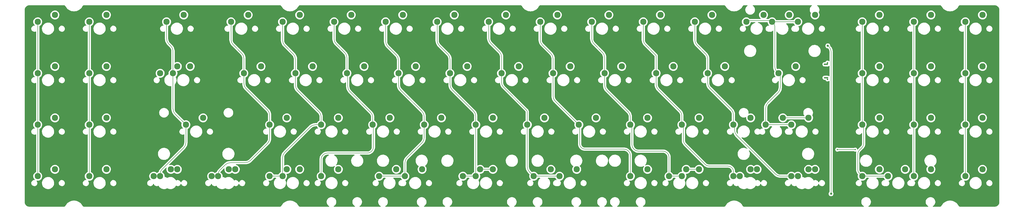
<source format=gbr>
%TF.GenerationSoftware,KiCad,Pcbnew,7.0.7*%
%TF.CreationDate,2024-05-19T12:58:13-06:00*%
%TF.ProjectId,spell,7370656c-6c2e-46b6-9963-61645f706362,rev?*%
%TF.SameCoordinates,Original*%
%TF.FileFunction,Copper,L1,Top*%
%TF.FilePolarity,Positive*%
%FSLAX46Y46*%
G04 Gerber Fmt 4.6, Leading zero omitted, Abs format (unit mm)*
G04 Created by KiCad (PCBNEW 7.0.7) date 2024-05-19 12:58:13*
%MOMM*%
%LPD*%
G01*
G04 APERTURE LIST*
%TA.AperFunction,ComponentPad*%
%ADD10C,2.300000*%
%TD*%
%TA.AperFunction,ComponentPad*%
%ADD11C,0.600000*%
%TD*%
%TA.AperFunction,ViaPad*%
%ADD12C,0.500000*%
%TD*%
%TA.AperFunction,ViaPad*%
%ADD13C,0.800000*%
%TD*%
%TA.AperFunction,Conductor*%
%ADD14C,0.200000*%
%TD*%
G04 APERTURE END LIST*
D10*
%TO.P,MX81,1,1*%
%TO.N,COL03*%
X83700164Y-54075000D03*
%TO.P,MX81,2,2*%
%TO.N,Net-(D21-A)*%
X90050164Y-51535000D03*
%TD*%
%TO.P,MX32,1,1*%
%TO.N,COL13*%
X286106414Y-54075000D03*
%TO.P,MX32,2,2*%
%TO.N,Net-(D31-A)*%
X292456414Y-51535000D03*
%TD*%
%TO.P,MX57,1,1*%
%TO.N,COL03*%
X81318914Y-92175000D03*
%TO.P,MX57,2,2*%
%TO.N,Net-(D56-A)*%
X87668914Y-89635000D03*
%TD*%
%TO.P,MX14,1,1*%
%TO.N,COL14*%
X300393914Y-35025000D03*
%TO.P,MX14,2,2*%
%TO.N,Net-(D14-A)*%
X306743914Y-32485000D03*
%TD*%
%TO.P,MX41,1,1*%
%TO.N,COL05*%
X143231414Y-73125000D03*
%TO.P,MX41,2,2*%
%TO.N,Net-(D40-A)*%
X149581414Y-70585000D03*
%TD*%
%TO.P,MX31,1,1*%
%TO.N,COL12*%
X267056414Y-54075000D03*
%TO.P,MX31,2,2*%
%TO.N,Net-(D30-A)*%
X273406414Y-51535000D03*
%TD*%
%TO.P,MX29,1,1*%
%TO.N,COL10*%
X228956414Y-54075000D03*
%TO.P,MX29,2,2*%
%TO.N,Net-(D28-A)*%
X235306414Y-51535000D03*
%TD*%
%TO.P,MX26,1,1*%
%TO.N,COL07*%
X171806414Y-54075000D03*
%TO.P,MX26,2,2*%
%TO.N,Net-(D25-A)*%
X178156414Y-51535000D03*
%TD*%
%TO.P,MX25,1,1*%
%TO.N,COL06*%
X152756414Y-54075000D03*
%TO.P,MX25,2,2*%
%TO.N,Net-(D24-A)*%
X159106414Y-51535000D03*
%TD*%
%TO.P,MX64,1,1*%
%TO.N,COL15*%
X352781414Y-92175000D03*
%TO.P,MX64,2,2*%
%TO.N,Net-(D62-A)*%
X359131414Y-89635000D03*
%TD*%
%TO.P,MX58,1,1*%
%TO.N,COL04*%
X102750164Y-92175000D03*
%TO.P,MX58,2,2*%
%TO.N,Net-(D57-A)*%
X109100164Y-89635000D03*
%TD*%
%TO.P,MX10,1,1*%
%TO.N,COL10*%
X224193914Y-35025000D03*
%TO.P,MX10,2,2*%
%TO.N,Net-(D10-A)*%
X230543914Y-32485000D03*
%TD*%
%TO.P,MX19,1,1*%
%TO.N,COL17*%
X381356414Y-35025000D03*
%TO.P,MX19,2,2*%
%TO.N,Net-(D18-A)*%
X387706414Y-32485000D03*
%TD*%
%TO.P,MX7,1,1*%
%TO.N,COL07*%
X167043914Y-35025000D03*
%TO.P,MX7,2,2*%
%TO.N,Net-(D7-A)*%
X173393914Y-32485000D03*
%TD*%
%TO.P,MX70,1,1*%
%TO.N,COL03*%
X83700164Y-92175000D03*
%TO.P,MX70,2,2*%
%TO.N,Net-(D56-A)*%
X90050164Y-89635000D03*
%TD*%
%TO.P,MX55,1,1*%
%TO.N,COL01*%
X38456414Y-92175000D03*
%TO.P,MX55,2,2*%
%TO.N,Net-(D54-A)*%
X44806414Y-89635000D03*
%TD*%
%TO.P,MX36,1,1*%
%TO.N,COL17*%
X381356414Y-54075000D03*
%TO.P,MX36,2,2*%
%TO.N,Net-(D35-A)*%
X387706414Y-51535000D03*
%TD*%
%TO.P,MX42,1,1*%
%TO.N,COL06*%
X162281414Y-73125000D03*
%TO.P,MX42,2,2*%
%TO.N,Net-(D41-A)*%
X168631414Y-70585000D03*
%TD*%
%TO.P,MX13,1,1*%
%TO.N,COL13*%
X281343914Y-35025000D03*
%TO.P,MX13,2,2*%
%TO.N,Net-(D13-A)*%
X287693914Y-32485000D03*
%TD*%
%TO.P,MX77,1,1*%
%TO.N,COL10*%
X257531414Y-92175000D03*
%TO.P,MX77,2,2*%
%TO.N,Net-(D69-A)*%
X263881414Y-89635000D03*
%TD*%
%TO.P,MX52,1,1*%
%TO.N,COL15*%
X343256414Y-73125000D03*
%TO.P,MX52,2,2*%
%TO.N,Net-(D51-A)*%
X349606414Y-70585000D03*
%TD*%
%TO.P,MX40,1,1*%
%TO.N,COL04*%
X124181414Y-73125000D03*
%TO.P,MX40,2,2*%
%TO.N,Net-(D39-A)*%
X130531414Y-70585000D03*
%TD*%
%TO.P,MX28,1,1*%
%TO.N,COL09*%
X209906414Y-54075000D03*
%TO.P,MX28,2,2*%
%TO.N,Net-(D27-A)*%
X216256414Y-51535000D03*
%TD*%
D11*
%TO.P,,MP*%
%TO.N,N/C*%
X330400000Y-55750000D03*
%TD*%
D10*
%TO.P,MX76,1,1*%
%TO.N,COL09*%
X221812664Y-92175000D03*
%TO.P,MX76,2,2*%
%TO.N,Net-(D68-A)*%
X228162664Y-89635000D03*
%TD*%
%TO.P,MX11,1,1*%
%TO.N,COL11*%
X243243914Y-35025000D03*
%TO.P,MX11,2,2*%
%TO.N,Net-(D11-A)*%
X249593914Y-32485000D03*
%TD*%
%TO.P,MX21,1,1*%
%TO.N,COL02*%
X57506414Y-54075000D03*
%TO.P,MX21,2,2*%
%TO.N,Net-(D20-A)*%
X63856414Y-51535000D03*
%TD*%
%TO.P,MX27,1,1*%
%TO.N,COL08*%
X190856414Y-54075000D03*
%TO.P,MX27,2,2*%
%TO.N,Net-(D26-A)*%
X197206414Y-51535000D03*
%TD*%
%TO.P,MX46,1,1*%
%TO.N,COL10*%
X238481414Y-73125000D03*
%TO.P,MX46,2,2*%
%TO.N,Net-(D45-A)*%
X244831414Y-70585000D03*
%TD*%
%TO.P,MX9,1,1*%
%TO.N,COL09*%
X205143914Y-35025000D03*
%TO.P,MX9,2,2*%
%TO.N,Net-(D9-A)*%
X211493914Y-32485000D03*
%TD*%
%TO.P,MX2,1,1*%
%TO.N,COL02*%
X57506414Y-35025000D03*
%TO.P,MX2,2,2*%
%TO.N,Net-(D2-A)*%
X63856414Y-32485000D03*
%TD*%
%TO.P,MX71,1,1*%
%TO.N,COL04*%
X105131414Y-92175000D03*
%TO.P,MX71,2,2*%
%TO.N,Net-(D57-A)*%
X111481414Y-89635000D03*
%TD*%
%TO.P,MX61,1,1*%
%TO.N,COL12*%
X298012664Y-92175000D03*
%TO.P,MX61,2,2*%
%TO.N,Net-(D60-A)*%
X304362664Y-89635000D03*
%TD*%
%TO.P,MX37,1,1*%
%TO.N,COL01*%
X38456414Y-73125000D03*
%TO.P,MX37,2,2*%
%TO.N,Net-(D36-A)*%
X44806414Y-70585000D03*
%TD*%
%TO.P,MX67,1,1*%
%TO.N,COL11*%
X271818914Y-92175000D03*
%TO.P,MX67,2,2*%
%TO.N,Net-(D59-A)*%
X278168914Y-89635000D03*
%TD*%
%TO.P,MX17,1,1*%
%TO.N,COL15*%
X343256414Y-35025000D03*
%TO.P,MX17,2,2*%
%TO.N,Net-(D16-A)*%
X349606414Y-32485000D03*
%TD*%
%TO.P,MX63,1,1*%
%TO.N,COL15*%
X343256414Y-92175000D03*
%TO.P,MX63,2,2*%
%TO.N,Net-(D62-A)*%
X349606414Y-89635000D03*
%TD*%
%TO.P,MX12,1,1*%
%TO.N,COL12*%
X262293914Y-35025000D03*
%TO.P,MX12,2,2*%
%TO.N,Net-(D12-A)*%
X268643914Y-32485000D03*
%TD*%
%TO.P,MX56,1,1*%
%TO.N,COL02*%
X57506414Y-92175000D03*
%TO.P,MX56,2,2*%
%TO.N,Net-(D55-A)*%
X63856414Y-89635000D03*
%TD*%
%TO.P,MX68,1,1*%
%TO.N,COL12*%
X295631414Y-92175000D03*
%TO.P,MX68,2,2*%
%TO.N,Net-(D60-A)*%
X301981414Y-89635000D03*
%TD*%
%TO.P,MX20,1,1*%
%TO.N,COL01*%
X38456414Y-54075000D03*
%TO.P,MX20,2,2*%
%TO.N,Net-(D19-A)*%
X44806414Y-51535000D03*
%TD*%
D11*
%TO.P,,MP*%
%TO.N,N/C*%
X330400000Y-50200000D03*
%TD*%
D10*
%TO.P,MX35,1,1*%
%TO.N,COL16*%
X362306414Y-54075000D03*
%TO.P,MX35,2,2*%
%TO.N,Net-(D34-A)*%
X368656414Y-51535000D03*
%TD*%
D11*
%TO.P,,MP*%
%TO.N,N/C*%
X330360001Y-50760000D03*
%TD*%
D10*
%TO.P,MX73,1,1*%
%TO.N,COL06*%
X143231414Y-92175000D03*
%TO.P,MX73,2,2*%
%TO.N,Net-(D65-A)*%
X149581414Y-89635000D03*
%TD*%
%TO.P,MX34,1,1*%
%TO.N,COL15*%
X343256414Y-54075000D03*
%TO.P,MX34,2,2*%
%TO.N,Net-(D33-A)*%
X349606414Y-51535000D03*
%TD*%
%TO.P,MX15,1,1*%
%TO.N,COL14*%
X309918914Y-35025000D03*
%TO.P,MX15,2,2*%
%TO.N,Net-(D15-A)*%
X316268914Y-32485000D03*
%TD*%
%TO.P,MX53,1,1*%
%TO.N,COL16*%
X362306414Y-73125000D03*
%TO.P,MX53,2,2*%
%TO.N,Net-(D52-A)*%
X368656414Y-70585000D03*
%TD*%
%TO.P,MX60,1,1*%
%TO.N,COL11*%
X276581414Y-92175000D03*
%TO.P,MX60,2,2*%
%TO.N,Net-(D59-A)*%
X282931414Y-89635000D03*
%TD*%
%TO.P,MX78,1,1*%
%TO.N,COL07*%
X164662664Y-92175000D03*
%TO.P,MX78,2,2*%
%TO.N,Net-(D66-A)*%
X171012664Y-89635000D03*
%TD*%
%TO.P,MX62,1,1*%
%TO.N,COL13*%
X319443914Y-92175000D03*
%TO.P,MX62,2,2*%
%TO.N,Net-(D61-A)*%
X325793914Y-89635000D03*
%TD*%
%TO.P,MX23,1,1*%
%TO.N,COL04*%
X114656414Y-54075000D03*
%TO.P,MX23,2,2*%
%TO.N,Net-(D22-A)*%
X121006414Y-51535000D03*
%TD*%
%TO.P,MX72,1,1*%
%TO.N,COL05*%
X128943914Y-92175000D03*
%TO.P,MX72,2,2*%
%TO.N,Net-(D58-A)*%
X135293914Y-89635000D03*
%TD*%
%TO.P,MX45,1,1*%
%TO.N,COL09*%
X219431414Y-73125000D03*
%TO.P,MX45,2,2*%
%TO.N,Net-(D44-A)*%
X225781414Y-70585000D03*
%TD*%
%TO.P,MX43,1,1*%
%TO.N,COL07*%
X181331414Y-73125000D03*
%TO.P,MX43,2,2*%
%TO.N,Net-(D42-A)*%
X187681414Y-70585000D03*
%TD*%
%TO.P,MX47,1,1*%
%TO.N,COL11*%
X257531414Y-73125000D03*
%TO.P,MX47,2,2*%
%TO.N,Net-(D46-A)*%
X263881414Y-70585000D03*
%TD*%
%TO.P,MX54,1,1*%
%TO.N,COL17*%
X381356414Y-73125000D03*
%TO.P,MX54,2,2*%
%TO.N,Net-(D53-A)*%
X387706414Y-70585000D03*
%TD*%
%TO.P,MX75,1,1*%
%TO.N,COL08*%
X200381414Y-92175000D03*
%TO.P,MX75,2,2*%
%TO.N,Net-(D67-A)*%
X206731414Y-89635000D03*
%TD*%
%TO.P,MX8,1,1*%
%TO.N,COL08*%
X186093914Y-35025000D03*
%TO.P,MX8,2,2*%
%TO.N,Net-(D8-A)*%
X192443914Y-32485000D03*
%TD*%
%TO.P,MX44,1,1*%
%TO.N,COL08*%
X200381414Y-73125000D03*
%TO.P,MX44,2,2*%
%TO.N,Net-(D43-A)*%
X206731414Y-70585000D03*
%TD*%
%TO.P,MX39,1,1*%
%TO.N,COL03*%
X93225164Y-73125000D03*
%TO.P,MX39,2,2*%
%TO.N,Net-(D38-A)*%
X99575164Y-70585000D03*
%TD*%
D11*
%TO.P,,MP*%
%TO.N,N/C*%
X330410001Y-56320001D03*
%TD*%
D10*
%TO.P,MX65,1,1*%
%TO.N,COL16*%
X362306414Y-92175000D03*
%TO.P,MX65,2,2*%
%TO.N,Net-(D63-A)*%
X368656414Y-89635000D03*
%TD*%
%TO.P,MX4,1,1*%
%TO.N,COL04*%
X109893914Y-35025000D03*
%TO.P,MX4,2,2*%
%TO.N,Net-(D4-A)*%
X116243914Y-32485000D03*
%TD*%
%TO.P,MX38,1,1*%
%TO.N,COL02*%
X57506414Y-73125000D03*
%TO.P,MX38,2,2*%
%TO.N,Net-(D37-A)*%
X63856414Y-70585000D03*
%TD*%
%TO.P,MX48,1,1*%
%TO.N,COL12*%
X276581414Y-73125000D03*
%TO.P,MX48,2,2*%
%TO.N,Net-(D47-A)*%
X282931414Y-70585000D03*
%TD*%
%TO.P,MX5,1,1*%
%TO.N,COL05*%
X128943914Y-35025000D03*
%TO.P,MX5,2,2*%
%TO.N,Net-(D5-A)*%
X135293914Y-32485000D03*
%TD*%
%TO.P,MX66,1,1*%
%TO.N,COL17*%
X381356414Y-92175000D03*
%TO.P,MX66,2,2*%
%TO.N,Net-(D64-A)*%
X387706414Y-89635000D03*
%TD*%
%TO.P,MX6,1,1*%
%TO.N,COL06*%
X147993914Y-35025000D03*
%TO.P,MX6,2,2*%
%TO.N,Net-(D6-A)*%
X154343914Y-32485000D03*
%TD*%
%TO.P,MX74,1,1*%
%TO.N,COL07*%
X174187664Y-92175000D03*
%TO.P,MX74,2,2*%
%TO.N,Net-(D66-A)*%
X180537664Y-89635000D03*
%TD*%
D11*
%TO.P,,MP*%
%TO.N,N/C*%
X329320001Y-50750001D03*
%TD*%
D10*
%TO.P,MX16,1,1*%
%TO.N,COL14*%
X319443914Y-35025000D03*
%TO.P,MX16,2,2*%
%TO.N,Net-(D15-A)*%
X325793914Y-32485000D03*
%TD*%
%TO.P,MX22,1,1*%
%TO.N,COL03*%
X88462664Y-54075000D03*
%TO.P,MX22,2,2*%
%TO.N,Net-(D21-A)*%
X94812664Y-51535000D03*
%TD*%
%TO.P,MX59,1,1*%
%TO.N,COL05*%
X124181414Y-92175000D03*
%TO.P,MX59,2,2*%
%TO.N,Net-(D58-A)*%
X130531414Y-89635000D03*
%TD*%
D11*
%TO.P,,MP*%
%TO.N,N/C*%
X329360002Y-55740001D03*
%TD*%
D10*
%TO.P,MX30,1,1*%
%TO.N,COL11*%
X248006414Y-54075000D03*
%TO.P,MX30,2,2*%
%TO.N,Net-(D29-A)*%
X254356414Y-51535000D03*
%TD*%
%TO.P,MX18,1,1*%
%TO.N,COL16*%
X362306414Y-35025000D03*
%TO.P,MX18,2,2*%
%TO.N,Net-(D17-A)*%
X368656414Y-32485000D03*
%TD*%
%TO.P,MX79,1,1*%
%TO.N,COL08*%
X195618914Y-92175000D03*
%TO.P,MX79,2,2*%
%TO.N,Net-(D67-A)*%
X201968914Y-89635000D03*
%TD*%
D11*
%TO.P,,MP*%
%TO.N,N/C*%
X329840001Y-50770001D03*
%TD*%
D10*
%TO.P,MX50,1,1*%
%TO.N,COL14*%
X317062664Y-73125000D03*
%TO.P,MX50,2,2*%
%TO.N,Net-(D49-A)*%
X323412664Y-70585000D03*
%TD*%
%TO.P,MX51,1,1*%
%TO.N,COL14*%
X307537664Y-73125000D03*
%TO.P,MX51,2,2*%
%TO.N,Net-(D49-A)*%
X313887664Y-70585000D03*
%TD*%
%TO.P,MX80,1,1*%
%TO.N,COL09*%
X231337664Y-92175000D03*
%TO.P,MX80,2,2*%
%TO.N,Net-(D68-A)*%
X237687664Y-89635000D03*
%TD*%
%TO.P,MX33,1,1*%
%TO.N,COL14*%
X312300164Y-54075000D03*
%TO.P,MX33,2,2*%
%TO.N,Net-(D32-A)*%
X318650164Y-51535000D03*
%TD*%
D11*
%TO.P,,MP*%
%TO.N,N/C*%
X329880000Y-55730001D03*
%TD*%
D10*
%TO.P,MX1,1,1*%
%TO.N,COL01*%
X38456414Y-35025000D03*
%TO.P,MX1,2,2*%
%TO.N,Net-(D1-A)*%
X44806414Y-32485000D03*
%TD*%
%TO.P,MX3,1,1*%
%TO.N,COL03*%
X86081414Y-35025000D03*
%TO.P,MX3,2,2*%
%TO.N,Net-(D3-A)*%
X92431414Y-32485000D03*
%TD*%
%TO.P,MX24,1,1*%
%TO.N,COL05*%
X133706414Y-54075000D03*
%TO.P,MX24,2,2*%
%TO.N,Net-(D23-A)*%
X140056414Y-51535000D03*
%TD*%
%TO.P,MX69,1,1*%
%TO.N,COL13*%
X317062664Y-92175000D03*
%TO.P,MX69,2,2*%
%TO.N,Net-(D61-A)*%
X323412664Y-89635000D03*
%TD*%
%TO.P,MX49,1,1*%
%TO.N,COL13*%
X295631414Y-73125000D03*
%TO.P,MX49,2,2*%
%TO.N,Net-(D48-A)*%
X301981414Y-70585000D03*
%TD*%
D12*
%TO.N,GND*%
X337160000Y-56200000D03*
X334300000Y-71420000D03*
X338240000Y-69530000D03*
X336410000Y-70260000D03*
X326630000Y-60270000D03*
X312556414Y-47285000D03*
X326630000Y-59220000D03*
X358510000Y-77720000D03*
X273336414Y-44245000D03*
X341537901Y-66347901D03*
X122026414Y-101265000D03*
X339786414Y-33475000D03*
X328880000Y-68810000D03*
X86846414Y-51155000D03*
X374100000Y-67610000D03*
X337120000Y-55080000D03*
X335140000Y-51760000D03*
X303475164Y-56668750D03*
X310540000Y-68520000D03*
X120118914Y-86037500D03*
X335450000Y-84899999D03*
X347510000Y-66850000D03*
X317900000Y-77730000D03*
X304420000Y-68330000D03*
D13*
%TO.N,ROW4*%
X331726414Y-98683750D03*
X330526414Y-43915000D03*
D12*
%TO.N,ROW3*%
X334020000Y-82350000D03*
X340680000Y-82350000D03*
%TD*%
D14*
%TO.N,COL09*%
X219431390Y-68424928D02*
G75*
G03*
X219138521Y-67717821I-999990J28D01*
G01*
X219431414Y-68424928D02*
X219431414Y-73125000D01*
X210488223Y-59067523D02*
X219138521Y-67717821D01*
X209906414Y-54075000D02*
X209906414Y-57378018D01*
X209906412Y-57378018D02*
G75*
G03*
X210488223Y-59067523I2729488J-4982D01*
G01*
%TO.N,ROW4*%
X331126414Y-44515000D02*
X330526414Y-43915000D01*
X331726414Y-45963528D02*
X331726414Y-98683750D01*
X331726398Y-45963528D02*
G75*
G03*
X331126414Y-44515000I-2048498J28D01*
G01*
%TO.N,ROW3*%
X334020000Y-82350000D02*
X340680000Y-82350000D01*
%TO.N,Net-(D49-A)*%
X313887664Y-70585000D02*
X323412664Y-70585000D01*
%TO.N,Net-(D59-A)*%
X278168914Y-89635000D02*
X282931414Y-89635000D01*
%TO.N,Net-(D61-A)*%
X323412664Y-89635000D02*
X325793914Y-89635000D01*
%TO.N,Net-(D67-A)*%
X201968914Y-89635000D02*
X206731414Y-89635000D01*
%TO.N,COL01*%
X38456414Y-35025000D02*
X38456414Y-92175000D01*
%TO.N,COL02*%
X57506414Y-54075000D02*
X57506414Y-73125000D01*
X57506414Y-54075000D02*
X57506414Y-35025000D01*
X57506414Y-73125000D02*
X57506414Y-92175000D01*
%TO.N,COL03*%
X88462664Y-67235518D02*
X88462664Y-54075000D01*
X89259560Y-69159396D02*
X93145789Y-73045625D01*
X87665767Y-43984353D02*
X86878310Y-43196896D01*
X93225164Y-79692718D02*
X93225164Y-73125000D01*
X82785014Y-92175000D02*
X81318914Y-92175000D01*
X86081414Y-41273018D02*
X86081414Y-35025000D01*
X92428267Y-81616596D02*
X84347272Y-89697591D01*
X88462664Y-45908231D02*
X88462664Y-54075000D01*
X88462640Y-67235518D02*
G75*
G03*
X89259560Y-69159396I2720760J18D01*
G01*
X88462644Y-45908231D02*
G75*
G03*
X87665767Y-43984353I-2720744J31D01*
G01*
X92428256Y-81616585D02*
G75*
G03*
X93225164Y-79692718I-1923856J1923885D01*
G01*
X86081405Y-41273018D02*
G75*
G03*
X86878310Y-43196896I2720795J18D01*
G01*
X84347254Y-89697573D02*
G75*
G03*
X83700164Y-91259850I1562246J-1562227D01*
G01*
%TO.N,COL04*%
X117063310Y-86368103D02*
X123384517Y-80046896D01*
X109893914Y-41565518D02*
X109893914Y-35025000D01*
X114656414Y-57828018D02*
X114656414Y-54075000D01*
X124181414Y-69606981D02*
X124181414Y-73125000D01*
X114656414Y-48566139D02*
X114656414Y-54075000D01*
X107769517Y-87961896D02*
X105723260Y-90008153D01*
X124181414Y-78123018D02*
X124181414Y-73125000D01*
X109693395Y-87165000D02*
X115139432Y-87165000D01*
X105106665Y-92175000D02*
X102750164Y-92175000D01*
X115453310Y-59751896D02*
X123384517Y-67683103D01*
X113859517Y-46642261D02*
X110524335Y-43307079D01*
X124181415Y-69606981D02*
G75*
G03*
X123384517Y-67683103I-2720815J-19D01*
G01*
X123384517Y-80046896D02*
G75*
G03*
X124181414Y-78123018I-1923917J1923896D01*
G01*
X109693395Y-87165004D02*
G75*
G03*
X107769517Y-87961896I5J-2720796D01*
G01*
X109893905Y-41565518D02*
G75*
G03*
X110690810Y-43489396I2720795J18D01*
G01*
X105723262Y-90008155D02*
G75*
G03*
X105166414Y-91352500I1344338J-1344345D01*
G01*
X114656405Y-57828018D02*
G75*
G03*
X115453310Y-59751896I2720795J18D01*
G01*
X115139432Y-87165014D02*
G75*
G03*
X117063310Y-86368103I-32J2720814D01*
G01*
X114656374Y-48566139D02*
G75*
G03*
X113859517Y-46642261I-2720774J39D01*
G01*
%TO.N,COL05*%
X128943914Y-85314481D02*
X128943914Y-92175000D01*
X143231414Y-73125000D02*
X141133395Y-73125000D01*
X128943914Y-41815518D02*
X128943914Y-35025000D01*
X129740810Y-83390603D02*
X139209517Y-73921896D01*
X133706414Y-58478018D02*
X133706414Y-54075000D01*
X128943914Y-92175000D02*
X124181414Y-92175000D01*
X143231414Y-73125000D02*
X143231414Y-70256981D01*
X132909517Y-46908103D02*
X129740810Y-43739396D01*
X134503310Y-60401896D02*
X142434517Y-68333103D01*
X133706414Y-48831981D02*
X133706414Y-54075000D01*
X133706405Y-58478018D02*
G75*
G03*
X134503310Y-60401896I2720795J18D01*
G01*
X141133395Y-73125004D02*
G75*
G03*
X139209517Y-73921896I5J-2720796D01*
G01*
X143231415Y-70256981D02*
G75*
G03*
X142434517Y-68333103I-2720815J-19D01*
G01*
X133706415Y-48831981D02*
G75*
G03*
X132909517Y-46908103I-2720815J-19D01*
G01*
X129740817Y-83390610D02*
G75*
G03*
X128943914Y-85314481I1923883J-1923890D01*
G01*
X128943905Y-41815518D02*
G75*
G03*
X129740810Y-43739396I2720795J18D01*
G01*
%TO.N,COL06*%
X145434840Y-83625000D02*
X160346573Y-83625000D01*
X143231414Y-88660949D02*
X143231414Y-92175000D01*
X161964214Y-82835786D02*
X161760787Y-83039213D01*
X148790810Y-43239396D02*
X151959517Y-46408103D01*
X152756414Y-53867403D02*
X152756414Y-48331981D01*
X143225000Y-85834840D02*
X143225000Y-88645464D01*
X147993914Y-41315518D02*
X147993914Y-35025000D01*
X162550000Y-81421573D02*
X162550000Y-73393586D01*
X153050000Y-54576182D02*
X153050000Y-58923018D01*
X153846896Y-60846896D02*
X161484517Y-68484517D01*
X162281414Y-70408395D02*
X162281414Y-73125000D01*
X144020627Y-84210786D02*
X143810787Y-84420626D01*
X152756413Y-53867403D02*
G75*
G03*
X152903207Y-54221793I501187J3D01*
G01*
X143225011Y-88645464D02*
G75*
G03*
X143228207Y-88653207I10889J-36D01*
G01*
X143810767Y-84420606D02*
G75*
G03*
X143225000Y-85834840I1414233J-1414194D01*
G01*
X162281405Y-70408395D02*
G75*
G03*
X161484517Y-68484517I-2720805J-5D01*
G01*
X152756415Y-48331981D02*
G75*
G03*
X151959517Y-46408103I-2720815J-19D01*
G01*
X160346573Y-83624980D02*
G75*
G03*
X161760786Y-83039212I27J1999980D01*
G01*
X143231460Y-88660949D02*
G75*
G03*
X143228207Y-88653207I-10960J-51D01*
G01*
X145434840Y-83625029D02*
G75*
G03*
X144020627Y-84210786I-40J-1999971D01*
G01*
X153049995Y-58923018D02*
G75*
G03*
X153846896Y-60846896I2720805J18D01*
G01*
X147993905Y-41315518D02*
G75*
G03*
X148790810Y-43239396I2720795J18D01*
G01*
X161964228Y-82835800D02*
G75*
G03*
X162550000Y-81421573I-1414228J1414200D01*
G01*
X153050007Y-54576182D02*
G75*
G03*
X152903207Y-54221793I-501207J-18D01*
G01*
%TO.N,COL07*%
X167840810Y-44139396D02*
X171009517Y-47308103D01*
X172603310Y-60271896D02*
X180534517Y-68203103D01*
X174187664Y-92175000D02*
X164662664Y-92175000D01*
X181331414Y-70126981D02*
X181331414Y-73089644D01*
X174187664Y-87270731D02*
X174187664Y-92175000D01*
X167043914Y-42215518D02*
X167043914Y-35025000D01*
X181331414Y-77873018D02*
X181331414Y-73160355D01*
X174984560Y-85346853D02*
X180534517Y-79796896D01*
X171806414Y-58348018D02*
X171806414Y-49231981D01*
X171806415Y-49231981D02*
G75*
G03*
X171009517Y-47308103I-2720815J-19D01*
G01*
X181331415Y-70126981D02*
G75*
G03*
X180534517Y-68203103I-2720815J-19D01*
G01*
X167043905Y-42215518D02*
G75*
G03*
X167840810Y-44139396I2720795J18D01*
G01*
X171806405Y-58348018D02*
G75*
G03*
X172603310Y-60271896I2720795J18D01*
G01*
X174984553Y-85346846D02*
G75*
G03*
X174187664Y-87270731I1923847J-1923854D01*
G01*
X180534517Y-79796896D02*
G75*
G03*
X181331414Y-77873018I-1923917J1923896D01*
G01*
%TO.N,COL08*%
X200381414Y-92175000D02*
X195618914Y-92175000D01*
X200381414Y-73125000D02*
X200381414Y-92175000D01*
X190059517Y-46958103D02*
X186890810Y-43789396D01*
X191653310Y-60151896D02*
X199584517Y-68083103D01*
X190856414Y-54075000D02*
X190856414Y-58228018D01*
X190856414Y-54075000D02*
X190856414Y-48881981D01*
X200381414Y-73125000D02*
X200381414Y-70006981D01*
X186093914Y-41865518D02*
X186093914Y-35025000D01*
X200381415Y-70006981D02*
G75*
G03*
X199584517Y-68083103I-2720815J-19D01*
G01*
X190856405Y-58228018D02*
G75*
G03*
X191653310Y-60151896I2720795J18D01*
G01*
X190856415Y-48881981D02*
G75*
G03*
X190059517Y-46958103I-2720815J-19D01*
G01*
X186093905Y-41865518D02*
G75*
G03*
X186890810Y-43789396I2720795J18D01*
G01*
%TO.N,COL09*%
X219431414Y-73125000D02*
X219431414Y-88666768D01*
X205143914Y-41015518D02*
X205143914Y-35025000D01*
X220228310Y-90590646D02*
X221812664Y-92175000D01*
X209109517Y-46108103D02*
X205940810Y-42939396D01*
X221812664Y-92175000D02*
X231337664Y-92175000D01*
X209906414Y-54075000D02*
X209906414Y-48031981D01*
X209906415Y-48031981D02*
G75*
G03*
X209109517Y-46108103I-2720815J-19D01*
G01*
X219431440Y-88666768D02*
G75*
G03*
X220228310Y-90590646I2720760J-32D01*
G01*
X205143905Y-41015518D02*
G75*
G03*
X205940810Y-42939396I2720795J18D01*
G01*
%TO.N,COL10*%
X257531414Y-84434841D02*
X257531414Y-92175000D01*
X228956414Y-54075000D02*
X228956414Y-62473018D01*
X228159517Y-46758103D02*
X224990810Y-43589396D01*
X224193914Y-41665518D02*
X224193914Y-35025000D01*
X238775000Y-80146573D02*
X238775000Y-73418586D01*
X228956414Y-54075000D02*
X228956414Y-48681981D01*
X256685787Y-82760787D02*
X256945628Y-83020628D01*
X229753310Y-64396896D02*
X238481414Y-73125000D01*
X240803427Y-82175000D02*
X255271573Y-82175000D01*
X239389214Y-81589214D02*
X239360787Y-81560787D01*
X257531380Y-84434841D02*
G75*
G03*
X256945627Y-83020629I-1999980J41D01*
G01*
X239389200Y-81589228D02*
G75*
G03*
X240803427Y-82175000I1414200J1414228D01*
G01*
X256685801Y-82760773D02*
G75*
G03*
X255271573Y-82175000I-1414201J-1414227D01*
G01*
X228956405Y-62473018D02*
G75*
G03*
X229753310Y-64396896I2720795J18D01*
G01*
X228956415Y-48681981D02*
G75*
G03*
X228159517Y-46758103I-2720815J-19D01*
G01*
X224193905Y-41665518D02*
G75*
G03*
X224990810Y-43589396I2720795J18D01*
G01*
X238775020Y-80146573D02*
G75*
G03*
X239360788Y-81560786I1999980J-27D01*
G01*
%TO.N,COL11*%
X257531414Y-71329988D02*
X257531414Y-71333211D01*
X257531414Y-70766242D02*
X257531414Y-70766707D01*
X257531414Y-71081911D02*
X257531414Y-71085134D01*
X257531414Y-70542689D02*
X257531414Y-70544335D01*
X257531414Y-71807007D02*
X257531414Y-71807372D01*
X257531414Y-71370396D02*
X257531414Y-71373451D01*
X257531414Y-71388207D02*
X257531414Y-71388453D01*
X257531414Y-70377036D02*
X257531414Y-70378232D01*
X257531414Y-71857894D02*
X257531414Y-71858591D01*
X257531414Y-71787469D02*
X257531414Y-71787427D01*
X257531414Y-70585751D02*
X257531414Y-70586507D01*
X257531414Y-70814836D02*
X257531414Y-70814911D01*
X257531414Y-70406973D02*
X257531414Y-70407109D01*
X257531414Y-70520184D02*
X257531414Y-70521092D01*
X257531414Y-70835430D02*
X257531414Y-70834966D01*
X257531414Y-70794491D02*
X257531414Y-70798106D01*
X257531414Y-71802287D02*
X257531414Y-71802041D01*
X257531414Y-70263424D02*
X257531414Y-70263588D01*
X257531414Y-71855582D02*
X257531414Y-71855644D01*
X257531414Y-71605317D02*
X257531414Y-71605163D01*
X257531414Y-70856057D02*
X257531414Y-70858294D01*
X257531414Y-71158894D02*
X257531414Y-71161252D01*
X257531414Y-71360404D02*
X257531414Y-71360875D01*
X257531414Y-71429451D02*
X257531414Y-71429635D01*
X257531414Y-71585715D02*
X257531414Y-71586839D01*
X257531414Y-71361346D02*
X257531414Y-71361817D01*
X257531414Y-71766337D02*
X257531414Y-71766669D01*
X257531414Y-71755438D02*
X257531414Y-71756539D01*
X257531414Y-71795319D02*
X257531414Y-71796287D01*
X257531414Y-71778649D02*
X257531414Y-71778545D01*
X257531414Y-70425100D02*
X257531414Y-70426438D01*
X257531414Y-70763727D02*
X257531414Y-70764191D01*
X257531414Y-70551846D02*
X257531414Y-70551702D01*
X257531414Y-70769216D02*
X257531414Y-70769901D01*
X257531414Y-70294969D02*
X257531414Y-70294476D01*
X257531414Y-71921216D02*
X257531414Y-71921500D01*
X257531414Y-70765902D02*
X257531414Y-70766117D01*
X257531414Y-70932963D02*
X257531414Y-70933801D01*
X257531414Y-71790943D02*
X257531414Y-71791062D01*
X257531414Y-71524720D02*
X257531414Y-71527430D01*
X257531414Y-71941866D02*
X257531414Y-71942861D01*
X257531414Y-71837941D02*
X257531414Y-71838055D01*
X257531414Y-70817316D02*
X257531414Y-70816374D01*
X257531414Y-72017073D02*
X257531414Y-72017027D01*
X257531414Y-71623338D02*
X257531414Y-71623360D01*
X257531414Y-70390535D02*
X257531414Y-70391719D01*
X257531414Y-70345256D02*
X257531414Y-70345848D01*
X257531414Y-71827023D02*
X257531414Y-71827186D01*
X257531414Y-70389794D02*
X257531414Y-70389893D01*
X257531414Y-71634287D02*
X257531414Y-71633707D01*
X257531414Y-71799513D02*
X257531414Y-71799541D01*
X257531414Y-71603152D02*
X257531414Y-71602778D01*
X257531414Y-71858881D02*
X257531414Y-71858998D01*
X257531414Y-71926839D02*
X257531414Y-71926870D01*
X257531414Y-71067593D02*
X257531414Y-71070842D01*
X257531414Y-71629921D02*
X257531414Y-71630493D01*
X257531414Y-70375840D02*
X257531414Y-70377036D01*
X257531414Y-71899417D02*
X257531414Y-71899457D01*
X257531414Y-71922525D02*
X257531414Y-71922640D01*
X257531414Y-71828352D02*
X257531414Y-71828399D01*
X257531414Y-71577639D02*
X257531414Y-71578607D01*
X257531414Y-70747955D02*
X257531414Y-70747590D01*
X257531414Y-70258155D02*
X257531414Y-70258184D01*
X257531414Y-70908553D02*
X257531414Y-70909307D01*
X257531414Y-70398803D02*
X257531414Y-70399035D01*
X257531414Y-70273514D02*
X257531414Y-70273629D01*
X257531414Y-71857243D02*
X257531414Y-71857848D01*
X257531414Y-70814178D02*
X257531414Y-70814642D01*
X257531414Y-70379961D02*
X257531414Y-70380800D01*
X257531414Y-71922782D02*
X257531414Y-71922924D01*
X257531414Y-71409242D02*
X257531414Y-71409546D01*
X257531414Y-71931087D02*
X257531414Y-71931297D01*
X257531414Y-71602067D02*
X257531414Y-71602304D01*
X257531414Y-71841537D02*
X257531414Y-71841525D01*
X257531414Y-70535895D02*
X257531414Y-70536372D01*
X257531414Y-71636034D02*
X257531414Y-71636165D01*
X257531414Y-71959191D02*
X257531414Y-71959257D01*
X257531414Y-71835207D02*
X257531414Y-71835511D01*
X257531414Y-71634287D02*
X257531414Y-71634622D01*
X257531414Y-70817316D02*
X257531414Y-70818279D01*
X257531414Y-71908960D02*
X257531414Y-71909639D01*
X257531414Y-70301470D02*
X257531414Y-70302498D01*
X257531414Y-71903326D02*
X257531414Y-71903537D01*
X257531414Y-71951923D02*
X257531414Y-71952283D01*
X257531414Y-71626421D02*
X257531414Y-71626552D01*
X257531414Y-70330662D02*
X257531414Y-70330735D01*
X257531414Y-70916353D02*
X257531414Y-70918953D01*
X257531414Y-71626898D02*
X257531414Y-71626935D01*
X257531414Y-70335533D02*
X257531414Y-70336003D01*
X257531414Y-71757640D02*
X257531414Y-71758741D01*
X257531414Y-70814836D02*
X257531414Y-70814642D01*
X257531414Y-71211435D02*
X257531414Y-71212846D01*
X257531414Y-71621818D02*
X257531414Y-71622249D01*
X257531414Y-71628717D02*
X257531414Y-71629017D01*
X257531414Y-71609137D02*
X257531414Y-71609373D01*
X257531414Y-71976913D02*
X257531414Y-71977002D01*
X257531414Y-71571841D02*
X257531414Y-71574088D01*
X257531414Y-72007579D02*
X257531414Y-72008017D01*
X257531414Y-70547226D02*
X257531414Y-70547426D01*
X257531414Y-70551446D02*
X257531414Y-70551702D01*
X257531414Y-71427871D02*
X257531414Y-71428312D01*
X257531414Y-70812643D02*
X257531414Y-70812286D01*
X257531414Y-71807372D02*
X257531414Y-71807872D01*
X257531414Y-72019198D02*
X257531414Y-72018781D01*
X257531414Y-72002945D02*
X257531414Y-72003956D01*
X257531414Y-70745100D02*
X257531414Y-70744805D01*
X257531414Y-70827104D02*
X257531414Y-70827154D01*
X257531414Y-70787694D02*
X257531414Y-70787839D01*
X257531414Y-71825958D02*
X257531414Y-71826098D01*
X257531414Y-71855644D02*
X257531414Y-71855706D01*
X257531414Y-70329640D02*
X257531414Y-70329589D01*
X257531414Y-70704326D02*
X257531414Y-70707588D01*
X257531414Y-70596651D02*
X257531414Y-70598498D01*
X257531414Y-71919902D02*
X257531414Y-71920279D01*
X257531414Y-71905449D02*
X257531414Y-71905708D01*
X257531414Y-71592586D02*
X257531414Y-71592837D01*
X257531414Y-71830006D02*
X257531414Y-71829453D01*
X257531414Y-71938039D02*
X257531414Y-71938095D01*
X257531414Y-71336434D02*
X257531414Y-71339657D01*
X257531414Y-70266775D02*
X257531414Y-70267570D01*
X257531414Y-70389893D02*
X257531414Y-70389992D01*
X257531414Y-70276271D02*
X257531414Y-70276732D01*
X257531414Y-70782520D02*
X257531414Y-70784197D01*
X257531414Y-71801234D02*
X257531414Y-71801270D01*
X257531414Y-70552007D02*
X257531414Y-70552230D01*
X257531414Y-71564391D02*
X257531414Y-71563334D01*
X257531414Y-71402037D02*
X257531414Y-71404317D01*
X260428427Y-82900000D02*
X269621573Y-82900000D01*
X257531414Y-71519953D02*
X257531414Y-71521356D01*
X257531414Y-71832789D02*
X257531414Y-71832371D01*
X257531414Y-71855886D02*
X257531414Y-71855988D01*
X257531414Y-71556820D02*
X257531414Y-71555387D01*
X257531414Y-70453498D02*
X257531414Y-70458473D01*
X257531414Y-71605317D02*
X257531414Y-71605647D01*
X257531414Y-70824945D02*
X257531414Y-70825103D01*
X257531414Y-71936118D02*
X257531414Y-71936146D01*
X257531414Y-70580346D02*
X257531414Y-70580468D01*
X257531414Y-70617164D02*
X257531414Y-70614332D01*
X257531414Y-71627046D02*
X257531414Y-71627080D01*
X257531414Y-71636595D02*
X257531414Y-71637289D01*
X257531414Y-71632868D02*
X257531414Y-71632803D01*
X257531414Y-71626720D02*
X257531414Y-71626552D01*
X257531414Y-70398421D02*
X257531414Y-70398488D01*
X257531414Y-71801883D02*
X257531414Y-71802041D01*
X257531414Y-71791549D02*
X257531414Y-71791695D01*
X257531414Y-71917319D02*
X257531414Y-71916613D01*
X257531414Y-71661807D02*
X257531414Y-71663363D01*
X257531414Y-70288889D02*
X257531414Y-70289035D01*
X257531414Y-70839898D02*
X257531414Y-70840126D01*
X257531414Y-70844053D02*
X257531414Y-70842625D01*
X257531414Y-70560040D02*
X257531414Y-70559762D01*
X257531414Y-71284330D02*
X257531414Y-71296310D01*
X257531414Y-70821037D02*
X257531414Y-70821269D01*
X257531414Y-70337787D02*
X257531414Y-70337701D01*
X257531414Y-71842007D02*
X257531414Y-71842336D01*
X257531414Y-70267570D02*
X257531414Y-70267653D01*
X257531414Y-71626720D02*
X257531414Y-71626851D01*
X257531414Y-71635102D02*
X257531414Y-71635078D01*
X257531414Y-70899245D02*
X257531414Y-70902599D01*
X257531414Y-71861661D02*
X257531414Y-71862008D01*
X257531414Y-70771572D02*
X257531414Y-70771872D01*
X257531414Y-71977091D02*
X257531414Y-71980383D01*
X257531414Y-71360875D02*
X257531414Y-71361346D01*
X257531414Y-71950829D02*
X257531414Y-71951678D01*
X257531414Y-71718342D02*
X257531414Y-71718760D01*
X257531414Y-70766832D02*
X257531414Y-70766707D01*
X257531414Y-70519715D02*
X257531414Y-70519745D01*
X257531414Y-71937983D02*
X257531414Y-71938039D01*
X271818914Y-92175000D02*
X276581414Y-92175000D01*
X257531414Y-70650837D02*
X257531414Y-70652916D01*
X257531414Y-71839104D02*
X257531414Y-71838169D01*
X257531414Y-71820976D02*
X257531414Y-71821654D01*
X257531414Y-70836412D02*
X257531414Y-70836877D01*
X257531414Y-71851245D02*
X257531414Y-71851359D01*
X257531414Y-70588642D02*
X257531414Y-70589081D01*
X257531414Y-71384622D02*
X257531414Y-71385051D01*
X257531414Y-71854807D02*
X257531414Y-71854952D01*
X257531414Y-70574986D02*
X257531414Y-70575016D01*
X257531414Y-71362505D02*
X257531414Y-71364352D01*
X257531414Y-70749998D02*
X257531414Y-70749881D01*
X257531414Y-71870056D02*
X257531414Y-71870695D01*
X257531414Y-70393888D02*
X257531414Y-70394967D01*
X257531414Y-70573555D02*
X257531414Y-70572499D01*
X257531414Y-70381764D02*
X257531414Y-70381639D01*
X257531414Y-71810064D02*
X257531414Y-71810602D01*
X257531414Y-70755626D02*
X257531414Y-70756125D01*
X257531414Y-70490143D02*
X257531414Y-70490727D01*
X257531414Y-70712796D02*
X257531414Y-70713394D01*
X257531414Y-71934954D02*
X257531414Y-71934733D01*
X257531414Y-70500874D02*
X257531414Y-70497002D01*
X257531414Y-71843790D02*
X257531414Y-71843903D01*
X257531414Y-70397872D02*
X257531414Y-70398171D01*
X257531414Y-71627938D02*
X257531414Y-71628144D01*
X257531414Y-71964454D02*
X257531414Y-71966551D01*
X257531414Y-70788633D02*
X257531414Y-70789030D01*
X257531414Y-71931087D02*
X257531414Y-71929752D01*
X257531414Y-71393646D02*
X257531414Y-71395341D01*
X257531414Y-71420032D02*
X257531414Y-71420281D01*
X257531414Y-71808988D02*
X257531414Y-71809526D01*
X257531414Y-70275349D02*
X257531414Y-70275398D01*
X257531414Y-71938655D02*
X257531414Y-71938879D01*
X257531414Y-70589172D02*
X257531414Y-70589263D01*
X257531414Y-70396548D02*
X257531414Y-70396971D01*
X257531414Y-71626851D02*
X257531414Y-71626898D01*
X257531414Y-71590213D02*
X257531414Y-71591157D01*
X257531414Y-70327111D02*
X257531414Y-70327132D01*
X257531414Y-70966040D02*
X257531414Y-70975224D01*
X257531414Y-70329640D02*
X257531414Y-70329852D01*
X257531414Y-71257905D02*
X257531414Y-71266733D01*
X257531414Y-71898747D02*
X257531414Y-71898760D01*
X257531414Y-72008017D02*
X257531414Y-72008455D01*
X257531414Y-70323587D02*
X257531414Y-70324049D01*
X257531414Y-70753236D02*
X257531414Y-70751194D01*
X257531414Y-71191225D02*
X257531414Y-71192004D01*
X257531414Y-70386166D02*
X257531414Y-70386289D01*
X257531414Y-71923180D02*
X257531414Y-71922924D01*
X257531414Y-70580955D02*
X257531414Y-70581075D01*
X257531414Y-71827003D02*
X257531414Y-71827023D01*
X257531414Y-71828781D02*
X257531414Y-71828758D01*
X257531414Y-71917523D02*
X257531414Y-71918501D01*
X257531414Y-70257006D02*
X257531414Y-70257056D01*
X257531414Y-70944201D02*
X257531414Y-70954602D01*
X257531414Y-71900995D02*
X257531414Y-71900307D01*
X257531414Y-70307734D02*
X257531414Y-70309742D01*
X257531414Y-71182637D02*
X257531414Y-71184574D01*
X257531414Y-70774228D02*
X257531414Y-70774721D01*
X257531414Y-71819705D02*
X257531414Y-71819874D01*
X257531414Y-71835625D02*
X257531414Y-71835682D01*
X257531414Y-70472912D02*
X257531414Y-70474636D01*
X257531414Y-70807968D02*
X257531414Y-70808931D01*
X257531414Y-71601374D02*
X257531414Y-71600333D01*
X257531414Y-71667558D02*
X257531414Y-71667697D01*
X257531414Y-71938879D02*
X257531414Y-71939720D01*
X257531414Y-71626290D02*
X257531414Y-71626075D01*
X257531414Y-71842819D02*
X257531414Y-71842781D01*
X257531414Y-71925331D02*
X257531414Y-71925727D01*
X257531414Y-70315122D02*
X257531414Y-70315267D01*
X257531414Y-71653146D02*
X257531414Y-71654702D01*
X257531414Y-70345848D02*
X257531414Y-70346671D01*
X257531414Y-71404438D02*
X257531414Y-71406536D01*
X257531414Y-71408330D02*
X257531414Y-71408033D01*
X257531414Y-71194341D02*
X257531414Y-71195100D01*
X257531414Y-71604495D02*
X257531414Y-71604617D01*
X257531414Y-71680902D02*
X257531414Y-71679971D01*
X257531414Y-70791551D02*
X257531414Y-70793021D01*
X257531414Y-70516131D02*
X257531414Y-70516593D01*
X257531414Y-70773135D02*
X257531414Y-70773243D01*
X257531414Y-71823347D02*
X257531414Y-71824011D01*
X257531414Y-71932081D02*
X257531414Y-71933440D01*
X257531414Y-70324511D02*
X257531414Y-70325494D01*
X257531414Y-70401908D02*
X257531414Y-70402191D01*
X257531414Y-71536119D02*
X257531414Y-71535926D01*
X257531414Y-71629195D02*
X257531414Y-71629251D01*
X257531414Y-71867500D02*
X257531414Y-71868139D01*
X257531414Y-71594329D02*
X257531414Y-71594655D01*
X257531414Y-70469253D02*
X257531414Y-70467676D01*
X257531414Y-71790586D02*
X257531414Y-71790690D01*
X257531414Y-70771272D02*
X257531414Y-70771572D01*
X257531414Y-70273160D02*
X257531414Y-70273514D01*
X257531414Y-71805369D02*
X257531414Y-71805399D01*
X257531414Y-70263424D02*
X257531414Y-70262800D01*
X257531414Y-71925752D02*
X257531414Y-71926098D01*
X257531414Y-71911863D02*
X257531414Y-71913012D01*
X257531414Y-71638283D02*
X257531414Y-71639623D01*
X257531414Y-71720481D02*
X257531414Y-71720014D01*
X257531414Y-72017073D02*
X257531414Y-72017335D01*
X257531414Y-71608665D02*
X257531414Y-71608901D01*
X257531414Y-70828640D02*
X257531414Y-70828424D01*
X257531414Y-70624181D02*
X257531414Y-70628397D01*
X257531414Y-71543180D02*
X257531414Y-71544921D01*
X257531414Y-70911907D02*
X257531414Y-70913753D01*
X257531414Y-71841157D02*
X257531414Y-71841251D01*
X257531414Y-70409226D02*
X257531414Y-70408241D01*
X257531414Y-70385378D02*
X257531414Y-70385207D01*
X257531414Y-70578589D02*
X257531414Y-70579058D01*
X257531414Y-71794009D02*
X257531414Y-71794964D01*
X257531414Y-70858294D02*
X257531414Y-70858886D01*
X257531414Y-71429267D02*
X257531414Y-71429010D01*
X257531414Y-70549407D02*
X257531414Y-70549613D01*
X257531414Y-71418451D02*
X257531414Y-71418213D01*
X257531414Y-70805934D02*
X257531414Y-70807611D01*
X257531414Y-71602541D02*
X257531414Y-71602778D01*
X257531414Y-70294058D02*
X257531414Y-70294267D01*
X257531414Y-70541684D02*
X257531414Y-70542047D01*
X257531414Y-71854539D02*
X257531414Y-71854573D01*
X257531414Y-70553478D02*
X257531414Y-70554012D01*
X257531414Y-71622591D02*
X257531414Y-71622680D01*
X257531414Y-70542689D02*
X257531414Y-70542047D01*
X257531414Y-71786846D02*
X257531414Y-71787427D01*
X257531414Y-70441616D02*
X257531414Y-70443839D01*
X257531414Y-71440581D02*
X257531414Y-71442353D01*
X257531414Y-71783887D02*
X257531414Y-71783815D01*
X257531414Y-71514836D02*
X257531414Y-71515537D01*
X257531414Y-70764191D02*
X257531414Y-70764414D01*
X257531414Y-70330973D02*
X257531414Y-70331284D01*
X257531414Y-70400228D02*
X257531414Y-70400765D01*
X257531414Y-70924238D02*
X257531414Y-70925077D01*
X257531414Y-71426292D02*
X257531414Y-71426141D01*
X257531414Y-71806204D02*
X257531414Y-71806337D01*
X257531414Y-71249793D02*
X257531414Y-71257905D01*
X257531414Y-71902926D02*
X257531414Y-71903119D01*
X257531414Y-70717713D02*
X257531414Y-70720393D01*
X257531414Y-70385378D02*
X257531414Y-70385625D01*
X257531414Y-71564391D02*
X257531414Y-71564953D01*
X257531414Y-71854244D02*
X257531414Y-71854355D01*
X257531414Y-70787006D02*
X257531414Y-70787694D01*
X257531414Y-71926344D02*
X257531414Y-71926443D01*
X257531414Y-70747126D02*
X257531414Y-70747358D01*
X257531414Y-71632533D02*
X257531414Y-71632611D01*
X257531414Y-71512477D02*
X257531414Y-71512666D01*
X257531414Y-70320531D02*
X257531414Y-70321470D01*
X257531414Y-70914864D02*
X257531414Y-70915241D01*
X257531414Y-71627306D02*
X257531414Y-71627184D01*
X257531414Y-71381006D02*
X257531414Y-71381174D01*
X257531414Y-70443839D02*
X257531414Y-70448620D01*
X257531414Y-71770198D02*
X257531414Y-71770363D01*
X257531414Y-71827806D02*
X257531414Y-71828034D01*
X257531414Y-71631401D02*
X257531414Y-71631246D01*
X257531414Y-70426438D02*
X257531414Y-70427776D01*
X257531414Y-70617626D02*
X257531414Y-70618088D01*
X257531414Y-70387798D02*
X257531414Y-70387945D01*
X257531414Y-71380838D02*
X257531414Y-71381006D01*
X257531414Y-70257389D02*
X257531414Y-70257498D01*
X257531414Y-71937449D02*
X257531414Y-71937253D01*
X257531414Y-71924861D02*
X257531414Y-71925306D01*
X257531414Y-71903537D02*
X257531414Y-71903739D01*
X257531414Y-71198215D02*
X257531414Y-71197626D01*
X257531414Y-70954602D02*
X257531414Y-70959731D01*
X257531414Y-70842144D02*
X257531414Y-70842625D01*
X257531414Y-71920279D02*
X257531414Y-71920866D01*
X257531414Y-70423762D02*
X257531414Y-70425100D01*
X257531414Y-70552230D02*
X257531414Y-70552453D01*
X257531414Y-72026894D02*
X257531414Y-72028059D01*
X257531414Y-70914487D02*
X257531414Y-70914864D01*
X257531414Y-70441282D02*
X257531414Y-70441616D01*
X257531414Y-71718760D02*
X257531414Y-71719178D01*
X257531414Y-71556943D02*
X257531414Y-71557066D01*
X257531414Y-72043109D02*
X257531414Y-72042536D01*
X257531414Y-71936524D02*
X257531414Y-71936174D01*
X257531414Y-71845015D02*
X257531414Y-71844884D01*
X257531414Y-71608901D02*
X257531414Y-71609137D01*
X257531414Y-70815294D02*
X257531414Y-70815834D01*
X257531414Y-70478084D02*
X257531414Y-70487807D01*
X257531414Y-71144076D02*
X257531414Y-71144580D01*
X257531414Y-70258748D02*
X257531414Y-70258942D01*
X257531414Y-70570323D02*
X257531414Y-70569964D01*
X257531414Y-70579088D02*
X257531414Y-70579497D01*
X257531414Y-71838055D02*
X257531414Y-71838169D01*
X257531414Y-70582512D02*
X257531414Y-70583390D01*
X257531414Y-71595247D02*
X257531414Y-71595173D01*
X257531414Y-71942861D02*
X257531414Y-71943856D01*
X257531414Y-71919251D02*
X257531414Y-71919436D01*
X257531414Y-70419128D02*
X257531414Y-70422663D01*
X257531414Y-71053883D02*
X257531414Y-71058453D01*
X257531414Y-71507049D02*
X257531414Y-71506744D01*
X257531414Y-71828034D02*
X257531414Y-71828262D01*
X257531414Y-71389231D02*
X257531414Y-71388807D01*
X257531414Y-70772903D02*
X257531414Y-70772919D01*
X257531414Y-70535418D02*
X257531414Y-70534733D01*
X257531414Y-70982452D02*
X257531414Y-70987724D01*
X257531414Y-71705887D02*
X257531414Y-71707481D01*
X257531414Y-70765367D02*
X257531414Y-70765509D01*
X257531414Y-71721834D02*
X257531414Y-71723397D01*
X257531414Y-71804744D02*
X257531414Y-71805000D01*
X257531414Y-71789422D02*
X257531414Y-71790004D01*
X257531414Y-71604412D02*
X257531414Y-71604455D01*
X257531414Y-71971710D02*
X257531414Y-71972421D01*
X257531414Y-70281203D02*
X257531414Y-70282111D01*
X257531414Y-71625513D02*
X257531414Y-71626075D01*
X257531414Y-70776539D02*
X257531414Y-70776584D01*
X257531414Y-71627009D02*
X257531414Y-71627046D01*
X257531414Y-70618088D02*
X257531414Y-70619965D01*
X257531414Y-70975224D02*
X257531414Y-70977180D01*
X257531414Y-71892982D02*
X257531414Y-71893372D01*
X257531414Y-70827104D02*
X257531414Y-70826763D01*
X257531414Y-70275398D02*
X257531414Y-70275477D01*
X257531414Y-72063943D02*
X257531414Y-72069730D01*
X257531414Y-71799329D02*
X257531414Y-71799421D01*
X257531414Y-70988705D02*
X257531414Y-70987724D01*
X257531414Y-71628717D02*
X257531414Y-71628614D01*
X257531414Y-70337880D02*
X257531414Y-70337911D01*
X257531414Y-71917421D02*
X257531414Y-71917523D01*
X257531414Y-71926443D02*
X257531414Y-71926542D01*
X257531414Y-70557742D02*
X257531414Y-70558894D01*
X257531414Y-70507436D02*
X257531414Y-70511191D01*
X257531414Y-71856488D02*
X257531414Y-71856332D01*
X257531414Y-71637289D02*
X257531414Y-71637505D01*
X257531414Y-70780254D02*
X257531414Y-70780843D01*
X257531414Y-70771175D02*
X257531414Y-70771272D01*
X257531414Y-70429854D02*
X257531414Y-70429997D01*
X257531414Y-71793054D02*
X257531414Y-71794009D01*
X257531414Y-70432556D02*
X257531414Y-70432627D01*
X257531414Y-70567610D02*
X257531414Y-70568806D01*
X257531414Y-72005405D02*
X257531414Y-72006416D01*
X257531414Y-71270906D02*
X257531414Y-71266733D01*
X257531414Y-71620089D02*
X257531414Y-71620262D01*
X257531414Y-70336935D02*
X257531414Y-70337381D01*
X257531414Y-70345256D02*
X257531414Y-70345191D01*
X257531414Y-71767395D02*
X257531414Y-71767852D01*
X257531414Y-71602304D02*
X257531414Y-71602541D01*
X257531414Y-71591491D02*
X257531414Y-71591879D01*
X257531414Y-70578120D02*
X257531414Y-70578589D01*
X257531414Y-71499104D02*
X257531414Y-71497327D01*
X257531414Y-70303693D02*
X257531414Y-70304888D01*
X257531414Y-70399060D02*
X257531414Y-70399035D01*
X257531414Y-71666947D02*
X257531414Y-71666475D01*
X257531414Y-70776901D02*
X257531414Y-70776629D01*
X257531414Y-71710899D02*
X257531414Y-71712028D01*
X257531414Y-71902617D02*
X257531414Y-71902656D01*
X257531414Y-70908280D02*
X257531414Y-70908553D01*
X257531414Y-71154222D02*
X257531414Y-71154181D01*
X257531414Y-70400765D02*
X257531414Y-70401059D01*
X257531414Y-70554412D02*
X257531414Y-70554612D01*
X257531414Y-72063943D02*
X257531414Y-72063076D01*
X257531414Y-71386197D02*
X257531414Y-71386867D01*
X257531414Y-72003956D02*
X257531414Y-72005405D01*
X257531414Y-70257512D02*
X257531414Y-70257649D01*
X257531414Y-70539787D02*
X257531414Y-70541321D01*
X257531414Y-71788995D02*
X257531414Y-71789266D01*
X257531414Y-70756839D02*
X257531414Y-70757768D01*
X257531414Y-70576802D02*
X257531414Y-70576833D01*
X257531414Y-71959323D02*
X257531414Y-71962357D01*
X257531414Y-71603624D02*
X257531414Y-71603708D01*
X257531414Y-70914487D02*
X257531414Y-70913753D01*
X257531414Y-71238177D02*
X257531414Y-71239993D01*
X257531414Y-70261378D02*
X257531414Y-70261468D01*
X257531414Y-71813470D02*
X257531414Y-71811140D01*
X257531414Y-71804443D02*
X257531414Y-71804005D01*
X257531414Y-70838559D02*
X257531414Y-70838077D01*
X257531414Y-71670501D02*
X257531414Y-71670668D01*
X257531414Y-71504434D02*
X257531414Y-71505742D01*
X257531414Y-71826799D02*
X257531414Y-71826633D01*
X257531414Y-71478353D02*
X257531414Y-71479070D01*
X257531414Y-71145883D02*
X257531414Y-71145588D01*
X257531414Y-71927682D02*
X257531414Y-71928102D01*
X257531414Y-70275251D02*
X257531414Y-70275300D01*
X257531414Y-71853553D02*
X257531414Y-71853670D01*
X257531414Y-70287725D02*
X257531414Y-70287935D01*
X257531414Y-71134980D02*
X257531414Y-71134475D01*
X257531414Y-70822482D02*
X257531414Y-70822748D01*
X257531414Y-70535418D02*
X257531414Y-70535895D01*
X257531414Y-71948282D02*
X257531414Y-71949131D01*
X257531414Y-71381174D02*
X257531414Y-71383094D01*
X257531414Y-70824530D02*
X257531414Y-70823958D01*
X257531414Y-71849237D02*
X257531414Y-71849670D01*
X257531414Y-71743917D02*
X257531414Y-71741447D01*
X257531414Y-71708974D02*
X257531414Y-71709438D01*
X257531414Y-71976913D02*
X257531414Y-71974201D01*
X257531414Y-71003537D02*
X257531414Y-71007460D01*
X257531414Y-70274222D02*
X257531414Y-70274338D01*
X257531414Y-71184574D02*
X257531414Y-71186511D01*
X257531414Y-70324049D02*
X257531414Y-70324511D01*
X257531414Y-71377950D02*
X257531414Y-71376506D01*
X257531414Y-70636746D02*
X257531414Y-70636976D01*
X257531414Y-71499104D02*
X257531414Y-71499852D01*
X257531414Y-70537595D02*
X257531414Y-70537656D01*
X257531414Y-71333211D02*
X257531414Y-71336434D01*
X257531414Y-70507436D02*
X257531414Y-70507120D01*
X257531414Y-70581498D02*
X257531414Y-70581740D01*
X257531414Y-71646391D02*
X257531414Y-71646922D01*
X257531414Y-71776094D02*
X257531414Y-71775471D01*
X257531414Y-71418495D02*
X257531414Y-71418539D01*
X257531414Y-71569594D02*
X257531414Y-71568813D01*
X257531414Y-70328404D02*
X257531414Y-70327861D01*
X257531414Y-71606661D02*
X257531414Y-71606711D01*
X257531414Y-70273744D02*
X257531414Y-70274222D01*
X257531414Y-71854015D02*
X257531414Y-71854133D01*
X257531414Y-70403030D02*
X257531414Y-70403869D01*
X257531414Y-71982298D02*
X257531414Y-71985858D01*
X257531414Y-71339657D02*
X257531414Y-71342880D01*
X257531414Y-70784690D02*
X257531414Y-70786463D01*
X257531414Y-70513762D02*
X257531414Y-70516131D01*
X257531414Y-70755127D02*
X257531414Y-70755626D01*
X257531414Y-71011383D02*
X257531414Y-71015306D01*
X257531414Y-71429267D02*
X257531414Y-71429451D01*
X257531414Y-70401364D02*
X257531414Y-70401636D01*
X257531414Y-70657596D02*
X257531414Y-70659677D01*
X257531414Y-70330735D02*
X257531414Y-70330790D01*
X257531414Y-70462798D02*
X257531414Y-70458473D01*
X257531414Y-71596389D02*
X257531414Y-71596656D01*
X257531414Y-71855745D02*
X257531414Y-71855706D01*
X257531414Y-70401353D02*
X257531414Y-70401364D01*
X257531414Y-72051498D02*
X257531414Y-72050051D01*
X257531414Y-71351210D02*
X257531414Y-71354432D01*
X257531414Y-72016674D02*
X257531414Y-72017027D01*
X257531414Y-70492137D02*
X257531414Y-70493564D01*
X257531414Y-70317556D02*
X257531414Y-70319592D01*
X257531414Y-71989418D02*
X257531414Y-71991237D01*
X257531414Y-70511191D02*
X257531414Y-70512838D01*
X257531414Y-71898959D02*
X257531414Y-71899251D01*
X257531414Y-71801725D02*
X257531414Y-71801552D01*
X257531414Y-71899975D02*
X257531414Y-71900307D01*
X257531414Y-70756125D02*
X257531414Y-70756624D01*
X257531414Y-70845017D02*
X257531414Y-70846212D01*
X257531414Y-71847026D02*
X257531414Y-71847550D01*
X248006414Y-54075000D02*
X248006414Y-58478018D01*
X257531414Y-70761569D02*
X257531414Y-70761594D01*
X257531414Y-70576771D02*
X257531414Y-70576802D01*
X257531414Y-70648758D02*
X257531414Y-70637666D01*
X257531414Y-70874410D02*
X257531414Y-70877764D01*
X257531414Y-70836143D02*
X257531414Y-70836161D01*
X257531414Y-71818267D02*
X257531414Y-71819282D01*
X257531414Y-71127065D02*
X257531414Y-71130770D01*
X257531414Y-71537995D02*
X257531414Y-71541424D01*
X256734517Y-68333103D02*
X248803310Y-60401896D01*
X257531414Y-71709770D02*
X257531414Y-71710899D01*
X257531414Y-71913668D02*
X257531414Y-71913830D01*
X257531414Y-70789672D02*
X257531414Y-70790559D01*
X257531414Y-70261803D02*
X257531414Y-70261919D01*
X257531414Y-71931297D02*
X257531414Y-71931507D01*
X257531414Y-70545519D02*
X257531414Y-70545781D01*
X257531414Y-71935739D02*
X257531414Y-71936118D01*
X257531414Y-70337849D02*
X257531414Y-70337880D01*
X257531414Y-71476919D02*
X257531414Y-71476511D01*
X257531414Y-70997009D02*
X257531414Y-70998296D01*
X257531414Y-70331335D02*
X257531414Y-70331747D01*
X257531414Y-70619965D02*
X257531414Y-70624181D01*
X257531414Y-71603776D02*
X257531414Y-71603844D01*
X257531414Y-71836435D02*
X257531414Y-71837131D01*
X257531414Y-70554212D02*
X257531414Y-70554412D01*
X257531414Y-70294058D02*
X257531414Y-70293492D01*
X257531414Y-70271514D02*
X257531414Y-70271478D01*
X257531414Y-71933506D02*
X257531414Y-71933440D01*
X257531414Y-71814192D02*
X257531414Y-71814553D01*
X257531414Y-71144580D02*
X257531414Y-71145084D01*
X257531414Y-70491002D02*
X257531414Y-70492137D01*
X257531414Y-70488975D02*
X257531414Y-70489559D01*
X257531414Y-70580106D02*
X257531414Y-70580224D01*
X257531414Y-71512099D02*
X257531414Y-71512288D01*
X257531414Y-71637505D02*
X257531414Y-71637721D01*
X257531414Y-70277417D02*
X257531414Y-70277437D01*
X257531414Y-71418451D02*
X257531414Y-71418495D01*
X257531414Y-71281215D02*
X257531414Y-71284330D01*
X257531414Y-70265325D02*
X257531414Y-70265534D01*
X257531414Y-70824530D02*
X257531414Y-70824945D01*
X257531414Y-71800721D02*
X257531414Y-71800884D01*
X257531414Y-71738705D02*
X257531414Y-71736057D01*
X257531414Y-70565649D02*
X257531414Y-70567610D01*
X257531414Y-71395341D02*
X257531414Y-71397477D01*
X257531414Y-70552782D02*
X257531414Y-70552966D01*
X257531414Y-70825825D02*
X257531414Y-70826032D01*
X257531414Y-71828262D02*
X257531414Y-71828352D01*
X257531414Y-71507892D02*
X257531414Y-71508735D01*
X257531414Y-71604369D02*
X257531414Y-71604412D01*
X257531414Y-71904672D02*
X257531414Y-71904931D01*
X257531414Y-71049313D02*
X257531414Y-71053883D01*
X257531414Y-71826799D02*
X257531414Y-71827003D01*
X257531414Y-70763254D02*
X257531414Y-70763727D01*
X257531414Y-71926098D02*
X257531414Y-71926209D01*
X257531414Y-71628303D02*
X257531414Y-71628416D01*
X257531414Y-71791062D02*
X257531414Y-71791435D01*
X257531414Y-71347988D02*
X257531414Y-71342880D01*
X257531414Y-70292492D02*
X257531414Y-70292641D01*
X257531414Y-70995722D02*
X257531414Y-70997009D01*
X257531414Y-71807872D02*
X257531414Y-71808795D01*
X257531414Y-70289204D02*
X257531414Y-70289304D01*
X257531414Y-70288711D02*
X257531414Y-70288743D01*
X257531414Y-70397573D02*
X257531414Y-70397872D01*
X257531414Y-71679582D02*
X257531414Y-71679971D01*
X257531414Y-70290365D02*
X257531414Y-70290069D01*
X257531414Y-71695995D02*
X257531414Y-71697221D01*
X257531414Y-70266177D02*
X257531414Y-70265983D01*
X257531414Y-71629139D02*
X257531414Y-71629195D01*
X257531414Y-70839049D02*
X257531414Y-70839539D01*
X257531414Y-71890034D02*
X257531414Y-71889963D01*
X257531414Y-71594329D02*
X257531414Y-71594047D01*
X257531414Y-70275477D02*
X257531414Y-70275683D01*
X257531414Y-71628190D02*
X257531414Y-71628303D01*
X257531414Y-71517172D02*
X257531414Y-71518432D01*
X257531414Y-70769216D02*
X257531414Y-70768260D01*
X257531414Y-70659677D02*
X257531414Y-70662797D01*
X257531414Y-71949980D02*
X257531414Y-71950829D01*
X257531414Y-70547626D02*
X257531414Y-70547826D01*
X257531414Y-71214719D02*
X257531414Y-71214488D01*
X257531414Y-70551846D02*
X257531414Y-70551879D01*
X248006414Y-54075000D02*
X248006414Y-48231981D01*
X257531414Y-71840354D02*
X257531414Y-71840522D01*
X257531414Y-71934954D02*
X257531414Y-71935739D01*
X257531414Y-71271868D02*
X257531414Y-71272349D01*
X257531414Y-70355963D02*
X257531414Y-70356483D01*
X257531414Y-70911257D02*
X257531414Y-70911907D01*
X257531414Y-71391784D02*
X257531414Y-71391951D01*
X257531414Y-70548774D02*
X257531414Y-70548861D01*
X257531414Y-70340973D02*
X257531414Y-70341434D01*
X257531414Y-71418539D02*
X257531414Y-71418820D01*
X257531414Y-70727651D02*
X257531414Y-70723073D01*
X257531414Y-71625016D02*
X257531414Y-71625448D01*
X257531414Y-70332821D02*
X257531414Y-70332898D01*
X257531414Y-71164452D02*
X257531414Y-71162600D01*
X257531414Y-70489559D02*
X257531414Y-70490143D01*
X258710786Y-82010786D02*
X259014213Y-82314213D01*
X257531414Y-72013862D02*
X257531414Y-72015092D01*
X257531414Y-71862067D02*
X257531414Y-71862296D01*
X257531414Y-70770682D02*
X257531414Y-70770586D01*
X257531414Y-70326418D02*
X257531414Y-70326880D01*
X257531414Y-70995692D02*
X257531414Y-70995722D01*
X257531414Y-70340512D02*
X257531414Y-70340973D01*
X257531414Y-71627306D02*
X257531414Y-71627446D01*
X257531414Y-71015306D02*
X257531414Y-71040173D01*
X257531414Y-70346671D02*
X257531414Y-70347725D01*
X257531414Y-70765687D02*
X257531414Y-70765902D01*
X257531414Y-70384618D02*
X257531414Y-70385207D01*
X257531414Y-71829339D02*
X257531414Y-71829396D01*
X257531414Y-71383858D02*
X257531414Y-71384622D01*
X257531414Y-71788311D02*
X257531414Y-71788134D01*
X257531414Y-71895814D02*
X257531414Y-71894632D01*
X257531414Y-71841305D02*
X257531414Y-71841328D01*
X257531414Y-71566814D02*
X257531414Y-71567005D01*
X257531414Y-70322178D02*
X257531414Y-70322655D01*
X257531414Y-70892537D02*
X257531414Y-70895891D01*
X257531414Y-70772001D02*
X257531414Y-70772043D01*
X257531414Y-71971091D02*
X257531414Y-71971178D01*
X257531414Y-70330973D02*
X257531414Y-70330845D01*
X257531414Y-71433182D02*
X257531414Y-71433528D01*
X257531414Y-71959257D02*
X257531414Y-71959323D01*
X257531414Y-70406135D02*
X257531414Y-70406973D01*
X257531414Y-70860994D02*
X257531414Y-70862048D01*
X257531414Y-71805000D02*
X257531414Y-71805256D01*
X257531414Y-70409226D02*
X257531414Y-70410631D01*
X257531414Y-70648758D02*
X257531414Y-70650837D01*
X257531414Y-71837713D02*
X257531414Y-71837827D01*
X257531414Y-71842841D02*
X257531414Y-71842863D01*
X257531414Y-70512838D02*
X257531414Y-70513300D01*
X257531414Y-70277979D02*
X257531414Y-70278090D01*
X257531414Y-70260818D02*
X257531414Y-70261024D01*
X257531414Y-71212846D02*
X257531414Y-71214488D01*
X257531414Y-70296164D02*
X257531414Y-70297359D01*
X257531414Y-70314977D02*
X257531414Y-70315122D01*
X257531414Y-71820043D02*
X257531414Y-71820298D01*
X257531414Y-71799329D02*
X257531414Y-71799208D01*
X257531414Y-71514135D02*
X257531414Y-71514836D01*
X257531414Y-70573555D02*
X257531414Y-70574479D01*
X257531414Y-70823195D02*
X257531414Y-70823360D01*
X257531414Y-72021264D02*
X257531414Y-72022098D01*
X257531414Y-72006703D02*
X257531414Y-72007141D01*
X257531414Y-71844770D02*
X257531414Y-71844884D01*
X257531414Y-70326880D02*
X257531414Y-70327104D01*
X257531414Y-70257083D02*
X257531414Y-70257056D01*
X257531414Y-71894544D02*
X257531414Y-71894632D01*
X257531414Y-70360123D02*
X257531414Y-70362723D01*
X257531414Y-71606387D02*
X257531414Y-71606586D01*
X257531414Y-71151273D02*
X257531414Y-71152368D01*
X257531414Y-70293282D02*
X257531414Y-70293492D01*
X257531414Y-71839874D02*
X257531414Y-71840250D01*
X257531414Y-71596656D02*
X257531414Y-71597309D01*
X257531414Y-71522010D02*
X257531414Y-71524720D01*
X257531414Y-71792359D02*
X257531414Y-71791841D01*
X257531414Y-71968943D02*
X257531414Y-71969301D01*
X257531414Y-70293072D02*
X257531414Y-70292998D01*
X257531414Y-71187585D02*
X257531414Y-71187795D01*
X257531414Y-70315982D02*
X257531414Y-70317556D01*
X257531414Y-71632329D02*
X257531414Y-71632167D01*
X257531414Y-71843025D02*
X257531414Y-71843122D01*
X257531414Y-71599667D02*
X257531414Y-71600305D01*
X257531414Y-70541321D02*
X257531414Y-70541684D01*
X257531414Y-71180385D02*
X257531414Y-71177332D01*
X257531414Y-71479837D02*
X257531414Y-71479070D01*
X257531414Y-71946997D02*
X257531414Y-71948137D01*
X257531414Y-71776094D02*
X257531414Y-71776758D01*
X257531414Y-71628144D02*
X257531414Y-71628190D01*
X257531414Y-71219962D02*
X257531414Y-71219435D01*
X257531414Y-72016321D02*
X257531414Y-72016674D01*
X257531414Y-71604699D02*
X257531414Y-71604986D01*
X257531414Y-70429711D02*
X257531414Y-70429854D01*
X257531414Y-71842819D02*
X257531414Y-71842841D01*
X257531414Y-71926870D02*
X257531414Y-71927031D01*
X257531414Y-71407136D02*
X257531414Y-71408033D01*
X257531414Y-71756539D02*
X257531414Y-71757640D01*
X257531414Y-70288743D02*
X257531414Y-70288889D01*
X257531414Y-71605815D02*
X257531414Y-71606263D01*
X257531414Y-71770033D02*
X257531414Y-71770198D01*
X257531414Y-71899643D02*
X257531414Y-71899975D01*
X257531414Y-71434639D02*
X257531414Y-71435750D01*
X257531414Y-71271387D02*
X257531414Y-71271868D01*
X257531414Y-70769901D02*
X257531414Y-70770586D01*
X257531414Y-71862990D02*
X257531414Y-71863455D01*
X257531414Y-71624584D02*
X257531414Y-71624193D01*
X257531414Y-70269363D02*
X257531414Y-70270475D01*
X257531414Y-70332898D02*
X257531414Y-70333565D01*
X257531414Y-71531453D02*
X257531414Y-71532944D01*
X257531414Y-71862581D02*
X257531414Y-71862525D01*
X257531414Y-71770033D02*
X257531414Y-71769493D01*
X257531414Y-70268251D02*
X257531414Y-70269363D01*
X257531414Y-71898866D02*
X257531414Y-71898959D01*
X257531414Y-71619311D02*
X257531414Y-71618706D01*
X257531414Y-71898667D02*
X257531414Y-71898747D01*
X257531414Y-70574926D02*
X257531414Y-70574956D01*
X257531414Y-71217077D02*
X257531414Y-71218256D01*
X257531414Y-71933506D02*
X257531414Y-71934733D01*
X257531414Y-70259065D02*
X257531414Y-70259117D01*
X257531414Y-70288501D02*
X257531414Y-70288145D01*
X257531414Y-70589081D02*
X257531414Y-70589172D01*
X271818914Y-85097341D02*
X271818914Y-92175000D01*
X257531414Y-70910711D02*
X257531414Y-70911257D01*
X257531414Y-70328816D02*
X257531414Y-70329228D01*
X257531414Y-71188868D02*
X257531414Y-71191225D01*
X257531414Y-71928102D02*
X257531414Y-71928522D01*
X257531414Y-71841446D02*
X257531414Y-71841525D01*
X257531414Y-72009819D02*
X257531414Y-72011621D01*
X257531414Y-70385797D02*
X257531414Y-70385893D01*
X257531414Y-71040173D02*
X257531414Y-71044743D01*
X257531414Y-71919621D02*
X257531414Y-71919806D01*
X257531414Y-71831817D02*
X257531414Y-71832371D01*
X257531414Y-70825202D02*
X257531414Y-70825301D01*
X257531414Y-71270906D02*
X257531414Y-71271387D01*
X257531414Y-71913506D02*
X257531414Y-71913012D01*
X257531414Y-71488723D02*
X257531414Y-71493025D01*
X257531414Y-71636165D02*
X257531414Y-71636380D01*
X257531414Y-71946997D02*
X257531414Y-71944976D01*
X257531414Y-70291802D02*
X257531414Y-70291773D01*
X257531414Y-71862990D02*
X257531414Y-71862817D01*
X257531414Y-71843903D02*
X257531414Y-71844016D01*
X257531414Y-70998296D02*
X257531414Y-70999614D01*
X257531414Y-71864786D02*
X257531414Y-71865365D01*
X257531414Y-71479837D02*
X257531414Y-71482087D01*
X257531414Y-70820555D02*
X257531414Y-70821037D01*
X257531414Y-71903978D02*
X257531414Y-71903739D01*
X257531414Y-71767333D02*
X257531414Y-71767395D01*
X257531414Y-70552966D02*
X257531414Y-70553478D01*
X257531414Y-70381764D02*
X257531414Y-70382354D01*
X257531414Y-71664919D02*
X257531414Y-71666475D01*
X257531414Y-72008577D02*
X257531414Y-72008455D01*
X257531414Y-71140372D02*
X257531414Y-71141928D01*
X257531414Y-70337787D02*
X257531414Y-70337818D01*
X257531414Y-70259794D02*
X257531414Y-70259512D01*
X257531414Y-70429114D02*
X257531414Y-70429711D01*
X257531414Y-71428312D02*
X257531414Y-71429010D01*
X257531414Y-71798468D02*
X257531414Y-71797976D01*
X257531414Y-71593157D02*
X257531414Y-71594047D01*
X257531414Y-70844535D02*
X257531414Y-70845017D01*
X257531414Y-70571201D02*
X257531414Y-70571640D01*
X257531414Y-71903978D02*
X257531414Y-71904527D01*
X257531414Y-70398354D02*
X257531414Y-70398421D01*
X257531414Y-70555858D02*
X257531414Y-70556058D01*
X257531414Y-70336481D02*
X257531414Y-70336935D01*
X257531414Y-71412830D02*
X257531414Y-71413804D01*
X257531414Y-70261571D02*
X257531414Y-70261687D01*
X257531414Y-70398571D02*
X257531414Y-70398488D01*
X257531414Y-70715033D02*
X257531414Y-70717713D01*
X257531414Y-71488526D02*
X257531414Y-71488723D01*
X257531414Y-70331335D02*
X257531414Y-70331284D01*
X257531414Y-70798106D02*
X257531414Y-70798128D01*
X257531414Y-70300012D02*
X257531414Y-70300346D01*
X257531414Y-70279327D02*
X257531414Y-70278915D01*
X257531414Y-70329852D02*
X257531414Y-70330059D01*
X257531414Y-71622943D02*
X257531414Y-71623206D01*
X257531414Y-70356483D02*
X257531414Y-70357523D01*
X257531414Y-71862008D02*
X257531414Y-71862067D01*
X257531414Y-71668393D02*
X257531414Y-71668365D01*
X257531414Y-71827447D02*
X257531414Y-71827480D01*
X257531414Y-71825450D02*
X257531414Y-71825704D01*
X257531414Y-71378117D02*
X257531414Y-71378284D01*
X257531414Y-71598106D02*
X257531414Y-71598377D01*
X257531414Y-71771069D02*
X257531414Y-71770363D01*
X257531414Y-71122814D02*
X257531414Y-71124413D01*
X257531414Y-71474978D02*
X257531414Y-71476511D01*
X257531414Y-70322655D02*
X257531414Y-70323125D01*
X257531414Y-70669557D02*
X257531414Y-70679957D01*
X257531414Y-71926740D02*
X257531414Y-71926839D01*
X257531414Y-70780843D02*
X257531414Y-70780866D01*
X257531414Y-70355443D02*
X257531414Y-70355963D01*
X257531414Y-70384618D02*
X257531414Y-70384440D01*
X257531414Y-71634886D02*
X257531414Y-71635078D01*
X257531414Y-71610929D02*
X257531414Y-71611200D01*
X257531414Y-71827414D02*
X257531414Y-71827349D01*
X257531414Y-71858591D02*
X257531414Y-71858881D01*
X257531414Y-70336003D02*
X257531414Y-70336481D01*
X257531414Y-71636380D02*
X257531414Y-71636595D01*
X257531414Y-70258052D02*
X257531414Y-70258126D01*
X257531414Y-70357523D02*
X257531414Y-70360123D01*
X257531414Y-71750228D02*
X257531414Y-71752081D01*
X257531414Y-71764007D02*
X257531414Y-71765319D01*
X257531414Y-70756624D02*
X257531414Y-70756839D01*
X257531414Y-70818279D02*
X257531414Y-70819242D01*
X257531414Y-70823360D02*
X257531414Y-70823659D01*
X257531414Y-71840625D02*
X257531414Y-71840664D01*
X257531414Y-71854505D02*
X257531414Y-71854539D01*
X257531414Y-71830063D02*
X257531414Y-71830120D01*
X257531414Y-70584888D02*
X257531414Y-70584995D01*
X257531414Y-70379008D02*
X257531414Y-70379364D01*
X257531414Y-70836161D02*
X257531414Y-70836192D01*
X257531414Y-72031529D02*
X257531414Y-72032689D01*
X257531414Y-71846154D02*
X257531414Y-71846325D01*
X257531414Y-70823131D02*
X257531414Y-70823163D01*
X257531414Y-70584995D02*
X257531414Y-70585751D01*
X257531414Y-71385527D02*
X257531414Y-71386197D01*
X257531414Y-71632868D02*
X257531414Y-71633047D01*
X257531414Y-70528949D02*
X257531414Y-70529192D01*
X257531414Y-71907989D02*
X257531414Y-71908410D01*
X257531414Y-71900995D02*
X257531414Y-71901360D01*
X257531414Y-71548403D02*
X257531414Y-71552397D01*
X257531414Y-71779873D02*
X257531414Y-71779395D01*
X257531414Y-70551190D02*
X257531414Y-70551446D01*
X257531414Y-71837333D02*
X257531414Y-71837624D01*
X257531414Y-70387107D02*
X257531414Y-70387651D01*
X257531414Y-70600588D02*
X257531414Y-70598498D01*
X257531414Y-71827578D02*
X257531414Y-71827806D01*
X257531414Y-70602435D02*
X257531414Y-70604282D01*
X257531414Y-71596270D02*
X257531414Y-71596389D01*
X257531414Y-70382944D02*
X257531414Y-70383308D01*
X257531414Y-71897733D02*
X257531414Y-71897682D01*
X257531414Y-71182532D02*
X257531414Y-71182637D01*
X257531414Y-70257875D02*
X257531414Y-70257649D01*
X257531414Y-70828640D02*
X257531414Y-70829902D01*
X257531414Y-71783887D02*
X257531414Y-71784448D01*
X257531414Y-71242654D02*
X257531414Y-71249793D01*
X257531414Y-70548579D02*
X257531414Y-70548774D01*
X257531414Y-70839670D02*
X257531414Y-70839898D01*
X257531414Y-71840586D02*
X257531414Y-71840625D01*
X257531414Y-71234545D02*
X257531414Y-71229541D01*
X257531414Y-71597357D02*
X257531414Y-71597309D01*
X257531414Y-70773339D02*
X257531414Y-70773243D01*
X257531414Y-70343805D02*
X257531414Y-70344267D01*
X257531414Y-71837713D02*
X257531414Y-71837624D01*
X257531414Y-70378232D02*
X257531414Y-70379008D01*
X257531414Y-71901697D02*
X257531414Y-71902005D01*
X257531414Y-71438809D02*
X257531414Y-71440581D01*
X257531414Y-71863745D02*
X257531414Y-71863860D01*
X257531414Y-70448620D02*
X257531414Y-70453401D01*
X257531414Y-71419426D02*
X257531414Y-71420032D01*
X257531414Y-71567443D02*
X257531414Y-71567005D01*
X257531414Y-70341434D02*
X257531414Y-70341895D01*
X257531414Y-70476360D02*
X257531414Y-70478084D01*
X257531414Y-72019198D02*
X257531414Y-72019241D01*
X257531414Y-71157548D02*
X257531414Y-71157043D01*
X257531414Y-71624584D02*
X257531414Y-71625016D01*
X257531414Y-71805369D02*
X257531414Y-71805256D01*
X257531414Y-71848108D02*
X257531414Y-71849237D01*
X257531414Y-70493564D02*
X257531414Y-70495283D01*
X257531414Y-70277193D02*
X257531414Y-70277417D01*
X257531414Y-71832789D02*
X257531414Y-71834179D01*
X257531414Y-70289577D02*
X257531414Y-70289404D01*
X257531414Y-72021264D02*
X257531414Y-72021243D01*
X257531414Y-70827154D02*
X257531414Y-70827204D01*
X257531414Y-70337498D02*
X257531414Y-70337701D01*
X257531414Y-70906980D02*
X257531414Y-70905953D01*
X257531414Y-71272830D02*
X257531414Y-71275465D01*
X257531414Y-70815294D02*
X257531414Y-70814986D01*
X257531414Y-71198215D02*
X257531414Y-71201330D01*
X257531414Y-71206972D02*
X257531414Y-71211435D01*
X257531414Y-70579993D02*
X257531414Y-70579876D01*
X257531414Y-71897733D02*
X257531414Y-71897850D01*
X257531414Y-72029218D02*
X257531414Y-72030375D01*
X257531414Y-72015311D02*
X257531414Y-72015092D01*
X257531414Y-71541424D02*
X257531414Y-71543180D01*
X257531414Y-71308771D02*
X257531414Y-71315687D01*
X257531414Y-71827186D02*
X257531414Y-71827349D01*
X257531414Y-70261468D02*
X257531414Y-70261558D01*
X257531414Y-71215898D02*
X257531414Y-71217077D01*
X257531414Y-70537473D02*
X257531414Y-70537534D01*
X257531414Y-71801040D02*
X257531414Y-71801179D01*
X257531414Y-71411036D02*
X257531414Y-71412830D01*
X257531414Y-70544796D02*
X257531414Y-70544335D01*
X257531414Y-71803017D02*
X257531414Y-71803511D01*
X257531414Y-70819359D02*
X257531414Y-70819242D01*
X257531414Y-71939969D02*
X257531414Y-71939720D01*
X257531414Y-71667697D02*
X257531414Y-71668031D01*
X257531414Y-70351977D02*
X257531414Y-70352034D01*
X257531414Y-70278685D02*
X257531414Y-70278800D01*
X257531414Y-71897967D02*
X257531414Y-71898268D01*
X257531414Y-71574403D02*
X257531414Y-71576021D01*
X257531414Y-70570323D02*
X257531414Y-70570762D01*
X257531414Y-71518432D02*
X257531414Y-71519014D01*
X257531414Y-71507049D02*
X257531414Y-71507892D01*
X257531414Y-71843122D02*
X257531414Y-71843231D01*
X257531414Y-71614896D02*
X257531414Y-71615449D01*
X257531414Y-71601374D02*
X257531414Y-71601915D01*
X257531414Y-71907390D02*
X257531414Y-71907649D01*
X257531414Y-70383308D02*
X257531414Y-70383665D01*
X257531414Y-70401636D02*
X257531414Y-70401908D01*
X257531414Y-71931507D02*
X257531414Y-71932081D01*
X257531414Y-70257498D02*
X257531414Y-70257512D01*
X257531414Y-71634694D02*
X257531414Y-71634886D01*
X257531414Y-71605119D02*
X257531414Y-71605141D01*
X257531414Y-70379720D02*
X257531414Y-70379961D01*
X257531414Y-71841367D02*
X257531414Y-71841335D01*
X257531414Y-71768247D02*
X257531414Y-71767852D01*
X257531414Y-71610218D02*
X257531414Y-71609373D01*
X257531414Y-71938263D02*
X257531414Y-71938095D01*
X257531414Y-71201330D02*
X257531414Y-71204445D01*
X257531414Y-71834541D02*
X257531414Y-71834179D01*
X257531414Y-70825103D02*
X257531414Y-70825202D01*
X257531414Y-71845391D02*
X257531414Y-71845983D01*
X257531414Y-70402191D02*
X257531414Y-70403030D01*
X257531414Y-70548927D02*
X257531414Y-70548949D01*
X257531414Y-70399631D02*
X257531414Y-70400228D01*
X257531414Y-71923180D02*
X257531414Y-71923835D01*
X257531414Y-70437170D02*
X257531414Y-70440948D01*
X257531414Y-70840485D02*
X257531414Y-70841431D01*
X257531414Y-72043109D02*
X257531414Y-72046580D01*
X257531414Y-70546381D02*
X257531414Y-70547226D01*
X257531414Y-71790809D02*
X257531414Y-71790943D01*
X257531414Y-71799541D02*
X257531414Y-71799690D01*
X257531414Y-71810602D02*
X257531414Y-71811140D01*
X257531414Y-71788757D02*
X257531414Y-71788798D01*
X257531414Y-71007460D02*
X257531414Y-71011383D01*
X257531414Y-71790482D02*
X257531414Y-71790586D01*
X257531414Y-70289204D02*
X257531414Y-70289181D01*
X257531414Y-71855246D02*
X257531414Y-71854952D01*
X257531414Y-71697221D02*
X257531414Y-71702467D01*
X257531414Y-70386959D02*
X257531414Y-70387107D01*
X257531414Y-70922560D02*
X257531414Y-70918953D01*
X257531414Y-71921500D02*
X257531414Y-71921784D01*
X257531414Y-70286351D02*
X257531414Y-70287337D01*
X257531414Y-71797660D02*
X257531414Y-71797818D01*
X257531414Y-71907908D02*
X257531414Y-71907989D01*
X257531414Y-71919436D02*
X257531414Y-71919621D01*
X257531414Y-70637206D02*
X257531414Y-70637436D01*
X257531414Y-70772001D02*
X257531414Y-70771872D01*
X257531414Y-71857243D02*
X257531414Y-71857144D01*
X257531414Y-71085134D02*
X257531414Y-71102648D01*
X257531414Y-71943898D02*
X257531414Y-71944976D01*
X257531414Y-71383094D02*
X257531414Y-71383858D01*
X257531414Y-70259266D02*
X257531414Y-70259169D01*
X257531414Y-70826032D02*
X257531414Y-70826763D01*
X257531414Y-71648478D02*
X257531414Y-71650034D01*
X257531414Y-71442353D02*
X257531414Y-71442952D01*
X257531414Y-71637721D02*
X257531414Y-71638283D01*
X257531414Y-70583919D02*
X257531414Y-70583450D01*
X257531414Y-71629251D02*
X257531414Y-71629429D01*
X257531414Y-70384208D02*
X257531414Y-70384440D01*
X257531414Y-70992996D02*
X257531414Y-70992015D01*
X257531414Y-70261024D02*
X257531414Y-70261230D01*
X257531414Y-71328259D02*
X257531414Y-71328494D01*
X257531414Y-70787839D02*
X257531414Y-70788236D01*
X257531414Y-70518261D02*
X257531414Y-70519200D01*
X257531414Y-70552492D02*
X257531414Y-70552637D01*
X257531414Y-71147778D02*
X257531414Y-71150473D01*
X257531414Y-71723397D02*
X257531414Y-71725169D01*
X257531414Y-71502656D02*
X257531414Y-71500600D01*
X257531414Y-72053522D02*
X257531414Y-72052652D01*
X257531414Y-71643930D02*
X257531414Y-71644230D01*
X257531414Y-70959874D02*
X257531414Y-70960017D01*
X257531414Y-70343343D02*
X257531414Y-70341895D01*
X257531414Y-71808795D02*
X257531414Y-71808988D01*
X257531414Y-71328024D02*
X257531414Y-71328259D01*
X257531414Y-71552397D02*
X257531414Y-71555387D01*
X257531414Y-71511285D02*
X257531414Y-71511891D01*
X257531414Y-71544921D02*
X257531414Y-71546662D01*
X257531414Y-70906980D02*
X257531414Y-70908280D01*
X257531414Y-71797660D02*
X257531414Y-71797255D01*
X257531414Y-70285365D02*
X257531414Y-70286351D01*
X257531414Y-70331797D02*
X257531414Y-70332309D01*
X257531414Y-71408634D02*
X257531414Y-71408938D01*
X257531414Y-70765651D02*
X257531414Y-70765687D01*
X257531414Y-70772256D02*
X257531414Y-70772641D01*
X257531414Y-71635556D02*
X257531414Y-71636034D01*
X257531414Y-71806386D02*
X257531414Y-71806435D01*
X257531414Y-70531039D02*
X257531414Y-70532886D01*
X257531414Y-71623704D02*
X257531414Y-71623945D01*
X257531414Y-71470070D02*
X257531414Y-71473853D01*
X257531414Y-71766669D02*
X257531414Y-71767001D01*
X257531414Y-71844542D02*
X257531414Y-71844656D01*
X257531414Y-70777490D02*
X257531414Y-70778079D01*
X257531414Y-70813714D02*
X257531414Y-70814178D01*
X257531414Y-70388365D02*
X257531414Y-70389351D01*
X257531414Y-71413804D02*
X257531414Y-71414928D01*
X257531414Y-71857848D02*
X257531414Y-71857894D01*
X257531414Y-71809526D02*
X257531414Y-71810064D01*
X257531414Y-71936524D02*
X257531414Y-71937253D01*
X257531414Y-70404459D02*
X257531414Y-70405297D01*
X257531414Y-71801270D02*
X257531414Y-71801293D01*
X257531414Y-70775317D02*
X257531414Y-70775815D01*
X257531414Y-71845983D02*
X257531414Y-71846154D01*
X257531414Y-71937786D02*
X257531414Y-71937927D01*
X257531414Y-70765188D02*
X257531414Y-70765367D01*
X257531414Y-71416203D02*
X257531414Y-71417024D01*
X257531414Y-71906872D02*
X257531414Y-71907131D01*
X257531414Y-70338033D02*
X257531414Y-70338245D01*
X257531414Y-71939969D02*
X257531414Y-71940312D01*
X257531414Y-71690405D02*
X257531414Y-71693200D01*
X257531414Y-71512288D02*
X257531414Y-71512477D01*
X257531414Y-71592335D02*
X257531414Y-71592586D01*
X257531414Y-71800558D02*
X257531414Y-71800721D01*
X257531414Y-70337818D02*
X257531414Y-70337849D01*
X257531414Y-71922154D02*
X257531414Y-71922525D01*
X257531414Y-71797818D02*
X257531414Y-71797976D01*
X257531414Y-71791695D02*
X257531414Y-71791841D01*
X257531414Y-71594699D02*
X257531414Y-71594936D01*
X257531414Y-70690357D02*
X257531414Y-70700757D01*
X257531414Y-70397573D02*
X257531414Y-70396971D01*
X257531414Y-70262035D02*
X257531414Y-70262154D01*
X257531414Y-71855246D02*
X257531414Y-71855449D01*
X257531414Y-70580834D02*
X257531414Y-70580955D01*
X257531414Y-71610692D02*
X257531414Y-71610929D01*
X257531414Y-71867374D02*
X257531414Y-71867500D01*
X257531414Y-71145883D02*
X257531414Y-71146978D01*
X257531414Y-71709438D02*
X257531414Y-71709770D01*
X257531414Y-71423587D02*
X257531414Y-71424864D01*
X257531414Y-71789266D02*
X257531414Y-71789422D01*
X257531414Y-70594804D02*
X257531414Y-70596651D01*
X257531414Y-71873594D02*
X257531414Y-71874460D01*
X257531414Y-71835682D02*
X257531414Y-71836435D01*
X257531414Y-71589269D02*
X257531414Y-71590213D01*
X257531414Y-71799690D02*
X257531414Y-71799839D01*
X257531414Y-70761560D02*
X257531414Y-70760330D01*
X257531414Y-71898454D02*
X257531414Y-71898507D01*
X257531414Y-71952283D02*
X257531414Y-71952643D01*
X257531414Y-71564986D02*
X257531414Y-71564953D01*
X257531414Y-71882310D02*
X257531414Y-71883830D01*
X257531414Y-71819705D02*
X257531414Y-71819282D01*
X257531414Y-70262330D02*
X257531414Y-70262565D01*
X257531414Y-70396163D02*
X257531414Y-70396279D01*
X257531414Y-71645403D02*
X257531414Y-71645366D01*
X257531414Y-71168914D02*
X257531414Y-71173123D01*
X257531414Y-71513529D02*
X257531414Y-71514135D01*
X257531414Y-71153675D02*
X257531414Y-71154181D01*
X257531414Y-71784448D02*
X257531414Y-71785009D01*
X257531414Y-70829985D02*
X257531414Y-70831413D01*
X257531414Y-70610744D02*
X257531414Y-70611798D01*
X257531414Y-71915099D02*
X257531414Y-71916613D01*
X257531414Y-70289035D02*
X257531414Y-70289181D01*
X257531414Y-70580468D02*
X257531414Y-70580590D01*
X257531414Y-71562772D02*
X257531414Y-71563334D01*
X257531414Y-71899377D02*
X257531414Y-71899417D01*
X257531414Y-71842907D02*
X257531414Y-71842939D01*
X257531414Y-71719596D02*
X257531414Y-71720014D01*
X257531414Y-70344267D02*
X257531414Y-70344729D01*
X257531414Y-71798468D02*
X257531414Y-71798627D01*
X257531414Y-71795319D02*
X257531414Y-71794964D01*
X257531414Y-71902005D02*
X257531414Y-71902053D01*
X257531414Y-70560664D02*
X257531414Y-70560976D01*
X257531414Y-71805572D02*
X257531414Y-71805888D01*
X257531414Y-70422663D02*
X257531414Y-70423762D01*
X257531414Y-71675083D02*
X257531414Y-71675472D01*
X257531414Y-70330461D02*
X257531414Y-70330662D01*
X257531414Y-71519109D02*
X257531414Y-71519204D01*
X257531414Y-70789030D02*
X257531414Y-70789427D01*
X257531414Y-71411036D02*
X257531414Y-71410511D01*
X257531414Y-70294969D02*
X257531414Y-70296164D01*
X257531414Y-71632755D02*
X257531414Y-71632803D01*
X257531414Y-71511891D02*
X257531414Y-71512099D01*
X257531414Y-70568806D02*
X257531414Y-70569964D01*
X257531414Y-71862581D02*
X257531414Y-71862699D01*
X257531414Y-71141928D02*
X257531414Y-71143528D01*
X257531414Y-72019284D02*
X257531414Y-72019659D01*
X257531414Y-71938263D02*
X257531414Y-71938655D01*
X257531414Y-70545781D02*
X257531414Y-70545981D01*
X257531414Y-71362505D02*
X257531414Y-71361817D01*
X257531414Y-71851131D02*
X257531414Y-71851245D01*
X257531414Y-71841741D02*
X257531414Y-71841647D01*
X257531414Y-71773561D02*
X257531414Y-71772646D01*
X257531414Y-71063023D02*
X257531414Y-71067593D01*
X257531414Y-71124413D02*
X257531414Y-71126012D01*
X257531414Y-71391951D02*
X257531414Y-71393646D01*
X257531414Y-71527430D02*
X257531414Y-71531453D01*
X257531414Y-71801385D02*
X257531414Y-71801552D01*
X257531414Y-71431048D02*
X257531414Y-71432346D01*
X257531414Y-71546662D02*
X257531414Y-71548403D01*
X257531414Y-70910165D02*
X257531414Y-70910711D01*
X257531414Y-71420388D02*
X257531414Y-71420495D01*
X257531414Y-70331747D02*
X257531414Y-70331797D01*
X257531414Y-70739185D02*
X257531414Y-70740023D01*
X257531414Y-70258126D02*
X257531414Y-70258155D01*
X257531414Y-70902599D02*
X257531414Y-70905953D01*
X257531414Y-70600588D02*
X257531414Y-70602435D01*
X257531414Y-70550116D02*
X257531414Y-70550917D01*
X257531414Y-71690405D02*
X257531414Y-71689359D01*
X257531414Y-70258942D02*
X257531414Y-70259013D01*
X257531414Y-70258184D02*
X257531414Y-70258213D01*
X257531414Y-71798627D02*
X257531414Y-71798786D01*
X257531414Y-70669557D02*
X257531414Y-70665917D01*
X257531414Y-71627586D02*
X257531414Y-71627938D01*
X257531414Y-70291802D02*
X257531414Y-70292043D01*
X257531414Y-71437037D02*
X257531414Y-71438809D01*
X257531414Y-71668947D02*
X257531414Y-71669253D01*
X257531414Y-70277868D02*
X257531414Y-70277979D01*
X257531414Y-71902578D02*
X257531414Y-71902617D01*
X257531414Y-70923399D02*
X257531414Y-70924238D01*
X257531414Y-71631401D02*
X257531414Y-71631784D01*
X257531414Y-71556820D02*
X257531414Y-71556943D01*
X257531414Y-70382354D02*
X257531414Y-70382944D01*
X257531414Y-70800297D02*
X257531414Y-70804614D01*
X257531414Y-71967491D02*
X257531414Y-71968578D01*
X257531414Y-71654702D02*
X257531414Y-71660251D01*
X257531414Y-71409546D02*
X257531414Y-71409766D01*
X257531414Y-72017335D02*
X257531414Y-72017597D01*
X257531414Y-71829339D02*
X257531414Y-71828962D01*
X257531414Y-71606661D02*
X257531414Y-71606586D01*
X257531414Y-70587673D02*
X257531414Y-70588642D01*
X257531414Y-71408330D02*
X257531414Y-71408634D01*
X257531414Y-70516593D02*
X257531414Y-70517055D01*
X257531414Y-70822748D02*
X257531414Y-70823014D01*
X257531414Y-71429635D02*
X257531414Y-71429819D01*
X257531414Y-70355443D02*
X257531414Y-70352091D01*
X257531414Y-70574479D02*
X257531414Y-70574926D01*
X257531414Y-70571780D02*
X257531414Y-70572499D01*
X257531414Y-70310962D02*
X257531414Y-70311394D01*
X257531414Y-71970017D02*
X257531414Y-71970375D01*
X257531414Y-71814553D02*
X257531414Y-71814914D01*
X257531414Y-70558894D02*
X257531414Y-70559762D01*
X257531414Y-71669253D02*
X257531414Y-71670141D01*
X257531414Y-70933801D02*
X257531414Y-70934639D01*
X257531414Y-71564986D02*
X257531414Y-71565481D01*
X257531414Y-71158221D02*
X257531414Y-71158894D01*
X257531414Y-71841592D02*
X257531414Y-71841647D01*
X257531414Y-71145084D02*
X257531414Y-71145588D01*
X257531414Y-71951923D02*
X257531414Y-71951678D01*
X257531414Y-70323125D02*
X257531414Y-70323587D01*
X257531414Y-70563688D02*
X257531414Y-70565649D01*
X257531414Y-71840522D02*
X257531414Y-71840586D01*
X257531414Y-71604326D02*
X257531414Y-71604369D01*
X257531414Y-71880790D02*
X257531414Y-71877924D01*
X257531414Y-71841063D02*
X257531414Y-71841157D01*
X257531414Y-71565976D02*
X257531414Y-71566471D01*
X257531414Y-71776758D02*
X257531414Y-71776799D01*
X257531414Y-71578607D02*
X257531414Y-71582161D01*
X257531414Y-70851150D02*
X257531414Y-70852411D01*
X257531414Y-70656555D02*
X257531414Y-70657596D01*
X257531414Y-71855745D02*
X257531414Y-71855886D01*
X257531414Y-70536819D02*
X257531414Y-70537235D01*
X257531414Y-71901389D02*
X257531414Y-71901697D01*
X257531414Y-71830454D02*
X257531414Y-71831178D01*
X257531414Y-70776313D02*
X257531414Y-70776539D01*
X257531414Y-70574956D02*
X257531414Y-70574986D01*
X257531414Y-71856488D02*
X257531414Y-71856519D01*
X257531414Y-70607976D02*
X257531414Y-70608503D01*
X257531414Y-70821999D02*
X257531414Y-70822232D01*
X257531414Y-70781410D02*
X257531414Y-70781954D01*
X257531414Y-71432764D02*
X257531414Y-71433182D01*
X257531414Y-70285365D02*
X257531414Y-70284715D01*
X257531414Y-70846212D02*
X257531414Y-70849084D01*
X257531414Y-71842683D02*
X257531414Y-71842574D01*
X257531414Y-70287935D02*
X257531414Y-70288145D01*
X257531414Y-70259266D02*
X257531414Y-70259512D01*
X257531414Y-70811322D02*
X257531414Y-70812286D01*
X257531414Y-71902053D02*
X257531414Y-71902264D01*
X257531414Y-70495283D02*
X257531414Y-70497002D01*
X257531414Y-70386686D02*
X257531414Y-70386811D01*
X257531414Y-71161926D02*
X257531414Y-71162600D01*
X257531414Y-71839332D02*
X257531414Y-71839446D01*
X257531414Y-71847561D02*
X257531414Y-71847550D01*
X257531414Y-71223899D02*
X257531414Y-71229541D01*
X257531414Y-71854505D02*
X257531414Y-71854466D01*
X257531414Y-71385051D02*
X257531414Y-71385145D01*
X257531414Y-71605647D02*
X257531414Y-71605815D01*
X257531414Y-70343343D02*
X257531414Y-70343805D01*
X257531414Y-71839218D02*
X257531414Y-71839332D01*
X257531414Y-71890034D02*
X257531414Y-71891508D01*
X257531414Y-71866483D02*
X257531414Y-71867374D01*
X257531414Y-71847561D02*
X257531414Y-71848108D01*
X257531414Y-70546181D02*
X257531414Y-70546381D01*
X257531414Y-71218256D02*
X257531414Y-71219435D01*
X257531414Y-70278800D02*
X257531414Y-70278915D01*
X257531414Y-71511285D02*
X257531414Y-71510887D01*
X257531414Y-71519204D02*
X257531414Y-71519299D01*
X257531414Y-71622423D02*
X257531414Y-71622249D01*
X257531414Y-71803511D02*
X257531414Y-71804005D01*
X257531414Y-70404459D02*
X257531414Y-70403869D01*
X257531414Y-70431504D02*
X257531414Y-70432556D01*
X257531414Y-71591879D02*
X257531414Y-71592267D01*
X257531414Y-71834541D02*
X257531414Y-71835207D01*
X257531414Y-71921904D02*
X257531414Y-71921947D01*
X257531414Y-70859940D02*
X257531414Y-70860994D01*
X257531414Y-72023055D02*
X257531414Y-72022098D01*
X257531414Y-71675472D02*
X257531414Y-71678804D01*
X257531414Y-70365323D02*
X257531414Y-70367923D01*
X257531414Y-70383782D02*
X257531414Y-70383665D01*
X257531414Y-71840877D02*
X257531414Y-71841063D01*
X257531414Y-71791435D02*
X257531414Y-71791549D01*
X257531414Y-70385989D02*
X257531414Y-70386016D01*
X257531414Y-71708510D02*
X257531414Y-71708974D01*
X257531414Y-71904527D02*
X257531414Y-71904672D01*
X257531414Y-71839446D02*
X257531414Y-71839560D01*
X257531414Y-71862699D02*
X257531414Y-71862817D01*
X257531414Y-71630493D02*
X257531414Y-71630553D01*
X257531414Y-71903119D02*
X257531414Y-71903326D01*
X257531414Y-70812643D02*
X257531414Y-70812893D01*
X257531414Y-70398571D02*
X257531414Y-70398803D01*
X257531414Y-70592957D02*
X257531414Y-70594804D01*
X257531414Y-71820298D02*
X257531414Y-71820976D01*
X257531414Y-70525255D02*
X257531414Y-70527102D01*
X257531414Y-71894065D02*
X257531414Y-71894368D01*
X257531414Y-71755438D02*
X257531414Y-71754686D01*
X257531414Y-70258748D02*
X257531414Y-70258508D01*
X257531414Y-70805934D02*
X257531414Y-70804614D01*
X257531414Y-71806642D02*
X257531414Y-71807007D01*
X257531414Y-71187375D02*
X257531414Y-71187585D01*
X257531414Y-70275810D02*
X257531414Y-70275683D01*
X257531414Y-70551912D02*
X257531414Y-70552007D01*
X257531414Y-71369675D02*
X257531414Y-71370396D01*
X257531414Y-71592837D02*
X257531414Y-71593157D01*
X257531414Y-71608325D02*
X257531414Y-71608630D01*
X257531414Y-70580712D02*
X257531414Y-70580834D01*
X257531414Y-71684471D02*
X257531414Y-71689359D01*
X257531414Y-71557066D02*
X257531414Y-71558376D01*
X257531414Y-70922560D02*
X257531414Y-70923399D01*
X257531414Y-71193582D02*
X257531414Y-71194341D01*
X257531414Y-71917319D02*
X257531414Y-71917421D01*
X257531414Y-71594655D02*
X257531414Y-71594699D01*
X257531414Y-71970375D02*
X257531414Y-71970733D01*
X257531414Y-71154222D02*
X257531414Y-71154811D01*
X257531414Y-71562210D02*
X257531414Y-71561119D01*
X257531414Y-70707588D02*
X257531414Y-70710850D01*
X257531414Y-71650034D02*
X257531414Y-71651590D01*
X257531414Y-71558376D02*
X257531414Y-71561119D01*
X257531414Y-71922640D02*
X257531414Y-71922782D01*
X257531414Y-70844053D02*
X257531414Y-70844535D01*
X257531414Y-70410631D02*
X257531414Y-70412036D01*
X257531414Y-71842939D02*
X257531414Y-71843025D01*
X257531414Y-70430452D02*
X257531414Y-70431504D01*
X257531414Y-71840748D02*
X257531414Y-71840703D01*
X257531414Y-70314832D02*
X257531414Y-70314977D01*
X257531414Y-71616719D02*
X257531414Y-71618706D01*
X257531414Y-71161252D02*
X257531414Y-71161926D01*
X257531414Y-71842336D02*
X257531414Y-71842455D01*
X257531414Y-70389992D02*
X257531414Y-70390535D01*
X257531414Y-71611200D02*
X257531414Y-71611978D01*
X257531414Y-70581256D02*
X257531414Y-70581498D01*
X257531414Y-71234545D02*
X257531414Y-71236361D01*
X257531414Y-70779076D02*
X257531414Y-70778079D01*
X257531414Y-71378284D02*
X257531414Y-71380838D01*
X257531414Y-70518261D02*
X257531414Y-70517055D01*
X257531414Y-71576021D02*
X257531414Y-71577639D01*
X257531414Y-71854662D02*
X257531414Y-71854807D01*
X257531414Y-70765509D02*
X257531414Y-70765651D01*
X257531414Y-70747955D02*
X257531414Y-70748918D01*
X257531414Y-71420281D02*
X257531414Y-71420388D01*
X257531414Y-71831263D02*
X257531414Y-71831817D01*
X257531414Y-70462798D02*
X257531414Y-70465237D01*
X257531414Y-70871056D02*
X257531414Y-70874410D01*
X257531414Y-72037888D02*
X257531414Y-72040212D01*
X257531414Y-71830454D02*
X257531414Y-71830120D01*
X257531414Y-70260818D02*
X257531414Y-70260352D01*
X257531414Y-71718342D02*
X257531414Y-71713157D01*
X257531414Y-70766832D02*
X257531414Y-70767546D01*
X257531414Y-71168830D02*
X257531414Y-71168914D01*
X257531414Y-71798874D02*
X257531414Y-71798786D01*
X257531414Y-70292434D02*
X257531414Y-70292492D01*
X257531414Y-70864348D02*
X257531414Y-70867702D01*
X257531414Y-70823131D02*
X257531414Y-70823014D01*
X257531414Y-70327370D02*
X257531414Y-70327132D01*
X257531414Y-71896574D02*
X257531414Y-71896954D01*
X257531414Y-71137676D02*
X257531414Y-71140372D01*
X257531414Y-71155359D02*
X257531414Y-71157043D01*
X257531414Y-70832011D02*
X257531414Y-70832243D01*
X257531414Y-71913992D02*
X257531414Y-71915099D01*
X257531414Y-71940406D02*
X257531414Y-71940312D01*
X257531414Y-71913506D02*
X257531414Y-71913668D01*
X257531414Y-70273629D02*
X257531414Y-70273744D01*
X257531414Y-71779022D02*
X257531414Y-71779395D01*
X257531414Y-70849889D02*
X257531414Y-70849084D01*
X257531414Y-70263752D02*
X257531414Y-70264323D01*
X257531414Y-71853553D02*
X257531414Y-71853323D01*
X257531414Y-70538773D02*
X257531414Y-70539280D01*
X257531414Y-71102648D02*
X257531414Y-71108752D01*
X257531414Y-70427776D02*
X257531414Y-70429114D01*
X257531414Y-70272337D02*
X257531414Y-70273160D01*
X257531414Y-70380800D02*
X257531414Y-70381639D01*
X257531414Y-71512666D02*
X257531414Y-71512855D01*
X257531414Y-70548905D02*
X257531414Y-70548927D01*
X257531414Y-70258302D02*
X257531414Y-70258508D01*
X257531414Y-70895891D02*
X257531414Y-70899245D01*
X257531414Y-70292043D02*
X257531414Y-70292284D01*
X257531414Y-70275251D02*
X257531414Y-70275198D01*
X257531414Y-70798128D02*
X257531414Y-70798150D01*
X257531414Y-70274939D02*
X257531414Y-70275042D01*
X257531414Y-70609296D02*
X257531414Y-70609562D01*
X257531414Y-71829396D02*
X257531414Y-71829453D01*
X257531414Y-71926641D02*
X257531414Y-71926740D01*
X257531414Y-71358577D02*
X257531414Y-71357654D01*
X257531414Y-70909307D02*
X257531414Y-70910061D01*
X257531414Y-71924416D02*
X257531414Y-71924861D01*
X244040810Y-43139396D02*
X247209517Y-46308103D01*
X257531414Y-70474636D02*
X257531414Y-70476360D01*
X257531414Y-70555858D02*
X257531414Y-70554612D01*
X257531414Y-71432346D02*
X257531414Y-71432764D01*
X257531414Y-71798874D02*
X257531414Y-71799208D01*
X257531414Y-70311826D02*
X257531414Y-70314832D01*
X257531414Y-70270583D02*
X257531414Y-70271478D01*
X257531414Y-71126012D02*
X257531414Y-71127065D01*
X257531414Y-71604617D02*
X257531414Y-71604699D01*
X257531414Y-70337911D02*
X257531414Y-70337942D01*
X257531414Y-71359952D02*
X257531414Y-71360404D01*
X257531414Y-71321797D02*
X257531414Y-71322602D01*
X257531414Y-70399631D02*
X257531414Y-70399424D01*
X257531414Y-71858998D02*
X257531414Y-71859115D01*
X257531414Y-71971178D02*
X257531414Y-71971710D01*
X257531414Y-71835511D02*
X257531414Y-71835568D01*
X257531414Y-71610455D02*
X257531414Y-71610692D01*
X257531414Y-70772085D02*
X257531414Y-70772256D01*
X257531414Y-71831178D02*
X257531414Y-71831263D01*
X257531414Y-70823163D02*
X257531414Y-70823195D01*
X257531414Y-70836877D02*
X257531414Y-70837122D01*
X257531414Y-71635245D02*
X257531414Y-71635388D01*
X257531414Y-71187375D02*
X257531414Y-71186511D01*
X257531414Y-70262330D02*
X257531414Y-70262154D01*
X257531414Y-70679957D02*
X257531414Y-70690357D01*
X257531414Y-71666947D02*
X257531414Y-71667558D01*
X257531414Y-71399757D02*
X257531414Y-71402037D01*
X257531414Y-71887623D02*
X257531414Y-71886870D01*
X257531414Y-71272349D02*
X257531414Y-71272830D01*
X257531414Y-71154811D02*
X257531414Y-71155359D01*
X257531414Y-70606129D02*
X257531414Y-70607976D01*
X257531414Y-71788798D02*
X257531414Y-71788839D01*
X257531414Y-71610218D02*
X257531414Y-71610455D01*
X257531414Y-71631784D02*
X257531414Y-71632167D01*
X257531414Y-70257280D02*
X257531414Y-70257389D01*
X257531414Y-71854355D02*
X257531414Y-71854466D01*
X257531414Y-70910165D02*
X257531414Y-70910061D01*
X257531414Y-71674305D02*
X257531414Y-71672585D01*
X257531414Y-70436500D02*
X257531414Y-70433822D01*
X257531414Y-71874460D02*
X257531414Y-71875326D01*
X257531414Y-70813250D02*
X257531414Y-70813143D01*
X257531414Y-71813831D02*
X257531414Y-71814192D01*
X257531414Y-71841537D02*
X257531414Y-71841592D01*
X257531414Y-71603152D02*
X257531414Y-71603388D01*
X257531414Y-70329278D02*
X257531414Y-70329228D01*
X257531414Y-71588325D02*
X257531414Y-71588144D01*
X257531414Y-71907649D02*
X257531414Y-71907908D01*
X257531414Y-71861661D02*
X257531414Y-71861373D01*
X257531414Y-70740023D02*
X257531414Y-70740861D01*
X257531414Y-71790482D02*
X257531414Y-71790414D01*
X257531414Y-71954635D02*
X257531414Y-71955843D01*
X257531414Y-71536119D02*
X257531414Y-71537995D01*
X257531414Y-71828490D02*
X257531414Y-71828624D01*
X257531414Y-71608325D02*
X257531414Y-71607744D01*
X257531414Y-70310530D02*
X257531414Y-70309742D01*
X257531414Y-70747358D02*
X257531414Y-70747590D01*
X257531414Y-70294267D02*
X257531414Y-70294476D01*
X257531414Y-70275300D02*
X257531414Y-70275349D01*
X257531414Y-70749998D02*
X257531414Y-70751194D01*
X257531414Y-70264323D02*
X257531414Y-70264569D01*
X257531414Y-71668670D02*
X257531414Y-71668947D01*
X257531414Y-71623206D02*
X257531414Y-71623330D01*
X257531414Y-71316493D02*
X257531414Y-71321797D01*
X257531414Y-71408938D02*
X257531414Y-71409242D01*
X257531414Y-71862296D02*
X257531414Y-71862525D01*
X257531414Y-70556058D02*
X257531414Y-70556258D01*
X257531414Y-71923835D02*
X257531414Y-71924416D01*
X257531414Y-70773735D02*
X257531414Y-70774228D01*
X257531414Y-71600305D02*
X257531414Y-71600326D01*
X257531414Y-71980383D02*
X257531414Y-71980473D01*
X257531414Y-71870695D02*
X257531414Y-71873594D01*
X257531414Y-70264956D02*
X257531414Y-70264993D01*
X257531414Y-71567443D02*
X257531414Y-71568128D01*
X257531414Y-71743917D02*
X257531414Y-71750228D01*
X257531414Y-71385145D02*
X257531414Y-71385239D01*
X257531414Y-71792504D02*
X257531414Y-71792649D01*
X257531414Y-71668031D02*
X257531414Y-71668365D01*
X257531414Y-70829902D02*
X257531414Y-70829985D01*
X257531414Y-71773561D02*
X257531414Y-71775471D01*
X257531414Y-70544796D02*
X257531414Y-70545519D01*
X257531414Y-70340028D02*
X257531414Y-70340051D01*
X257531414Y-70609824D02*
X257531414Y-70610086D01*
X257531414Y-71827414D02*
X257531414Y-71827447D01*
X257531414Y-70270475D02*
X257531414Y-70270583D01*
X257531414Y-70521561D02*
X257531414Y-70521092D01*
X257531414Y-71828399D02*
X257531414Y-71828446D01*
X257531414Y-70267653D02*
X257531414Y-70267736D01*
X257531414Y-71902733D02*
X257531414Y-71902926D01*
X257531414Y-70265803D02*
X257531414Y-70265893D01*
X257531414Y-70367923D02*
X257531414Y-70370523D01*
X257531414Y-72012632D02*
X257531414Y-72013862D01*
X257531414Y-70604282D02*
X257531414Y-70606129D01*
X257531414Y-71822683D02*
X257531414Y-71821654D01*
X257531414Y-70827594D02*
X257531414Y-70827204D01*
X257531414Y-70841663D02*
X257531414Y-70841431D01*
X257531414Y-70387651D02*
X257531414Y-70387798D01*
X257531414Y-71645897D02*
X257531414Y-71646391D01*
X257531414Y-70831413D02*
X257531414Y-70832011D01*
X257531414Y-71763199D02*
X257531414Y-71763603D01*
X257531414Y-71707481D02*
X257531414Y-71708510D01*
X257531414Y-71406536D02*
X257531414Y-71407136D01*
X257531414Y-71842455D02*
X257531414Y-71842574D01*
X257531414Y-71426292D02*
X257531414Y-71427871D01*
X257531414Y-70548949D02*
X257531414Y-70549029D01*
X257531414Y-71623470D02*
X257531414Y-71623704D01*
X257531414Y-70334734D02*
X257531414Y-70333565D01*
X257531414Y-70352034D02*
X257531414Y-70352091D01*
X257531414Y-71476919D02*
X257531414Y-71477636D01*
X257531414Y-70292284D02*
X257531414Y-70292376D01*
X257531414Y-70840126D02*
X257531414Y-70840485D01*
X257531414Y-70813250D02*
X257531414Y-70813714D01*
X257531414Y-71840748D02*
X257531414Y-71840877D01*
X257531414Y-70394967D02*
X257531414Y-70395208D01*
X257531414Y-70537412D02*
X257531414Y-70537235D01*
X257531414Y-71534435D02*
X257531414Y-71535926D01*
X257531414Y-72023055D02*
X257531414Y-72025227D01*
X257531414Y-70383906D02*
X257531414Y-70384030D01*
X257531414Y-71790175D02*
X257531414Y-71790004D01*
X257531414Y-72016102D02*
X257531414Y-72016321D01*
X257531414Y-71778649D02*
X257531414Y-71779022D01*
X257531414Y-71888416D02*
X257531414Y-71887649D01*
X257531414Y-70362723D02*
X257531414Y-70365323D01*
X257531414Y-70279327D02*
X257531414Y-70280265D01*
X257531414Y-71856738D02*
X257531414Y-71857144D01*
X257531414Y-71902733D02*
X257531414Y-71902656D01*
X257531414Y-71860450D02*
X257531414Y-71861373D01*
X257531414Y-71921947D02*
X257531414Y-71921990D01*
X257531414Y-71417694D02*
X257531414Y-71418213D01*
X257531414Y-71621555D02*
X257531414Y-71621818D01*
X257531414Y-71899457D02*
X257531414Y-71899643D01*
X257531414Y-71301855D02*
X257531414Y-71296310D01*
X257531414Y-70775317D02*
X257531414Y-70774721D01*
X257531414Y-70329278D02*
X257531414Y-70329589D01*
X257531414Y-71762851D02*
X257531414Y-71763199D01*
X257531414Y-71397477D02*
X257531414Y-71399757D01*
X257531414Y-70297359D02*
X257531414Y-70299010D01*
X257531414Y-70388365D02*
X257531414Y-70387945D01*
X257531414Y-70789672D02*
X257531414Y-70789427D01*
X257531414Y-71594936D02*
X257531414Y-71595173D01*
X257531414Y-71863860D02*
X257531414Y-71864207D01*
X257531414Y-70519655D02*
X257531414Y-70519200D01*
X257531414Y-71851359D02*
X257531414Y-71852167D01*
X257531414Y-70764689D02*
X257531414Y-70764448D01*
X257531414Y-70825301D02*
X257531414Y-70825400D01*
X257531414Y-71800128D02*
X257531414Y-71800558D01*
X257531414Y-70662797D02*
X257531414Y-70665917D01*
X257531414Y-70274577D02*
X257531414Y-70274939D01*
X257531414Y-70282762D02*
X257531414Y-70283413D01*
X257531414Y-70823659D02*
X257531414Y-70823958D01*
X257531414Y-70500874D02*
X257531414Y-70503997D01*
X257531414Y-71616719D02*
X257531414Y-71616002D01*
X257531414Y-71635556D02*
X257531414Y-71635388D01*
X257531414Y-71627080D02*
X257531414Y-71627184D01*
X257531414Y-70556258D02*
X257531414Y-70556458D01*
X257531414Y-71845015D02*
X257531414Y-71845391D01*
X257531414Y-70932125D02*
X257531414Y-70932963D01*
X257531414Y-70583390D02*
X257531414Y-70583420D01*
X257531414Y-71632329D02*
X257531414Y-71632533D01*
X257531414Y-71632659D02*
X257531414Y-71632707D01*
X257531414Y-71828490D02*
X257531414Y-71828446D01*
X257531414Y-70289577D02*
X257531414Y-70289823D01*
X257531414Y-71738705D02*
X257531414Y-71740076D01*
X257531414Y-70538296D02*
X257531414Y-70538773D01*
X257531414Y-71607296D02*
X257531414Y-71607520D01*
X257531414Y-71364352D02*
X257531414Y-71365511D01*
X257531414Y-70548861D02*
X257531414Y-70548883D01*
X257531414Y-71804729D02*
X257531414Y-71804744D01*
X257531414Y-70338033D02*
X257531414Y-70337942D01*
X257531414Y-71628520D02*
X257531414Y-71628614D01*
X257531414Y-70583919D02*
X257531414Y-70584888D01*
X257531414Y-70399242D02*
X257531414Y-70399424D01*
X257531414Y-71670141D02*
X257531414Y-71670501D01*
X257531414Y-70832243D02*
X257531414Y-70832475D01*
X257531414Y-70453401D02*
X257531414Y-70453498D01*
X257531414Y-71462504D02*
X257531414Y-71462128D01*
X257531414Y-71729389D02*
X257531414Y-71736057D01*
X257531414Y-71928522D02*
X257531414Y-71928942D01*
X257531414Y-71896194D02*
X257531414Y-71896574D01*
X257531414Y-71899377D02*
X257531414Y-71899251D01*
X257531414Y-71628416D02*
X257531414Y-71628520D01*
X257531414Y-70790559D02*
X257531414Y-70791551D01*
X257531414Y-70867702D02*
X257531414Y-70871056D01*
X257531414Y-71620262D02*
X257531414Y-71620693D01*
X257531414Y-71503405D02*
X257531414Y-71504154D01*
X257531414Y-71854662D02*
X257531414Y-71854573D01*
X257531414Y-70835430D02*
X257531414Y-70835899D01*
X257531414Y-71474978D02*
X257531414Y-71473853D01*
X257531414Y-70562588D02*
X257531414Y-70563688D01*
X257531414Y-70959731D02*
X257531414Y-70959874D01*
X257531414Y-71850480D02*
X257531414Y-71850103D01*
X257531414Y-71562210D02*
X257531414Y-71562772D01*
X257531414Y-71880790D02*
X257531414Y-71882310D01*
X257531414Y-71850903D02*
X257531414Y-71850800D01*
X257531414Y-71390424D02*
X257531414Y-71390256D01*
X257531414Y-70773339D02*
X257531414Y-70773639D01*
X257531414Y-71642763D02*
X257531414Y-71643930D01*
X257531414Y-71844016D02*
X257531414Y-71844129D01*
X257531414Y-70581075D02*
X257531414Y-70581256D01*
X257531414Y-70743966D02*
X257531414Y-70744805D01*
X257531414Y-70513300D02*
X257531414Y-70513762D01*
X257531414Y-71842885D02*
X257531414Y-71842907D01*
X257531414Y-71855520D02*
X257531414Y-71855449D01*
X257531414Y-71604265D02*
X257531414Y-71604326D01*
X257531414Y-70395208D02*
X257531414Y-70395806D01*
X257531414Y-71358577D02*
X257531414Y-71359952D01*
X257531414Y-70260073D02*
X257531414Y-70260352D01*
X257531414Y-70275042D02*
X257531414Y-70275198D01*
X257531414Y-70554012D02*
X257531414Y-70554212D01*
X257531414Y-70767546D02*
X257531414Y-70768260D01*
X257531414Y-71630553D02*
X257531414Y-71631246D01*
X257531414Y-72001934D02*
X257531414Y-72002945D01*
X257531414Y-71195689D02*
X257531414Y-71197626D01*
X257531414Y-71674694D02*
X257531414Y-71675083D01*
X257531414Y-70375840D02*
X257531414Y-70372830D01*
X257531414Y-71837827D02*
X257531414Y-71837941D01*
X257531414Y-70610348D02*
X257531414Y-70610744D01*
X257531414Y-70561409D02*
X257531414Y-70562588D01*
X257531414Y-71377950D02*
X257531414Y-71378117D01*
X257531414Y-71801040D02*
X257531414Y-71800884D01*
X257531414Y-70992996D02*
X257531414Y-70994344D01*
X257531414Y-72037315D02*
X257531414Y-72037888D01*
X257531414Y-71143528D02*
X257531414Y-71144076D01*
X257531414Y-70798150D02*
X257531414Y-70800297D01*
X257531414Y-71864207D02*
X257531414Y-71864786D01*
X257531414Y-70401059D02*
X257531414Y-70401353D01*
X257531414Y-70258213D02*
X257531414Y-70258302D01*
X257531414Y-72032689D02*
X257531414Y-72033845D01*
X257531414Y-70325494D02*
X257531414Y-70325956D01*
X257531414Y-70550917D02*
X257531414Y-70551190D01*
X257531414Y-70256981D02*
X257531414Y-70257006D01*
X257531414Y-71801385D02*
X257531414Y-71801302D01*
X257531414Y-71926209D02*
X257531414Y-71926332D01*
X257531414Y-71726941D02*
X257531414Y-71729389D01*
X257531414Y-70590626D02*
X257531414Y-70591110D01*
X257531414Y-70537534D02*
X257531414Y-70537595D01*
X257531414Y-70261378D02*
X257531414Y-70261230D01*
X257531414Y-70412036D02*
X257531414Y-70413724D01*
X257531414Y-70395806D02*
X257531414Y-70396047D01*
X257531414Y-71596151D02*
X257531414Y-71596270D01*
X257531414Y-71365511D02*
X257531414Y-71369675D01*
X257531414Y-70822232D02*
X257531414Y-70822465D01*
X257531414Y-71635102D02*
X257531414Y-71635245D01*
X257531414Y-71824248D02*
X257531414Y-71824438D01*
X257531414Y-71569594D02*
X257531414Y-71571841D01*
X257531414Y-71940406D02*
X257531414Y-71940561D01*
X257531414Y-70488391D02*
X257531414Y-70488975D01*
X257531414Y-71868139D02*
X257531414Y-71868778D01*
X257531414Y-71604100D02*
X257531414Y-71604265D01*
X257531414Y-71902264D02*
X257531414Y-71902313D01*
X257531414Y-70392809D02*
X257531414Y-70391719D01*
X257531414Y-71420495D02*
X257531414Y-71420906D01*
X257531414Y-71849670D02*
X257531414Y-71850103D01*
X257531414Y-71926344D02*
X257531414Y-71926332D01*
X257531414Y-70775815D02*
X257531414Y-70776313D01*
X257531414Y-71671363D02*
X257531414Y-71672585D01*
X257531414Y-71684471D02*
X257531414Y-71683152D01*
X257531414Y-72033845D02*
X257531414Y-72037315D01*
X257531414Y-71595425D02*
X257531414Y-71595588D01*
X257531414Y-71588325D02*
X257531414Y-71589269D01*
X257531414Y-70287337D02*
X257531414Y-70287725D01*
X257531414Y-70579058D02*
X257531414Y-70579088D01*
X257531414Y-70748918D02*
X257531414Y-70749881D01*
X257531414Y-70278685D02*
X257531414Y-70278090D01*
X257531414Y-71328024D02*
X257531414Y-71326295D01*
X257531414Y-71634694D02*
X257531414Y-71634622D01*
X257531414Y-71895814D02*
X257531414Y-71896194D01*
X257531414Y-71841251D02*
X257531414Y-71841305D01*
X257531414Y-71822683D02*
X257531414Y-71823347D01*
X257531414Y-71781201D02*
X257531414Y-71782405D01*
X257531414Y-71863630D02*
X257531414Y-71863745D01*
X257531414Y-71937927D02*
X257531414Y-71937983D01*
X257531414Y-71943856D02*
X257531414Y-71943898D01*
X257531414Y-71614277D02*
X257531414Y-71614896D01*
X257531414Y-70519685D02*
X257531414Y-70519715D01*
X257531414Y-70617164D02*
X257531414Y-70617626D01*
X257531414Y-71902313D02*
X257531414Y-71902427D01*
X257531414Y-70532886D02*
X257531414Y-70534733D01*
X257531414Y-71195100D02*
X257531414Y-71195689D01*
X257531414Y-70915241D02*
X257531414Y-70916353D01*
X257531414Y-71940716D02*
X257531414Y-71940871D01*
X257531414Y-70521561D02*
X257531414Y-70523408D01*
X257531414Y-70862096D02*
X257531414Y-70863246D01*
X257531414Y-71799886D02*
X257531414Y-71800128D01*
X257531414Y-71814914D02*
X257531414Y-71817252D01*
X257531414Y-71843623D02*
X257531414Y-71843772D01*
X257531414Y-70779665D02*
X257531414Y-70780254D01*
X257531414Y-70570762D02*
X257531414Y-70571201D01*
X257531414Y-70579993D02*
X257531414Y-70580106D01*
X257531414Y-71422334D02*
X257531414Y-71423587D01*
X257531414Y-70396548D02*
X257531414Y-70396395D01*
X257531414Y-70347725D02*
X257531414Y-70348779D01*
X257531414Y-70276732D02*
X257531414Y-70277193D01*
X257531414Y-70405297D02*
X257531414Y-70406135D01*
X257531414Y-71925331D02*
X257531414Y-71925306D01*
X257531414Y-71389231D02*
X257531414Y-71390256D01*
X257531414Y-71788880D02*
X257531414Y-71788995D01*
X257531414Y-71825704D02*
X257531414Y-71825958D01*
X257531414Y-71114057D02*
X257531414Y-71119362D01*
X257531414Y-70977180D02*
X257531414Y-70982452D01*
X257531414Y-70302498D02*
X257531414Y-70303693D01*
X257531414Y-71058453D02*
X257531414Y-71063023D01*
X257531414Y-71853670D02*
X257531414Y-71853787D01*
X257531414Y-71875326D02*
X257531414Y-71876192D01*
X257531414Y-70821999D02*
X257531414Y-70821501D01*
X257531414Y-70340051D02*
X257531414Y-70340512D01*
X257531414Y-71898587D02*
X257531414Y-71898667D01*
X257531414Y-71719178D02*
X257531414Y-71719596D01*
X257531414Y-70611798D02*
X257531414Y-70613410D01*
X257531414Y-71904931D02*
X257531414Y-71905190D01*
X257531414Y-70386016D02*
X257531414Y-70386166D01*
X257531414Y-71835568D02*
X257531414Y-71835625D01*
X257531414Y-70288501D02*
X257531414Y-70288711D01*
X257531414Y-70779076D02*
X257531414Y-70779665D01*
X257531414Y-71146978D02*
X257531414Y-71147778D01*
X257531414Y-70772764D02*
X257531414Y-70772903D01*
X257531414Y-70289823D02*
X257531414Y-70290069D01*
X257531414Y-70713992D02*
X257531414Y-70715033D01*
X257531414Y-71606923D02*
X257531414Y-71606861D01*
X257531414Y-70556819D02*
X257531414Y-70557742D01*
X257531414Y-70815834D02*
X257531414Y-70816374D01*
X257531414Y-71897244D02*
X257531414Y-71897463D01*
X257531414Y-71855988D02*
X257531414Y-71856332D01*
X257531414Y-71948282D02*
X257531414Y-71948137D01*
X257531414Y-70746528D02*
X257531414Y-70747126D01*
X257531414Y-71763603D02*
X257531414Y-71764007D01*
X257531414Y-71620693D02*
X257531414Y-71621124D01*
X257531414Y-70263588D02*
X257531414Y-70263752D01*
X257531414Y-70773639D02*
X257531414Y-70773735D01*
X257531414Y-70934639D02*
X257531414Y-70936610D01*
X257531414Y-70821269D02*
X257531414Y-70821501D01*
X257531414Y-71901360D02*
X257531414Y-71901389D01*
X257531414Y-71842863D02*
X257531414Y-71842885D01*
X257531414Y-70877764D02*
X257531414Y-70881118D01*
X257531414Y-70537412D02*
X257531414Y-70537473D01*
X257531414Y-70637436D02*
X257531414Y-70637666D01*
X257531414Y-70732432D02*
X257531414Y-70737213D01*
X257531414Y-71896954D02*
X257531414Y-71897244D01*
X257531414Y-71387537D02*
X257531414Y-71388207D01*
X257531414Y-72053522D02*
X257531414Y-72055839D01*
X257531414Y-70257083D02*
X257531414Y-70257178D01*
X257531414Y-72017904D02*
X257531414Y-72018781D01*
X257531414Y-70547426D02*
X257531414Y-70547626D01*
X257531414Y-70419128D02*
X257531414Y-70418505D01*
X257531414Y-71801179D02*
X257531414Y-71801234D01*
X257531414Y-71625448D02*
X257531414Y-71625513D01*
X257531414Y-70743127D02*
X257531414Y-70740861D01*
X257531414Y-70537849D02*
X257531414Y-70538296D01*
X257531414Y-71521356D02*
X257531414Y-71522010D01*
X257531414Y-71644230D02*
X257531414Y-71644798D01*
X257531414Y-71603708D02*
X257531414Y-71603776D01*
X257531414Y-70396047D02*
X257531414Y-70396163D01*
X257531414Y-70576771D02*
X257531414Y-70575016D01*
X257531414Y-71876192D02*
X257531414Y-71877058D01*
X257531414Y-70257178D02*
X257531414Y-70257280D01*
X257531414Y-70274454D02*
X257531414Y-70274577D01*
X257531414Y-72006703D02*
X257531414Y-72006416D01*
X257531414Y-71941081D02*
X257531414Y-71941656D01*
X257531414Y-71893372D02*
X257531414Y-71894065D01*
X257531414Y-70429997D02*
X257531414Y-70430452D01*
X257531414Y-72025227D02*
X257531414Y-72025731D01*
X257531414Y-70339520D02*
X257531414Y-70340028D01*
X257531414Y-70266177D02*
X257531414Y-70266476D01*
X257531414Y-71767001D02*
X257531414Y-71767333D01*
X257531414Y-70839670D02*
X257531414Y-70839539D01*
X257531414Y-71969659D02*
X257531414Y-71970017D01*
X257531414Y-70259794D02*
X257531414Y-70260073D01*
X257531414Y-71801725D02*
X257531414Y-71801883D01*
X257531414Y-70652916D02*
X257531414Y-70654995D01*
X257531414Y-70385893D02*
X257531414Y-70385989D01*
X257531414Y-70560352D02*
X257531414Y-70560664D01*
X257531414Y-71668393D02*
X257531414Y-71668670D01*
X257531414Y-71839104D02*
X257531414Y-71839218D01*
X257531414Y-70386289D02*
X257531414Y-70386686D01*
X257531414Y-71910318D02*
X257531414Y-71911863D01*
X257531414Y-71725169D02*
X257531414Y-71726941D01*
X257531414Y-70759436D02*
X257531414Y-70757768D01*
X257531414Y-70549407D02*
X257531414Y-70549212D01*
X257531414Y-70581740D02*
X257531414Y-70582450D01*
X257531414Y-70310530D02*
X257531414Y-70310962D01*
X257531414Y-71457593D02*
X257531414Y-71456005D01*
X257531414Y-70772919D02*
X257531414Y-70773027D01*
X257531414Y-70583420D02*
X257531414Y-70583450D01*
X257531414Y-71777963D02*
X257531414Y-71778545D01*
X257531414Y-71897850D02*
X257531414Y-71897967D01*
X257531414Y-71646922D02*
X257531414Y-71648478D01*
X257531414Y-70264993D02*
X257531414Y-70265030D01*
X257531414Y-71421620D02*
X257531414Y-71422334D01*
X257531414Y-70827594D02*
X257531414Y-70828424D01*
X257531414Y-70299678D02*
X257531414Y-70300012D01*
X257531414Y-71790175D02*
X257531414Y-71790414D01*
X257531414Y-71766337D02*
X257531414Y-71766108D01*
X257531414Y-71865365D02*
X257531414Y-71866483D01*
X257531414Y-70396279D02*
X257531414Y-70396395D01*
X257531414Y-71622680D02*
X257531414Y-71622943D01*
X257531414Y-71660251D02*
X257531414Y-71661807D01*
X257531414Y-70282111D02*
X257531414Y-70282762D01*
X257531414Y-70720393D02*
X257531414Y-70723073D01*
X257531414Y-71720481D02*
X257531414Y-71721834D01*
X257531414Y-72030375D02*
X257531414Y-72031529D01*
X257531414Y-70819359D02*
X257531414Y-70820555D01*
X257531414Y-70275810D02*
X257531414Y-70276271D01*
X257531414Y-71592335D02*
X257531414Y-71592267D01*
X257531414Y-71153169D02*
X257531414Y-71153675D01*
X257531414Y-71837333D02*
X257531414Y-71837131D01*
X257531414Y-70338472D02*
X257531414Y-70338245D01*
X257531414Y-72059024D02*
X257531414Y-72063076D01*
X257531414Y-71913830D02*
X257531414Y-71913992D01*
X257531414Y-70537849D02*
X257531414Y-70537656D01*
X257531414Y-70549613D02*
X257531414Y-70549819D01*
X257531414Y-70548883D02*
X257531414Y-70548905D01*
X257531414Y-70754663D02*
X257531414Y-70755127D01*
X257531414Y-71918501D02*
X257531414Y-71919063D01*
X257531414Y-71787469D02*
X257531414Y-71788134D01*
X257531414Y-71605141D02*
X257531414Y-71605163D01*
X257531414Y-71418820D02*
X257531414Y-71419426D01*
X257531414Y-70561409D02*
X257531414Y-70560976D01*
X257531414Y-70259117D02*
X257531414Y-70259169D01*
X257531414Y-71595247D02*
X257531414Y-71595336D01*
X257531414Y-70654995D02*
X257531414Y-70655514D01*
X257531414Y-70383782D02*
X257531414Y-70383906D01*
X257531414Y-71424864D02*
X257531414Y-71426141D01*
X257531414Y-71850480D02*
X257531414Y-71850800D01*
X257531414Y-70814911D02*
X257531414Y-70814986D01*
X257531414Y-70470683D02*
X257531414Y-70471188D01*
X257531414Y-71462504D02*
X257531414Y-71466287D01*
X257531414Y-70261919D02*
X257531414Y-70262035D01*
X257531414Y-71840664D02*
X257531414Y-71840703D01*
X257531414Y-71803017D02*
X257531414Y-71802938D01*
X257531414Y-71905190D02*
X257531414Y-71905449D01*
X257531414Y-71887630D02*
X257531414Y-71887649D01*
X257531414Y-71044743D02*
X257531414Y-71049313D01*
X257531414Y-71627446D02*
X257531414Y-71627586D01*
X257531414Y-71919251D02*
X257531414Y-71919063D01*
X257531414Y-70277868D02*
X257531414Y-70277443D01*
X257531414Y-71442952D02*
X257531414Y-71445922D01*
X257531414Y-72007141D02*
X257531414Y-72007579D01*
X257531414Y-70315267D02*
X257531414Y-70315982D01*
X257531414Y-71790809D02*
X257531414Y-71790794D01*
X257531414Y-71157548D02*
X257531414Y-71158221D01*
X257531414Y-71859115D02*
X257531414Y-71859527D01*
X257531414Y-72055839D02*
X257531414Y-72058156D01*
X257531414Y-71907131D02*
X257531414Y-71907390D01*
X257531414Y-71805888D02*
X257531414Y-71806204D01*
X257531414Y-71973311D02*
X257531414Y-71974201D01*
X257531414Y-70264956D02*
X257531414Y-70264815D01*
X257531414Y-71612485D02*
X257531414Y-71611978D01*
X257531414Y-71623470D02*
X257531414Y-71623360D01*
X257531414Y-70837122D02*
X257531414Y-70838077D01*
X257531414Y-71430167D02*
X257531414Y-71429819D01*
X257531414Y-71898760D02*
X257531414Y-71898866D01*
X257531414Y-71977002D02*
X257531414Y-71977091D01*
X257531414Y-70807968D02*
X257531414Y-70807611D01*
X257531414Y-70371488D02*
X257531414Y-70372159D01*
X257531414Y-71502656D02*
X257531414Y-71503405D01*
X257531414Y-70259013D02*
X257531414Y-70259065D01*
X257531414Y-71855520D02*
X257531414Y-71855582D01*
X257531414Y-71841367D02*
X257531414Y-71841446D01*
X257531414Y-71070842D02*
X257531414Y-71081911D01*
X257531414Y-70265534D02*
X257531414Y-70265743D01*
X257531414Y-71619311D02*
X257531414Y-71620089D01*
X257531414Y-71972421D02*
X257531414Y-71973311D01*
X257531414Y-70727651D02*
X257531414Y-70732432D01*
X257531414Y-71851017D02*
X257531414Y-71851131D01*
X257531414Y-71329988D02*
X257531414Y-71328494D01*
X257531414Y-71819874D02*
X257531414Y-71820043D01*
X257531414Y-71605119D02*
X257531414Y-71604986D01*
X257531414Y-70432627D02*
X257531414Y-70433822D01*
X257531414Y-70529192D02*
X257531414Y-70531039D01*
X258125000Y-80596573D02*
X258125000Y-73718586D01*
X257531414Y-71782405D02*
X257531414Y-71783110D01*
X257531414Y-71828781D02*
X257531414Y-71828962D01*
X257531414Y-71842683D02*
X257531414Y-71842781D01*
X257531414Y-70713394D02*
X257531414Y-70713992D01*
X257531414Y-70825509D02*
X257531414Y-70825400D01*
X257531414Y-70338714D02*
X257531414Y-70338956D01*
X257531414Y-71824438D02*
X257531414Y-71824628D01*
X257531414Y-70339520D02*
X257531414Y-70338956D01*
X257531414Y-71483830D02*
X257531414Y-71488526D01*
X257531414Y-71843623D02*
X257531414Y-71843340D01*
X257531414Y-70337381D02*
X257531414Y-70337498D01*
X257531414Y-71768247D02*
X257531414Y-71769493D01*
X257531414Y-70300609D02*
X257531414Y-70300346D01*
X257531414Y-71883830D02*
X257531414Y-71885350D01*
X257531414Y-70793021D02*
X257531414Y-70794491D01*
X257531414Y-70579497D02*
X257531414Y-70579528D01*
X257531414Y-70413724D02*
X257531414Y-70418505D01*
X257531414Y-71827480D02*
X257531414Y-71827578D01*
X257531414Y-70770682D02*
X257531414Y-70771175D01*
X257531414Y-71388453D02*
X257531414Y-71388630D01*
X257531414Y-71702467D02*
X257531414Y-71704293D01*
X257531414Y-71134980D02*
X257531414Y-71137676D01*
X257531414Y-71640578D02*
X257531414Y-71641149D01*
X257531414Y-70371488D02*
X257531414Y-70370523D01*
X257531414Y-71414928D02*
X257531414Y-71416052D01*
X257531414Y-72019659D02*
X257531414Y-72020451D01*
X257531414Y-71678804D02*
X257531414Y-71679193D01*
X257531414Y-71663363D02*
X257531414Y-71664919D01*
X257531414Y-71595336D02*
X257531414Y-71595425D01*
X257531414Y-71894368D02*
X257531414Y-71894456D01*
X257531414Y-70385625D02*
X257531414Y-70385701D01*
X257531414Y-70545981D02*
X257531414Y-70546181D01*
X257531414Y-71192823D02*
X257531414Y-71193582D01*
X257531414Y-70549029D02*
X257531414Y-70549212D01*
X257531414Y-70737213D02*
X257531414Y-70739185D01*
X257531414Y-70835899D02*
X257531414Y-70836134D01*
X257531414Y-70436500D02*
X257531414Y-70436835D01*
X257531414Y-70776584D02*
X257531414Y-70776629D01*
X257531414Y-71937449D02*
X257531414Y-71937786D01*
X257531414Y-72019241D02*
X257531414Y-72019284D01*
X257531414Y-71897463D02*
X257531414Y-71897682D01*
X257531414Y-70292376D02*
X257531414Y-70292434D01*
X257531414Y-70613871D02*
X257531414Y-70614332D01*
X257531414Y-70788236D02*
X257531414Y-70788633D01*
X257531414Y-70636976D02*
X257531414Y-70637206D01*
X257531414Y-71152663D02*
X257531414Y-71153169D01*
X257531414Y-70776901D02*
X257531414Y-70777490D01*
X257531414Y-71777381D02*
X257531414Y-71777963D01*
X257531414Y-71966551D02*
X257531414Y-71967491D01*
X257531414Y-71626972D02*
X257531414Y-71627009D01*
X257531414Y-70262565D02*
X257531414Y-70262800D01*
X257531414Y-71219962D02*
X257531414Y-71222194D01*
X257531414Y-70398171D02*
X257531414Y-70398354D01*
X257531414Y-71513017D02*
X257531414Y-71512855D01*
X257531414Y-70328404D02*
X257531414Y-70328816D01*
X257531414Y-71995718D02*
X257531414Y-72000199D01*
X257531414Y-70321470D02*
X257531414Y-70322178D01*
X257531414Y-71606711D02*
X257531414Y-71606761D01*
X257531414Y-70389794D02*
X257531414Y-70389351D01*
X257531414Y-70822465D02*
X257531414Y-70822482D01*
X257531414Y-71150473D02*
X257531414Y-71151273D01*
X257531414Y-71601915D02*
X257531414Y-71602067D01*
X257531414Y-71347988D02*
X257531414Y-71351210D01*
X257531414Y-70609562D02*
X257531414Y-70609824D01*
X257531414Y-71761751D02*
X257531414Y-71762851D01*
X257531414Y-71674305D02*
X257531414Y-71674694D01*
X257531414Y-71852745D02*
X257531414Y-71853323D01*
X257531414Y-70520184D02*
X257531414Y-70519745D01*
X257531414Y-71953427D02*
X257531414Y-71954635D01*
X257531414Y-71846502D02*
X257531414Y-71847026D01*
X257531414Y-71622423D02*
X257531414Y-71622507D01*
X257531414Y-71940561D02*
X257531414Y-71940716D01*
X257531414Y-71582161D02*
X257531414Y-71585715D01*
X257531414Y-71242654D02*
X257531414Y-71239993D01*
X257531414Y-71532944D02*
X257531414Y-71534435D01*
X257531414Y-70863246D02*
X257531414Y-70864348D01*
X257531414Y-71457593D02*
X257531414Y-71462128D01*
X257531414Y-70289304D02*
X257531414Y-70289404D01*
X257531414Y-70773027D02*
X257531414Y-70773135D01*
X257531414Y-71841741D02*
X257531414Y-71841874D01*
X257531414Y-71622507D02*
X257531414Y-71622591D01*
X257531414Y-71164452D02*
X257531414Y-71168830D01*
X257531414Y-71598377D02*
X257531414Y-71599667D01*
X257531414Y-70265116D02*
X257531414Y-70265325D01*
X257531414Y-70591110D02*
X257531414Y-70592957D01*
X257531414Y-70745100D02*
X257531414Y-70746528D01*
X257531414Y-71130770D02*
X257531414Y-71134475D01*
X257531414Y-70560040D02*
X257531414Y-70560352D01*
X257531414Y-70550116D02*
X257531414Y-70549819D01*
X257531414Y-71792359D02*
X257531414Y-71792504D01*
X257531414Y-71877058D02*
X257531414Y-71877924D01*
X257531414Y-71799421D02*
X257531414Y-71799513D01*
X257531414Y-71222194D02*
X257531414Y-71223899D01*
X257531414Y-71859527D02*
X257531414Y-71860450D01*
X257531414Y-70274338D02*
X257531414Y-70274454D01*
X257531414Y-70582481D02*
X257531414Y-70582512D01*
X257531414Y-70330059D02*
X257531414Y-70330260D01*
X257531414Y-70849889D02*
X257531414Y-70851150D01*
X257531414Y-71606923D02*
X257531414Y-71607097D01*
X257531414Y-71607296D02*
X257531414Y-71607097D01*
X257531414Y-70325956D02*
X257531414Y-70326418D01*
X257531414Y-71477636D02*
X257531414Y-71478353D01*
X257531414Y-72025731D02*
X257531414Y-72026894D01*
X257531414Y-72069730D02*
X257531414Y-72075517D01*
X257531414Y-70334734D02*
X257531414Y-70335423D01*
X257531414Y-71606761D02*
X257531414Y-71606811D01*
X257531414Y-71633479D02*
X257531414Y-71633707D01*
X257531414Y-70766117D02*
X257531414Y-70766242D01*
X257531414Y-70299344D02*
X257531414Y-70299678D01*
X257531414Y-70335423D02*
X257531414Y-70335533D01*
X257531414Y-70319592D02*
X257531414Y-70320531D01*
X257531414Y-71445922D02*
X257531414Y-71448293D01*
X257531414Y-70385701D02*
X257531414Y-70385797D01*
X257531414Y-71629921D02*
X257531414Y-71629841D01*
X257531414Y-70787006D02*
X257531414Y-70786463D01*
X257531414Y-70812893D02*
X257531414Y-70813143D01*
X257531414Y-71633251D02*
X257531414Y-71633479D01*
X257531414Y-71919902D02*
X257531414Y-71919806D01*
X257531414Y-70636746D02*
X257531414Y-70628397D01*
X257531414Y-70293072D02*
X257531414Y-70293282D01*
X257531414Y-71786265D02*
X257531414Y-71786846D01*
X257531414Y-71322602D02*
X257531414Y-71326295D01*
X257531414Y-70809894D02*
X257531414Y-70810857D01*
X257531414Y-71192004D02*
X257531414Y-71192803D01*
X257531414Y-71568128D02*
X257531414Y-71568813D01*
X257531414Y-72017597D02*
X257531414Y-72017904D01*
X257531414Y-70838559D02*
X257531414Y-70839049D01*
X257531414Y-71898507D02*
X257531414Y-71898587D01*
X257531414Y-71804443D02*
X257531414Y-71804729D01*
X257531414Y-70932125D02*
X257531414Y-70925077D01*
X257531414Y-70284064D02*
X257531414Y-70284715D01*
X257531414Y-70261687D02*
X257531414Y-70261803D01*
X257531414Y-70580224D02*
X257531414Y-70580346D01*
X257531414Y-71645403D02*
X257531414Y-71645897D01*
X257531414Y-71927161D02*
X257531414Y-71927582D01*
X257531414Y-70608503D02*
X257531414Y-70609296D01*
X257531414Y-71275465D02*
X257531414Y-71281215D01*
X257531414Y-70436835D02*
X257531414Y-70437170D01*
X257531414Y-71922154D02*
X257531414Y-71921990D01*
X257531414Y-71508735D02*
X257531414Y-71509485D01*
X243243914Y-41215518D02*
X243243914Y-35025000D01*
X257531414Y-71603388D02*
X257531414Y-71603624D01*
X257531414Y-70586507D02*
X257531414Y-70587673D01*
X257531414Y-70780866D02*
X257531414Y-70781410D01*
X257531414Y-71929072D02*
X257531414Y-71929752D01*
X257531414Y-71921784D02*
X257531414Y-71921904D01*
X257531414Y-71180385D02*
X257531414Y-71182532D01*
X271035786Y-83485786D02*
X271233127Y-83683127D01*
X257531414Y-71949131D02*
X257531414Y-71949980D01*
X257531414Y-70836412D02*
X257531414Y-70836192D01*
X257531414Y-70576833D02*
X257531414Y-70576864D01*
X257531414Y-70825509D02*
X257531414Y-70825825D01*
X257531414Y-70551879D02*
X257531414Y-70551912D01*
X257531414Y-70327370D02*
X257531414Y-70327861D01*
X257531414Y-71574403D02*
X257531414Y-71574088D01*
X257531414Y-71786265D02*
X257531414Y-71785009D01*
X257531414Y-71962357D02*
X257531414Y-71964454D01*
X257531414Y-70330260D02*
X257531414Y-70330461D01*
X257531414Y-71214719D02*
X257531414Y-71215898D01*
X257531414Y-71824628D02*
X257531414Y-71825450D01*
X257531414Y-71799886D02*
X257531414Y-71799839D01*
X257531414Y-71670835D02*
X257531414Y-71671363D01*
X257531414Y-70862096D02*
X257531414Y-70862048D01*
X257531414Y-71898268D02*
X257531414Y-71898454D01*
X257531414Y-71373451D02*
X257531414Y-71376506D01*
X257531414Y-71629139D02*
X257531414Y-71629017D01*
X257531414Y-71760651D02*
X257531414Y-71761751D01*
X257531414Y-71828624D02*
X257531414Y-71828758D01*
X257531414Y-72015311D02*
X257531414Y-72016102D01*
X257531414Y-70265803D02*
X257531414Y-70265743D01*
X257531414Y-71640007D02*
X257531414Y-71640578D01*
X257531414Y-71607520D02*
X257531414Y-71607744D01*
X257531414Y-71417175D02*
X257531414Y-71417024D01*
X257531414Y-71385239D02*
X257531414Y-71385527D01*
X257531414Y-71517172D02*
X257531414Y-71515537D01*
X257531414Y-70589263D02*
X257531414Y-70589354D01*
X257531414Y-70330790D02*
X257531414Y-70330845D01*
X257531414Y-71813470D02*
X257531414Y-71813831D01*
X257531414Y-71509485D02*
X257531414Y-71510887D01*
X257531414Y-70613410D02*
X257531414Y-70613871D01*
X257531414Y-70761594D02*
X257531414Y-70762772D01*
X257531414Y-71853787D02*
X257531414Y-71854015D01*
X257531414Y-70384030D02*
X257531414Y-70384154D01*
X257531414Y-71906872D02*
X257531414Y-71905708D01*
X257531414Y-70280265D02*
X257531414Y-70281203D01*
X257531414Y-71633047D02*
X257531414Y-71633251D01*
X257531414Y-70271514D02*
X257531414Y-70272337D01*
X257531414Y-71991237D02*
X257531414Y-71995718D01*
X257531414Y-71315687D02*
X257531414Y-71316493D01*
X257531414Y-70834012D02*
X257531414Y-70832475D01*
X257531414Y-71566471D02*
X257531414Y-71566623D01*
X257531414Y-71626935D02*
X257531414Y-71626972D01*
X257531414Y-71826098D02*
X257531414Y-71826633D01*
X257531414Y-70519655D02*
X257531414Y-70519685D01*
X257531414Y-70536819D02*
X257531414Y-70536372D01*
X257531414Y-71603844D02*
X257531414Y-71604100D01*
X257531414Y-71969301D02*
X257531414Y-71969659D01*
X257531414Y-71856519D02*
X257531414Y-71856550D01*
X257531414Y-70548059D02*
X257531414Y-70548471D01*
X257531414Y-70700757D02*
X257531414Y-70704326D01*
X257531414Y-71615449D02*
X257531414Y-71616002D01*
X257531414Y-71920866D02*
X257531414Y-71921194D01*
X257531414Y-71805399D02*
X257531414Y-71805429D01*
X257531414Y-70759436D02*
X257531414Y-70759883D01*
X257531414Y-71824248D02*
X257531414Y-71824011D01*
X257531414Y-71108752D02*
X257531414Y-71114057D01*
X257531414Y-71843772D02*
X257531414Y-71843790D01*
X257531414Y-71925727D02*
X257531414Y-71925752D01*
X257531414Y-70994344D02*
X257531414Y-70995692D01*
X257531414Y-70999614D02*
X257531414Y-71003537D01*
X257531414Y-71844129D02*
X257531414Y-71844542D01*
X257531414Y-70589354D02*
X257531414Y-70589748D01*
X257531414Y-70576864D02*
X257531414Y-70578120D01*
X257531414Y-70290365D02*
X257531414Y-70291204D01*
X257531414Y-71565481D02*
X257531414Y-71565976D01*
X257531414Y-71519953D02*
X257531414Y-71519299D01*
X257531414Y-70764414D02*
X257531414Y-70764440D01*
X257531414Y-71771069D02*
X257531414Y-71772646D01*
X257531414Y-71760651D02*
X257531414Y-71758741D01*
X257531414Y-71888416D02*
X257531414Y-71889963D01*
X257531414Y-71909639D02*
X257531414Y-71910318D01*
X257531414Y-71928942D02*
X257531414Y-71929072D01*
X257531414Y-71796287D02*
X257531414Y-71797255D01*
X257531414Y-70304888D02*
X257531414Y-70307734D01*
X257531414Y-71765319D02*
X257531414Y-71766108D01*
X257531414Y-71506280D02*
X257531414Y-71506512D01*
X257531414Y-70392809D02*
X257531414Y-70393888D01*
X257531414Y-70379364D02*
X257531414Y-70379720D01*
X257531414Y-70471188D02*
X257531414Y-70472912D01*
X257531414Y-70841663D02*
X257531414Y-70842144D01*
X257531414Y-71606263D02*
X257531414Y-71606387D01*
X257531414Y-72046580D02*
X257531414Y-72050051D01*
X257531414Y-70299010D02*
X257531414Y-70299344D01*
X257531414Y-70772764D02*
X257531414Y-70772641D01*
X257531414Y-72051498D02*
X257531414Y-72052075D01*
X257531414Y-71927161D02*
X257531414Y-71927031D01*
X257531414Y-70348779D02*
X257531414Y-70351977D01*
X257531414Y-71926542D02*
X257531414Y-71926641D01*
X257531414Y-71596003D02*
X257531414Y-71596151D01*
X257531414Y-71597357D02*
X257531414Y-71598106D01*
X257531414Y-71841874D02*
X257531414Y-71842007D01*
X257531414Y-71187795D02*
X257531414Y-71188868D01*
X257531414Y-71632611D02*
X257531414Y-71632659D01*
X257531414Y-71908960D02*
X257531414Y-71908410D01*
X257531414Y-71817252D02*
X257531414Y-71818267D01*
X257531414Y-71639623D02*
X257531414Y-71640007D01*
X257531414Y-72052075D02*
X257531414Y-72052652D01*
X257531414Y-71985858D02*
X257531414Y-71989418D01*
X257531414Y-71433528D02*
X257531414Y-71434639D01*
X257531414Y-71776799D02*
X257531414Y-71777381D01*
X257531414Y-71902427D02*
X257531414Y-71902541D01*
X257531414Y-70966040D02*
X257531414Y-70960017D01*
X257531414Y-70556458D02*
X257531414Y-70556819D01*
X257531414Y-71513017D02*
X257531414Y-71513529D01*
X257531414Y-71839874D02*
X257531414Y-71839560D01*
X257531414Y-71204445D02*
X257531414Y-71206972D01*
X257531414Y-70988705D02*
X257531414Y-70992015D01*
X257531414Y-71869417D02*
X257531414Y-71870056D01*
X257531414Y-71712028D02*
X257531414Y-71713157D01*
X257531414Y-71595588D02*
X257531414Y-71596003D01*
X257531414Y-70491002D02*
X257531414Y-70490727D01*
X257531414Y-70743127D02*
X257531414Y-70743966D01*
X257531414Y-70265893D02*
X257531414Y-70265983D01*
X257531414Y-71980473D02*
X257531414Y-71980563D01*
X257531414Y-72008577D02*
X257531414Y-72009259D01*
X257531414Y-71693200D02*
X257531414Y-71695995D01*
X257531414Y-70332309D02*
X257531414Y-70332821D01*
X257531414Y-70548579D02*
X257531414Y-70548471D01*
X257531414Y-71632707D02*
X257531414Y-71632755D01*
X257531414Y-70784690D02*
X257531414Y-70784197D01*
X257531414Y-71417175D02*
X257531414Y-71417694D01*
X257531414Y-70655514D02*
X257531414Y-70656555D01*
X257531414Y-71790690D02*
X257531414Y-71790794D01*
X257531414Y-71612485D02*
X257531414Y-71614277D01*
X257531414Y-71704293D02*
X257531414Y-71705887D01*
X257531414Y-71970733D02*
X257531414Y-71971091D01*
X257531414Y-70465237D02*
X257531414Y-70467676D01*
X257531414Y-70810857D02*
X257531414Y-70811322D01*
X257531414Y-70257875D02*
X257531414Y-70258052D01*
X257531414Y-71940871D02*
X257531414Y-71941081D01*
X257531414Y-71902578D02*
X257531414Y-71902541D01*
X257531414Y-71679193D02*
X257531414Y-71679582D01*
X257531414Y-70582450D02*
X257531414Y-70582481D01*
X257531414Y-71608630D02*
X257531414Y-71608665D01*
X257531414Y-71779873D02*
X257531414Y-71781201D01*
X257531414Y-71680902D02*
X257531414Y-71683152D01*
X257531414Y-71927682D02*
X257531414Y-71927582D01*
X257531414Y-70571780D02*
X257531414Y-70571640D01*
X257531414Y-71623945D02*
X257531414Y-71624193D01*
X257531414Y-70469968D02*
X257531414Y-70470683D01*
X257531414Y-71891508D02*
X257531414Y-71892982D01*
X257531414Y-71173123D02*
X257531414Y-71177332D01*
X257531414Y-71301855D02*
X257531414Y-71308771D01*
X257531414Y-70261571D02*
X257531414Y-70261558D01*
X257531414Y-71354432D02*
X257531414Y-71357654D01*
X257531414Y-71752081D02*
X257531414Y-71754686D01*
X257531414Y-72012632D02*
X257531414Y-72011621D01*
X257531414Y-71505742D02*
X257531414Y-71506280D01*
X257531414Y-70944201D02*
X257531414Y-70941391D01*
X257531414Y-71846502D02*
X257531414Y-71846325D01*
X257531414Y-72028059D02*
X257531414Y-72029218D01*
X257531414Y-70610086D02*
X257531414Y-70610348D01*
X257531414Y-71519014D02*
X257531414Y-71519109D01*
X257531414Y-72020451D02*
X257531414Y-72021243D01*
X257531414Y-71466287D02*
X257531414Y-71470070D01*
X257531414Y-70552492D02*
X257531414Y-70552453D01*
X257531414Y-70764689D02*
X257531414Y-70765188D01*
X257531414Y-72009259D02*
X257531414Y-72009819D01*
X257531414Y-70386811D02*
X257531414Y-70386959D01*
X257531414Y-70858886D02*
X257531414Y-70859940D01*
X257531414Y-71409766D02*
X257531414Y-71410511D01*
X257531414Y-70338472D02*
X257531414Y-70338714D01*
X257531414Y-71390424D02*
X257531414Y-71391784D01*
X257531414Y-71482087D02*
X257531414Y-71483830D01*
X257531414Y-71420906D02*
X257531414Y-71421620D01*
X257531414Y-72058156D02*
X257531414Y-72059024D01*
X257531414Y-70264569D02*
X257531414Y-70264815D01*
X257531414Y-71863455D02*
X257531414Y-71863630D01*
X257531414Y-70753236D02*
X257531414Y-70754663D01*
X257531414Y-71586839D02*
X257531414Y-71588144D01*
X257531414Y-70762772D02*
X257531414Y-70763254D01*
X257531414Y-71921216D02*
X257531414Y-71921194D01*
X257531414Y-70407109D02*
X257531414Y-70407675D01*
X257531414Y-70503997D02*
X257531414Y-70507120D01*
X257531414Y-70344729D02*
X257531414Y-70345191D01*
X257531414Y-71192823D02*
X257531414Y-71192803D01*
X257531414Y-71388630D02*
X257531414Y-71388807D01*
X257531414Y-70856057D02*
X257531414Y-70852411D01*
X257531414Y-70407675D02*
X257531414Y-70408241D01*
X257531414Y-70712796D02*
X257531414Y-70710850D01*
X257531414Y-71499852D02*
X257531414Y-71500600D01*
X257531414Y-71980563D02*
X257531414Y-71982298D01*
X257531414Y-71119362D02*
X257531414Y-71122814D01*
X257531414Y-71621124D02*
X257531414Y-71621555D01*
X257531414Y-71953427D02*
X257531414Y-71952643D01*
X257531414Y-71885350D02*
X257531414Y-71886870D01*
X257531414Y-71435750D02*
X257531414Y-71437037D01*
X257531414Y-71840354D02*
X257531414Y-71840250D01*
X257531414Y-70469253D02*
X257531414Y-70469968D01*
X257531414Y-70547826D02*
X257531414Y-70548059D01*
X257531414Y-70399060D02*
X257531414Y-70399242D01*
X257531414Y-70291474D02*
X257531414Y-70291204D01*
X257531414Y-71641149D02*
X257531414Y-71642763D01*
X257531414Y-72000199D02*
X257531414Y-72001934D01*
X257531414Y-70936610D02*
X257531414Y-70941391D01*
X257531414Y-71644798D02*
X257531414Y-71645366D01*
X257531414Y-71868778D02*
X257531414Y-71869417D01*
X257531414Y-71856738D02*
X257531414Y-71856550D01*
X257531414Y-71844656D02*
X257531414Y-71844770D01*
X257531414Y-72040212D02*
X257531414Y-72042536D01*
X257531414Y-71788622D02*
X257531414Y-71788757D01*
X257531414Y-71404438D02*
X257531414Y-71404317D01*
X257531414Y-70782520D02*
X257531414Y-70781954D01*
X257531414Y-71626290D02*
X257531414Y-71626421D01*
X257531414Y-70527102D02*
X257531414Y-70528949D01*
X257531414Y-70300609D02*
X257531414Y-70301470D01*
X257531414Y-71783110D02*
X257531414Y-71783815D01*
X257531414Y-71430167D02*
X257531414Y-71431048D01*
X257531414Y-71448293D02*
X257531414Y-71456005D01*
X257531414Y-72075517D02*
X257531414Y-72089409D01*
X257531414Y-71968943D02*
X257531414Y-71968578D01*
X257531414Y-70291474D02*
X257531414Y-70291773D01*
X257531414Y-71854133D02*
X257531414Y-71854244D01*
X257531414Y-71830006D02*
X257531414Y-71830063D01*
X257531414Y-70834489D02*
X257531414Y-70834966D01*
X257531414Y-70267736D02*
X257531414Y-70268251D01*
X257531414Y-70589748D02*
X257531414Y-70590626D01*
X257531414Y-71806435D02*
X257531414Y-71806642D01*
X257531414Y-71843231D02*
X257531414Y-71843340D01*
X257531414Y-71386867D02*
X257531414Y-71387537D01*
X257531414Y-71504154D02*
X257531414Y-71504434D01*
X257531414Y-70892537D02*
X257531414Y-70881118D01*
X257531414Y-71236361D02*
X257531414Y-71238177D01*
X257531414Y-71629429D02*
X257531414Y-71629841D01*
X257531414Y-71852167D02*
X257531414Y-71852745D01*
X257531414Y-71606811D02*
X257531414Y-71606861D01*
X257531414Y-71936146D02*
X257531414Y-71936174D01*
X257531414Y-70580590D02*
X257531414Y-70580712D01*
X257531414Y-71959191D02*
X257531414Y-71955843D01*
X257531414Y-70552637D02*
X257531414Y-70552782D01*
X257531414Y-70539280D02*
X257531414Y-70539787D01*
X257531414Y-70283413D02*
X257531414Y-70284064D01*
X257531414Y-71152663D02*
X257531414Y-71152368D01*
X257531414Y-70372159D02*
X257531414Y-70372830D01*
X257531414Y-71493025D02*
X257531414Y-71497327D01*
X257531414Y-70523408D02*
X257531414Y-70525255D01*
X257531414Y-71670668D02*
X257531414Y-71670835D01*
X257531414Y-70834012D02*
X257531414Y-70834489D01*
X257531414Y-71805429D02*
X257531414Y-71805572D01*
X257531414Y-70772043D02*
X257531414Y-70772085D01*
X257531414Y-71591157D02*
X257531414Y-71591491D01*
X257531414Y-71806337D02*
X257531414Y-71806386D01*
X257531414Y-70311394D02*
X257531414Y-70311826D01*
X257531414Y-71894456D02*
X257531414Y-71894544D01*
X257531414Y-71788839D02*
X257531414Y-71788880D01*
X257531414Y-70384208D02*
X257531414Y-70384154D01*
X257531414Y-71651590D02*
X257531414Y-71653146D01*
X257531414Y-70292641D02*
X257531414Y-70292998D01*
X257531414Y-71941656D02*
X257531414Y-71941866D01*
X257531414Y-70487807D02*
X257531414Y-70488391D01*
X257531414Y-71802287D02*
X257531414Y-71802938D01*
X257531414Y-71740076D02*
X257531414Y-71741447D01*
X257531414Y-71850903D02*
X257531414Y-71851017D01*
X257531414Y-70265030D02*
X257531414Y-70265116D01*
X257531414Y-70440948D02*
X257531414Y-70441282D01*
X257531414Y-71566623D02*
X257531414Y-71566814D01*
X257531414Y-70579528D02*
X257531414Y-70579876D01*
X257531414Y-70808931D02*
X257531414Y-70809894D01*
X257531414Y-70266476D02*
X257531414Y-70266775D01*
X257531414Y-71788311D02*
X257531414Y-71788622D01*
X257531414Y-70759883D02*
X257531414Y-70760330D01*
X257531414Y-71792649D02*
X257531414Y-71793054D01*
X257531414Y-71604495D02*
X257531414Y-71604455D01*
X257531414Y-71416052D02*
X257531414Y-71416203D01*
X257531414Y-71506512D02*
X257531414Y-71506744D01*
X257531414Y-70277443D02*
G75*
G03*
X257531414Y-70277437I-1331273238J3D01*
G01*
X257531414Y-70836143D02*
G75*
G03*
X257531414Y-70836134I-1331273238J4D01*
G01*
X257531414Y-70764448D02*
G75*
G03*
X257531414Y-70764440I-1331273238J4D01*
G01*
X248006405Y-58478018D02*
G75*
G03*
X248803310Y-60401896I2720795J18D01*
G01*
X271035800Y-83485772D02*
G75*
G03*
X269621573Y-82900000I-1414200J-1414228D01*
G01*
X257531414Y-71600333D02*
G75*
G03*
X257531414Y-71600326I-1331273238J3D01*
G01*
X257531414Y-70761569D02*
G75*
G03*
X257531414Y-70761560I-1331273238J4D01*
G01*
X257531414Y-71801302D02*
G75*
G03*
X257531414Y-71801293I-1331273238J4D01*
G01*
X257531414Y-71841335D02*
G75*
G03*
X257531414Y-71841328I-1331273238J3D01*
G01*
X248006415Y-48231981D02*
G75*
G03*
X247209517Y-46308103I-2720815J-19D01*
G01*
X259014199Y-82314227D02*
G75*
G03*
X260428427Y-82900000I1414201J1414227D01*
G01*
X257531414Y-71623338D02*
G75*
G03*
X257531414Y-71623330I-1331273238J4D01*
G01*
X257531415Y-70256981D02*
G75*
G03*
X256734517Y-68333103I-2720815J-19D01*
G01*
X243243905Y-41215518D02*
G75*
G03*
X244040810Y-43139396I2720795J18D01*
G01*
X257531414Y-70327111D02*
G75*
G03*
X257531414Y-70327104I-1331273238J3D01*
G01*
X257531414Y-71887630D02*
G75*
G03*
X257531414Y-71887623I-1331273238J3D01*
G01*
X271818880Y-85097341D02*
G75*
G03*
X271233126Y-83683128I-1999980J41D01*
G01*
X258125020Y-80596573D02*
G75*
G03*
X258710787Y-82010785I1999980J-27D01*
G01*
%TO.N,COL12*%
X267016610Y-47415196D02*
X267016658Y-47415244D01*
X266846336Y-47244922D02*
X266846325Y-47244911D01*
X266945932Y-47344518D02*
X266945924Y-47344510D01*
X266963138Y-47361724D02*
X266963191Y-47361777D01*
X266995300Y-47393886D02*
X266995331Y-47393917D01*
X267003480Y-47402066D02*
X267003552Y-47402138D01*
X266985082Y-47383668D02*
X266985146Y-47383732D01*
X266804567Y-47203153D02*
X266804630Y-47203216D01*
X266908814Y-47307400D02*
X266908822Y-47307408D01*
X266904407Y-47302993D02*
X266904455Y-47303041D01*
X266868141Y-47266727D02*
X266868395Y-47266981D01*
X267000385Y-47398971D02*
X267000723Y-47399309D01*
X266864902Y-47263488D02*
X266865029Y-47263615D01*
X266891390Y-47289976D02*
X266891408Y-47289994D01*
X266953093Y-47351679D02*
X266953243Y-47351829D01*
X266940512Y-47339098D02*
X266940529Y-47339115D01*
X267023709Y-47422295D02*
X267023727Y-47422313D01*
X266971570Y-47370156D02*
X266971995Y-47370581D01*
X267021436Y-47420022D02*
X267021463Y-47420049D01*
X266945772Y-47344358D02*
X266945780Y-47344366D01*
X266783988Y-47182574D02*
X266784655Y-47183241D01*
X266889772Y-47288358D02*
X266889735Y-47288321D01*
X266911030Y-47309616D02*
X266911069Y-47309655D01*
X267017945Y-47416531D02*
X267018199Y-47416785D01*
X296746349Y-92175000D02*
X296744308Y-92175000D01*
X266961801Y-47360387D02*
X266961816Y-47360402D01*
X266975410Y-47373996D02*
X266975806Y-47374392D01*
X296752716Y-92175000D02*
X296752127Y-92175000D01*
X266876193Y-47274779D02*
X266876203Y-47274789D01*
X267021722Y-47420308D02*
X267021764Y-47420350D01*
X266846527Y-47245113D02*
X266846550Y-47245136D01*
X267013265Y-47411851D02*
X267013328Y-47411914D01*
X266963864Y-47362450D02*
X266963949Y-47362535D01*
X266954662Y-47353248D02*
X266954670Y-47353256D01*
X266872769Y-47271355D02*
X266873099Y-47271685D01*
X266954866Y-47353452D02*
X266954836Y-47353422D01*
X266871125Y-47269711D02*
X266871168Y-47269754D01*
X267022134Y-47420720D02*
X267022142Y-47420728D01*
X266860064Y-47258650D02*
X266860080Y-47258666D01*
X267021637Y-47420223D02*
X267021676Y-47420262D01*
X267021130Y-47419716D02*
X267021236Y-47419822D01*
X266966729Y-47365315D02*
X266966658Y-47365244D01*
X267004675Y-47403261D02*
X267004710Y-47403296D01*
X266964672Y-47363258D02*
X266964695Y-47363281D01*
X266884488Y-47283074D02*
X266885218Y-47283804D01*
X266876709Y-47275295D02*
X266876752Y-47275338D01*
X266989642Y-47388228D02*
X266989745Y-47388331D01*
X266874988Y-47273574D02*
X266875067Y-47273653D01*
X266995684Y-47394270D02*
X266995672Y-47394258D01*
X266995684Y-47394270D02*
X266995708Y-47394294D01*
X266869703Y-47268289D02*
X266869696Y-47268282D01*
X266769276Y-47167862D02*
X266771339Y-47169925D01*
X266864648Y-47263234D02*
X266864775Y-47263361D01*
X266994661Y-47393247D02*
X266994684Y-47393270D01*
X266875589Y-47274175D02*
X266875672Y-47274258D01*
X266943150Y-47341736D02*
X266943221Y-47341807D01*
X266860333Y-47258919D02*
X266860524Y-47259110D01*
X267007219Y-47405805D02*
X267007378Y-47405964D01*
X267020150Y-47418736D02*
X267020160Y-47418746D01*
X266860206Y-47258792D02*
X266860269Y-47258855D01*
X266815787Y-47214373D02*
X266815679Y-47214265D01*
X266941424Y-47340010D02*
X266941445Y-47340031D01*
X296689311Y-92175000D02*
X296688362Y-92175000D01*
X266870409Y-47268995D02*
X266870440Y-47269026D01*
X296838346Y-92175000D02*
X296837960Y-92175000D01*
X266945720Y-47344306D02*
X266945744Y-47344330D01*
X266985719Y-47384305D02*
X266985755Y-47384341D01*
X266867855Y-47266441D02*
X266867887Y-47266473D01*
X266845591Y-47244177D02*
X266845622Y-47244208D01*
X266815551Y-47214137D02*
X266815615Y-47214201D01*
X296769601Y-92175000D02*
X296769523Y-92175000D01*
X267006465Y-47405051D02*
X267006476Y-47405062D01*
X266917461Y-47316047D02*
X266917525Y-47316111D01*
X266811083Y-47209669D02*
X266811757Y-47210343D01*
X267003319Y-47401905D02*
X267003328Y-47401914D01*
X266948335Y-47346921D02*
X266948498Y-47347084D01*
X266915206Y-47313792D02*
X266915239Y-47313825D01*
X266677272Y-47075858D02*
X266677260Y-47075846D01*
X266987184Y-47385770D02*
X266987237Y-47385823D01*
X266953962Y-47352548D02*
X266954026Y-47352612D01*
X266808997Y-47207583D02*
X266808809Y-47207395D01*
X266922702Y-47321288D02*
X266923034Y-47321620D01*
X266753122Y-47151708D02*
X266755828Y-47154414D01*
X266842333Y-47240919D02*
X266842258Y-47240844D01*
X266675211Y-47073797D02*
X266673856Y-47072442D01*
X267009246Y-47407832D02*
X267009261Y-47407847D01*
X266867719Y-47266305D02*
X266867799Y-47266385D01*
X266946396Y-47344982D02*
X266946420Y-47345006D01*
X266883226Y-47281812D02*
X266883559Y-47282145D01*
X267017437Y-47416023D02*
X267017353Y-47415939D01*
X266795779Y-47194365D02*
X266795700Y-47194286D01*
X267009932Y-47408518D02*
X267009915Y-47408501D01*
X296809858Y-92175000D02*
X296809613Y-92175000D01*
X266872161Y-47270747D02*
X266871982Y-47270568D01*
X266984241Y-47382827D02*
X266984268Y-47382854D01*
X266995747Y-47394333D02*
X266995708Y-47394294D01*
X266878680Y-47277266D02*
X266878934Y-47277520D01*
X266909257Y-47307843D02*
X266909352Y-47307938D01*
X267018643Y-47417229D02*
X267018680Y-47417266D01*
X266606838Y-47005424D02*
X266617663Y-47016249D01*
X267005505Y-47404091D02*
X267005759Y-47404345D01*
X267014420Y-47413006D02*
X267014483Y-47413069D01*
X266960364Y-47358950D02*
X266960542Y-47359128D01*
X266876876Y-47275462D02*
X266876920Y-47275506D01*
X266890235Y-47288821D02*
X266890309Y-47288895D01*
X266878108Y-47276694D02*
X266878172Y-47276758D01*
X266847129Y-47245715D02*
X266847256Y-47245842D01*
X266941144Y-47339730D02*
X266941152Y-47339738D01*
X267004995Y-47403581D02*
X267005080Y-47403666D01*
X262293914Y-41565518D02*
X262293914Y-35025000D01*
X267014247Y-47412833D02*
X267014263Y-47412849D01*
X266875192Y-47273778D02*
X266875132Y-47273718D01*
X296893551Y-92175000D02*
X296892599Y-92175000D01*
X266938425Y-47337011D02*
X266938101Y-47336687D01*
X266943565Y-47342151D02*
X266943534Y-47342120D01*
X296746349Y-92175000D02*
X296747907Y-92175000D01*
X296808040Y-92175000D02*
X296807884Y-92175000D01*
X296797443Y-92175000D02*
X296795466Y-92175000D01*
X266946842Y-47345428D02*
X266946773Y-47345359D01*
X266954764Y-47353350D02*
X266954788Y-47353374D01*
X267003782Y-47402368D02*
X267003758Y-47402344D01*
X296788311Y-92175000D02*
X296787439Y-92175000D01*
X266869790Y-47268376D02*
X266869917Y-47268503D01*
X266741008Y-47139594D02*
X266741349Y-47139935D01*
X267002739Y-47401325D02*
X267002802Y-47401388D01*
X266771339Y-47169925D02*
X266771502Y-47170088D01*
X266939340Y-47337926D02*
X266939395Y-47337981D01*
X267014483Y-47413069D02*
X267014546Y-47413132D01*
X267013165Y-47411751D02*
X267013265Y-47411851D01*
X267022164Y-47420750D02*
X267022184Y-47420770D01*
X266985340Y-47383926D02*
X266985318Y-47383904D01*
X266812788Y-47211374D02*
X266812852Y-47211438D01*
X266911527Y-47310113D02*
X266911495Y-47310081D01*
X266965244Y-47363830D02*
X266965307Y-47363893D01*
X266861239Y-47259825D02*
X266861588Y-47260174D01*
X266964945Y-47363531D02*
X266964965Y-47363551D01*
X266845560Y-47244146D02*
X266845591Y-47244177D01*
X266986462Y-47385048D02*
X266986547Y-47385133D01*
X266985782Y-47384368D02*
X266985807Y-47384393D01*
X266991287Y-47389873D02*
X266991921Y-47390507D01*
X266960086Y-47358672D02*
X266960364Y-47358950D01*
X267019308Y-47417894D02*
X267019371Y-47417957D01*
X266920655Y-47319241D02*
X266921313Y-47319899D01*
X267004551Y-47403137D02*
X267004566Y-47403152D01*
X267007175Y-47405761D02*
X267007219Y-47405805D01*
X266839942Y-47238528D02*
X266839929Y-47238515D01*
X266984317Y-47382903D02*
X266984295Y-47382881D01*
X266920655Y-47319241D02*
X266919905Y-47318491D01*
X267004310Y-47402896D02*
X267004334Y-47402920D01*
X266916972Y-47315558D02*
X266917139Y-47315725D01*
X266911283Y-47309869D02*
X266911323Y-47309909D01*
X266910100Y-47308686D02*
X266910228Y-47308814D01*
X266946184Y-47344770D02*
X266946248Y-47344834D01*
X267016530Y-47415116D02*
X267016561Y-47415147D01*
X266912953Y-47311539D02*
X266912973Y-47311559D01*
X266984388Y-47382974D02*
X266984437Y-47383023D01*
X266994884Y-47393470D02*
X266994904Y-47393490D01*
X267008296Y-47406882D02*
X267008342Y-47406928D01*
X296748981Y-92175000D02*
X296749034Y-92175000D01*
X266985382Y-47383968D02*
X266985406Y-47383992D01*
X266952723Y-47351309D02*
X266952898Y-47351484D01*
X266806059Y-47204645D02*
X266806122Y-47204708D01*
X266959765Y-47358351D02*
X266959853Y-47358439D01*
X296754084Y-92175000D02*
X296753305Y-92175000D01*
X266996552Y-47395138D02*
X266996615Y-47395201D01*
X266995642Y-47394228D02*
X266995657Y-47394243D01*
X266964575Y-47363161D02*
X266964560Y-47363146D01*
X266985360Y-47383946D02*
X266985382Y-47383968D01*
X267023688Y-47422274D02*
X267023709Y-47422295D01*
X267013832Y-47412418D02*
X267013937Y-47412523D01*
X267019500Y-47418086D02*
X267019520Y-47418106D01*
X267002531Y-47401117D02*
X267002415Y-47401001D01*
X266875368Y-47273954D02*
X266875389Y-47273975D01*
X266905018Y-47303604D02*
X266905002Y-47303588D01*
X266779951Y-47178537D02*
X266780372Y-47178958D01*
X267014848Y-47413434D02*
X267014953Y-47413539D01*
X296795466Y-92175000D02*
X296795388Y-92175000D01*
X266842993Y-47241579D02*
X266843081Y-47241667D01*
X296920331Y-92175000D02*
X296916843Y-92175000D01*
X266912672Y-47311258D02*
X266912541Y-47311127D01*
X266721401Y-47119987D02*
X266725268Y-47123854D01*
X267019371Y-47417957D02*
X267019434Y-47418020D01*
X267007537Y-47406123D02*
X267007695Y-47406281D01*
X296728466Y-92175000D02*
X296725818Y-92175000D01*
X266955805Y-47354391D02*
X266955776Y-47354362D01*
X266989784Y-47388370D02*
X266989745Y-47388331D01*
X266856301Y-47254887D02*
X266856492Y-47255078D01*
X266845971Y-47244557D02*
X266846002Y-47244588D01*
X267022353Y-47420939D02*
X267022416Y-47421002D01*
X267018691Y-47417277D02*
X267018680Y-47417266D01*
X266803046Y-47201632D02*
X266803109Y-47201695D01*
X296716905Y-92175000D02*
X296714995Y-92175000D01*
X266906797Y-47305383D02*
X266906805Y-47305391D01*
X266964723Y-47363309D02*
X266964743Y-47363329D01*
X266954913Y-47353499D02*
X266954937Y-47353523D01*
X266995411Y-47393997D02*
X266995459Y-47394045D01*
X296910057Y-92175000D02*
X296909661Y-92175000D01*
X266869505Y-47268091D02*
X266869568Y-47268154D01*
X266964547Y-47363133D02*
X266964555Y-47363141D01*
X266910607Y-47309193D02*
X266910583Y-47309169D01*
X266941632Y-47340218D02*
X266941676Y-47340262D01*
X266833815Y-47232401D02*
X266834116Y-47232702D01*
X266954993Y-47353579D02*
X266955029Y-47353615D01*
X266871314Y-47269900D02*
X266871377Y-47269963D01*
X266908464Y-47307050D02*
X266908543Y-47307129D01*
X266900099Y-47298685D02*
X266900210Y-47298796D01*
X266873769Y-47272355D02*
X266874106Y-47272692D01*
X266871504Y-47270090D02*
X266871569Y-47270155D01*
X266886424Y-47285010D02*
X266886836Y-47285422D01*
X266975196Y-47373782D02*
X266975228Y-47373814D01*
X266947141Y-47345727D02*
X266947163Y-47345749D01*
X266941676Y-47340262D02*
X266941692Y-47340278D01*
X266848906Y-47247492D02*
X266849033Y-47247619D01*
X266871228Y-47269814D02*
X266871208Y-47269794D01*
X267022862Y-47421448D02*
X267022886Y-47421472D01*
X266941240Y-47339826D02*
X266941252Y-47339838D01*
X266810409Y-47208995D02*
X266811083Y-47209669D01*
X296850953Y-92175000D02*
X296850709Y-92175000D01*
X266869964Y-47268550D02*
X266869917Y-47268503D01*
X266774704Y-47173290D02*
X266775247Y-47173833D01*
X266995586Y-47394172D02*
X266995618Y-47394204D01*
X267017691Y-47416277D02*
X267017945Y-47416531D01*
X266994791Y-47393377D02*
X266994884Y-47393470D01*
X266742044Y-47140630D02*
X266742108Y-47140694D01*
X266706354Y-47104940D02*
X266704313Y-47102899D01*
X266965672Y-47364258D02*
X266965717Y-47364303D01*
X266988271Y-47386857D02*
X266988289Y-47386875D01*
X267023516Y-47422102D02*
X267023532Y-47422118D01*
X266870954Y-47269540D02*
X266870997Y-47269583D01*
X266871252Y-47269838D02*
X266871271Y-47269857D01*
X296812484Y-92175000D02*
X296812370Y-92175000D01*
X266980060Y-47378646D02*
X266980165Y-47378751D01*
X266869750Y-47268336D02*
X266869790Y-47268376D01*
X267004012Y-47402598D02*
X267004076Y-47402662D01*
X266910080Y-47308666D02*
X266910100Y-47308686D01*
X266849986Y-47248572D02*
X266850494Y-47249080D01*
X296893551Y-92175000D02*
X296894228Y-92175000D01*
X266905242Y-47303828D02*
X266905274Y-47303860D01*
X266942024Y-47340610D02*
X266942191Y-47340777D01*
X267006441Y-47405027D02*
X267006449Y-47405035D01*
X267007695Y-47406281D02*
X267007853Y-47406439D01*
X266658278Y-47056864D02*
X266663689Y-47062275D01*
X266867345Y-47265931D02*
X266867408Y-47265994D01*
X266940452Y-47339038D02*
X266940482Y-47339068D01*
X266913014Y-47311600D02*
X266913023Y-47311609D01*
X266830484Y-47229070D02*
X266831214Y-47229800D01*
X267020046Y-47418632D02*
X267020084Y-47418670D01*
X266906401Y-47304987D02*
X266906432Y-47305018D01*
X266962656Y-47361242D02*
X266962719Y-47361305D01*
X296805695Y-92175000D02*
X296806373Y-92175000D01*
X266851557Y-47250143D02*
X266850494Y-47249080D01*
X296812649Y-92175000D02*
X296812594Y-92175000D01*
X267023468Y-47422054D02*
X267023460Y-47422046D01*
X266881462Y-47280048D02*
X266881482Y-47280068D01*
X296696083Y-92175000D02*
X296696042Y-92175000D01*
X266867823Y-47266409D02*
X266867799Y-47266385D01*
X266935420Y-47334006D02*
X266935507Y-47334093D01*
X266990242Y-47388828D02*
X266990430Y-47389016D01*
X266872410Y-47270996D02*
X266872425Y-47271011D01*
X266963444Y-47362030D02*
X266963419Y-47362005D01*
X266954236Y-47352822D02*
X266954279Y-47352865D01*
X296869193Y-92175000D02*
X296865770Y-92175000D01*
X266955845Y-47354431D02*
X266955885Y-47354471D01*
X266967623Y-47366209D02*
X266967658Y-47366244D01*
X266957336Y-47355922D02*
X266957566Y-47356152D01*
X266988389Y-47386975D02*
X266988507Y-47387093D01*
X266994570Y-47393156D02*
X266994602Y-47393188D01*
X267014588Y-47413174D02*
X267014609Y-47413195D01*
X296730176Y-92175000D02*
X296730663Y-92175000D01*
X266910686Y-47309272D02*
X266910734Y-47309320D01*
X266869244Y-47267830D02*
X266869323Y-47267909D01*
X266946926Y-47345512D02*
X266946964Y-47345550D01*
X266906242Y-47304828D02*
X266906274Y-47304860D01*
X266901956Y-47300542D02*
X266902178Y-47300764D01*
X266929799Y-47328385D02*
X266931151Y-47329737D01*
X296706621Y-92175000D02*
X296705888Y-92175000D01*
X266841821Y-47240407D02*
X266841829Y-47240415D01*
X296694527Y-92175000D02*
X296694438Y-92175000D01*
X266891384Y-47289970D02*
X266891216Y-47289802D01*
X266941360Y-47339946D02*
X266941424Y-47340010D01*
X266954945Y-47353531D02*
X266954961Y-47353547D01*
X266941128Y-47339714D02*
X266941144Y-47339730D01*
X266964852Y-47363438D02*
X266964895Y-47363481D01*
X266815423Y-47214009D02*
X266815487Y-47214073D01*
X266882964Y-47281550D02*
X266883028Y-47281614D01*
X266816883Y-47215469D02*
X266817541Y-47216127D01*
X266834116Y-47232702D02*
X266835067Y-47233653D01*
X266731508Y-47130094D02*
X266734759Y-47133345D01*
X266951974Y-47350560D02*
X266952311Y-47350897D01*
X267016577Y-47415163D02*
X267016586Y-47415172D01*
X267017103Y-47415689D02*
X267017183Y-47415769D01*
X266824185Y-47222771D02*
X266825387Y-47223973D01*
X266870720Y-47269306D02*
X266870736Y-47269322D01*
X266936941Y-47335527D02*
X266937026Y-47335612D01*
X267002531Y-47401117D02*
X267002635Y-47401221D01*
X296696516Y-92175000D02*
X296696214Y-92175000D01*
X266942218Y-47340804D02*
X266942332Y-47340918D01*
X266967853Y-47366439D02*
X266967807Y-47366393D01*
X266906841Y-47305427D02*
X266906881Y-47305467D01*
X296785507Y-92175000D02*
X296785071Y-92175000D01*
X266905338Y-47303924D02*
X266905402Y-47303988D01*
X266918350Y-47316936D02*
X266918286Y-47316872D01*
X267023894Y-47422480D02*
X267023914Y-47422500D01*
X267003160Y-47401746D02*
X267003100Y-47401686D01*
X266910249Y-47308835D02*
X266910335Y-47308921D01*
X266911176Y-47309762D02*
X266911239Y-47309825D01*
X266887615Y-47286201D02*
X266887549Y-47286135D01*
X266985255Y-47383841D02*
X266985318Y-47383904D01*
X266876344Y-47274930D02*
X266876415Y-47275001D01*
X266993833Y-47392419D02*
X266993913Y-47392499D01*
X266842333Y-47240919D02*
X266842468Y-47241054D01*
X296946434Y-92175000D02*
X296937152Y-92175000D01*
X266881712Y-47280298D02*
X266881748Y-47280334D01*
X266905018Y-47303604D02*
X266905098Y-47303684D01*
X296797473Y-92175000D02*
X296798493Y-92175000D01*
X266844958Y-47243544D02*
X266845370Y-47243956D01*
X266871377Y-47269963D02*
X266871440Y-47270026D01*
X266794936Y-47193522D02*
X266795285Y-47193871D01*
X266994358Y-47392944D02*
X266994438Y-47393024D01*
X266793524Y-47192110D02*
X266792318Y-47190904D01*
X266710920Y-47109506D02*
X266709734Y-47108320D01*
X266945413Y-47343999D02*
X266945496Y-47344082D01*
X266931492Y-47330078D02*
X266932162Y-47330748D01*
X266910860Y-47309446D02*
X266910853Y-47309439D01*
X266955776Y-47354362D02*
X266955767Y-47354353D01*
X267022700Y-47421286D02*
X267022682Y-47421268D01*
X267020492Y-47419078D02*
X267020447Y-47419033D01*
X296809038Y-92175000D02*
X296808660Y-92175000D01*
X266806570Y-47205156D02*
X266806522Y-47205108D01*
X296891922Y-92175000D02*
X296891520Y-92175000D01*
X266912299Y-47310885D02*
X266912340Y-47310926D01*
X266932855Y-47331441D02*
X266933523Y-47332109D01*
X296822828Y-92175000D02*
X296820795Y-92175000D01*
X296776163Y-92175000D02*
X296776661Y-92175000D01*
X266984214Y-47382800D02*
X266984241Y-47382827D01*
X296698522Y-92175000D02*
X296697833Y-92175000D01*
X266982703Y-47381289D02*
X266982739Y-47381325D01*
X296795310Y-92175000D02*
X296793744Y-92175000D01*
X267020415Y-47419001D02*
X267020385Y-47418971D01*
X267014672Y-47413258D02*
X267014694Y-47413280D01*
X266900321Y-47298907D02*
X266900432Y-47299018D01*
X266995980Y-47394566D02*
X266996043Y-47394629D01*
X266843196Y-47241782D02*
X266843169Y-47241755D01*
X266747725Y-47146311D02*
X266747742Y-47146328D01*
X266941551Y-47340137D02*
X266941569Y-47340155D01*
X266964471Y-47363057D02*
X266964453Y-47363039D01*
X296829330Y-92175000D02*
X296826776Y-92175000D01*
X266955293Y-47353879D02*
X266955420Y-47354006D01*
X266987089Y-47385675D02*
X266987097Y-47385683D01*
X266880838Y-47279424D02*
X266881092Y-47279678D01*
X296840865Y-92175000D02*
X296841171Y-92175000D01*
X266966084Y-47364670D02*
X266966112Y-47364698D01*
X266935507Y-47334093D02*
X266935594Y-47334180D01*
X267005250Y-47403836D02*
X267005505Y-47404091D01*
X266956789Y-47355375D02*
X266956846Y-47355432D01*
X266918667Y-47317253D02*
X266918984Y-47317570D01*
X266996773Y-47395359D02*
X266996741Y-47395327D01*
X266955182Y-47353768D02*
X266955273Y-47353859D01*
X266990833Y-47389419D02*
X266991107Y-47389693D01*
X296791237Y-92175000D02*
X296790988Y-92175000D01*
X296814680Y-92175000D02*
X296815935Y-92175000D01*
X296842870Y-92175000D02*
X296841171Y-92175000D01*
X266883092Y-47281678D02*
X266883226Y-47281812D01*
X266804441Y-47203027D02*
X266804504Y-47203090D01*
X266877918Y-47276504D02*
X266877910Y-47276496D01*
X266871314Y-47269900D02*
X266871294Y-47269880D01*
X296784075Y-92175000D02*
X296783951Y-92175000D01*
X266980060Y-47378646D02*
X266979957Y-47378543D01*
X266954534Y-47353120D02*
X266954526Y-47353112D01*
X296892324Y-92175000D02*
X296891922Y-92175000D01*
X266891408Y-47289994D02*
X266891588Y-47290174D01*
X266842544Y-47241130D02*
X266842552Y-47241138D01*
X266839746Y-47238332D02*
X266839929Y-47238515D01*
X266917139Y-47315725D02*
X266917274Y-47315860D01*
X266876165Y-47274751D02*
X266876180Y-47274766D01*
X266892684Y-47291270D02*
X266892597Y-47291183D01*
X266947497Y-47346083D02*
X266947521Y-47346107D01*
X267021949Y-47420535D02*
X267021990Y-47420576D01*
X266859969Y-47258555D02*
X266860064Y-47258650D01*
X296813171Y-92175000D02*
X296812805Y-92175000D01*
X296690947Y-92175000D02*
X296690862Y-92175000D01*
X266970162Y-47368748D02*
X266970266Y-47368852D01*
X296792281Y-92175000D02*
X296792686Y-92175000D01*
X266906781Y-47305367D02*
X266906761Y-47305347D01*
X266941200Y-47339786D02*
X266941184Y-47339770D01*
X267008480Y-47407066D02*
X267008496Y-47407082D01*
X266965370Y-47363956D02*
X266965380Y-47363966D01*
X296690947Y-92175000D02*
X296691336Y-92175000D01*
X267021024Y-47419610D02*
X267021130Y-47419716D01*
X267016658Y-47415244D02*
X267016689Y-47415275D01*
X266951296Y-47349882D02*
X266951633Y-47350219D01*
X296809293Y-92175000D02*
X296809161Y-92175000D01*
X267009859Y-47408445D02*
X267009813Y-47408399D01*
X267014203Y-47412789D02*
X267014247Y-47412833D01*
X267008692Y-47407278D02*
X267008639Y-47407225D01*
X266881527Y-47280113D02*
X266881482Y-47280068D01*
X266942469Y-47341055D02*
X266942446Y-47341032D01*
X296772768Y-92175000D02*
X296772714Y-92175000D01*
X266948585Y-47347171D02*
X266948498Y-47347084D01*
X296764202Y-92175000D02*
X296763867Y-92175000D01*
X296742267Y-92175000D02*
X296737433Y-92175000D01*
X266859317Y-47257903D02*
X266859269Y-47257855D01*
X267000385Y-47398971D02*
X267000046Y-47398632D01*
X267023238Y-47421824D02*
X267023230Y-47421816D01*
X266869592Y-47268178D02*
X266869568Y-47268154D01*
X266984856Y-47383442D02*
X266984802Y-47383388D01*
X266960579Y-47359165D02*
X266960542Y-47359128D01*
X266870640Y-47269226D02*
X266870616Y-47269202D01*
X266914226Y-47312812D02*
X266914479Y-47313065D01*
X266806780Y-47205366D02*
X266806868Y-47205454D01*
X266989436Y-47388022D02*
X266989539Y-47388125D01*
X266972624Y-47371210D02*
X266973253Y-47371839D01*
X266977073Y-47375659D02*
X266977702Y-47376288D01*
X267003669Y-47402255D02*
X267003710Y-47402296D01*
X266956048Y-47354634D02*
X266956020Y-47354606D01*
X266986630Y-47385216D02*
X266986719Y-47385305D01*
X266979851Y-47378437D02*
X266979957Y-47378543D01*
X266963444Y-47362030D02*
X266963524Y-47362110D01*
X296811916Y-92175000D02*
X296811293Y-92175000D01*
X266995331Y-47393917D02*
X266995362Y-47393948D01*
X266751096Y-47149682D02*
X266752441Y-47151027D01*
X266923034Y-47321620D02*
X266924382Y-47322968D01*
X266910830Y-47309416D02*
X266910838Y-47309424D01*
X266906019Y-47304605D02*
X266906178Y-47304764D01*
X266866902Y-47265488D02*
X266866712Y-47265298D01*
X267005250Y-47403836D02*
X267005165Y-47403751D01*
X267008899Y-47407485D02*
X267008962Y-47407548D01*
X266406414Y-46805000D02*
X266471414Y-46870000D01*
X267022634Y-47421220D02*
X267022659Y-47421245D01*
X266890309Y-47288895D02*
X266890383Y-47288969D01*
X266994602Y-47393188D02*
X266994638Y-47393224D01*
X266912828Y-47311414D02*
X266912888Y-47311474D01*
X266976020Y-47374606D02*
X266976845Y-47375431D01*
X266984954Y-47383540D02*
X266985018Y-47383604D01*
X266948922Y-47347508D02*
X266949259Y-47347845D01*
X296780897Y-92175000D02*
X296780523Y-92175000D01*
X266946884Y-47345470D02*
X266946926Y-47345512D01*
X266792255Y-47190841D02*
X266792318Y-47190904D01*
X267022659Y-47421245D02*
X267022674Y-47421260D01*
X266832404Y-47230990D02*
X266832658Y-47231244D01*
X267019544Y-47418130D02*
X267019556Y-47418142D01*
X266945828Y-47344414D02*
X266945844Y-47344430D01*
X266864775Y-47263361D02*
X266864902Y-47263488D01*
X267003947Y-47402533D02*
X267004012Y-47402598D01*
X267002877Y-47401463D02*
X267002956Y-47401542D01*
X266881416Y-47280002D02*
X266881442Y-47280028D01*
X266878934Y-47277520D02*
X266879188Y-47277774D01*
X296769219Y-92175000D02*
X296769523Y-92175000D01*
X266887897Y-47286483D02*
X266888281Y-47286867D01*
X296750970Y-92175000D02*
X296750002Y-92175000D01*
X266938923Y-47337509D02*
X266939059Y-47337645D01*
X267010121Y-47408707D02*
X267010184Y-47408770D01*
X266788734Y-47187320D02*
X266790130Y-47188716D01*
X267003899Y-47402485D02*
X267003928Y-47402514D01*
X266905751Y-47304337D02*
X266905877Y-47304463D01*
X266808997Y-47207583D02*
X266809060Y-47207646D01*
X296783764Y-92175000D02*
X296783951Y-92175000D01*
X267006885Y-47405471D02*
X267006917Y-47405503D01*
X266840546Y-47239132D02*
X266840649Y-47239235D01*
X266877981Y-47276567D02*
X266878108Y-47276694D01*
X266937241Y-47335827D02*
X266937198Y-47335784D01*
X266965521Y-47364107D02*
X266965672Y-47364258D01*
X267008480Y-47407066D02*
X267008472Y-47407058D01*
X296884142Y-92175000D02*
X296882988Y-92175000D01*
X266679982Y-47078568D02*
X266682678Y-47081264D01*
X266937334Y-47335920D02*
X266937311Y-47335897D01*
X266679982Y-47078568D02*
X266679304Y-47077890D01*
X267006976Y-47405562D02*
X267006999Y-47405585D01*
X266942332Y-47340918D02*
X266942446Y-47341032D01*
X266808305Y-47206891D02*
X266808388Y-47206974D01*
X296812086Y-92175000D02*
X296811916Y-92175000D01*
X266860269Y-47258855D02*
X266860333Y-47258919D01*
X266911375Y-47309961D02*
X266911387Y-47309973D01*
X266851557Y-47250143D02*
X266852224Y-47250810D01*
X296834282Y-92175000D02*
X296833122Y-92175000D01*
X296711358Y-92175000D02*
X296711174Y-92175000D01*
X266806346Y-47204932D02*
X266806410Y-47204996D01*
X266848017Y-47246603D02*
X266848398Y-47246984D01*
X266995834Y-47394420D02*
X266995873Y-47394459D01*
X266769276Y-47167862D02*
X266768403Y-47166989D01*
X266869998Y-47268584D02*
X266870032Y-47268618D01*
X266985873Y-47384459D02*
X266985955Y-47384541D01*
X266719711Y-47118297D02*
X266721401Y-47119987D01*
X266874834Y-47273420D02*
X266874858Y-47273444D01*
X266617663Y-47016249D02*
X266630528Y-47029114D01*
X296693298Y-92175000D02*
X296692826Y-92175000D01*
X266963227Y-47361813D02*
X266963191Y-47361777D01*
X267006476Y-47405062D02*
X267006499Y-47405085D01*
X266805155Y-47203741D02*
X266805504Y-47204090D01*
X266876010Y-47274596D02*
X266876038Y-47274624D01*
X266910607Y-47309193D02*
X266910655Y-47309241D01*
X267023113Y-47421699D02*
X267023191Y-47421777D01*
X266900524Y-47299110D02*
X266900818Y-47299404D01*
X266994252Y-47392838D02*
X266994260Y-47392846D01*
X296702647Y-92175000D02*
X296701914Y-92175000D01*
X266859572Y-47258158D02*
X266859636Y-47258222D01*
X266883758Y-47282344D02*
X266884488Y-47283074D01*
X267023050Y-47421636D02*
X267023066Y-47421652D01*
X266985018Y-47383604D02*
X266985082Y-47383668D01*
X266910574Y-47309160D02*
X266910558Y-47309144D01*
X266881092Y-47279678D02*
X266881173Y-47279759D01*
X266967893Y-47366479D02*
X266967919Y-47366505D01*
X266870537Y-47269123D02*
X266870568Y-47269154D01*
X296773727Y-92175000D02*
X296773524Y-92175000D01*
X267003035Y-47401621D02*
X267003066Y-47401652D01*
X267014953Y-47413539D02*
X267014969Y-47413555D01*
X296687371Y-92175000D02*
X296684439Y-92175000D01*
X267009045Y-47407631D02*
X267009071Y-47407657D01*
X266889772Y-47288358D02*
X266889972Y-47288558D01*
X266809919Y-47208505D02*
X266809799Y-47208385D01*
X266954866Y-47353452D02*
X266954913Y-47353499D01*
X267018770Y-47417356D02*
X267018820Y-47417406D01*
X266967039Y-47365625D02*
X266967079Y-47365665D01*
X267004740Y-47403326D02*
X267004755Y-47403341D01*
X287364213Y-88425000D02*
X286628427Y-88425000D01*
X266812916Y-47211502D02*
X266812980Y-47211566D01*
X266963612Y-47362198D02*
X266963633Y-47362219D01*
X266932497Y-47331083D02*
X266932162Y-47330748D01*
X266870712Y-47269298D02*
X266870696Y-47269282D01*
X267020008Y-47418594D02*
X267020046Y-47418632D01*
X267022134Y-47420720D02*
X267022118Y-47420704D01*
X266867472Y-47266058D02*
X266867408Y-47265994D01*
X266845940Y-47244526D02*
X266845971Y-47244557D01*
X266995917Y-47394503D02*
X266995980Y-47394566D01*
X266677969Y-47076555D02*
X266679304Y-47077890D01*
X266975228Y-47373814D02*
X266975410Y-47373996D01*
X267006499Y-47405085D02*
X267006539Y-47405125D01*
X266882004Y-47280590D02*
X266882234Y-47280820D01*
X266870828Y-47269414D02*
X266870852Y-47269438D01*
X267010058Y-47408644D02*
X267010121Y-47408707D01*
X266968245Y-47366831D02*
X266968499Y-47367085D01*
X266886977Y-47285563D02*
X266887107Y-47285693D01*
X266965007Y-47363593D02*
X266965071Y-47363657D01*
X296862872Y-92175000D02*
X296862348Y-92175000D01*
X267018944Y-47417530D02*
X267018936Y-47417522D01*
X267004566Y-47403152D02*
X267004578Y-47403164D01*
X266846417Y-47245003D02*
X266846498Y-47245084D01*
X266986037Y-47384623D02*
X266986125Y-47384711D01*
X266794587Y-47193173D02*
X266794936Y-47193522D01*
X266985773Y-47384359D02*
X266985755Y-47384341D01*
X266983289Y-47381875D02*
X266983599Y-47382185D01*
X266882297Y-47280883D02*
X266882360Y-47280946D01*
X266943462Y-47342048D02*
X266943453Y-47342039D01*
X266970062Y-47368648D02*
X266970082Y-47368668D01*
X266983599Y-47382185D02*
X266983670Y-47382256D01*
X266870788Y-47269374D02*
X266870828Y-47269414D01*
X266983289Y-47381875D02*
X266983249Y-47381835D01*
X266985192Y-47383778D02*
X266985255Y-47383841D01*
X296772178Y-92175000D02*
X296771400Y-92175000D01*
X266905234Y-47303820D02*
X266905242Y-47303828D01*
X266595992Y-46994578D02*
X266601406Y-46999992D01*
X296750002Y-92175000D02*
X296749034Y-92175000D01*
X296773329Y-92175000D02*
X296773142Y-92175000D01*
X266970734Y-47369320D02*
X266971146Y-47369732D01*
X266815359Y-47213945D02*
X266813044Y-47211630D01*
X266820946Y-47219532D02*
X266821049Y-47219635D01*
X266852224Y-47250810D02*
X266852399Y-47250985D01*
X266876634Y-47275220D02*
X266876670Y-47275256D01*
X266970042Y-47368628D02*
X266969007Y-47367593D01*
X266970475Y-47369061D02*
X266970581Y-47369167D01*
X267006999Y-47405585D02*
X267007031Y-47405617D01*
X267023113Y-47421699D02*
X267023082Y-47421668D01*
X266836542Y-47235128D02*
X266836811Y-47235397D01*
X267004827Y-47403413D02*
X267004803Y-47403389D01*
X266997678Y-47396264D02*
X266997596Y-47396182D01*
X296831728Y-92175000D02*
X296830412Y-92175000D01*
X296723964Y-92175000D02*
X296723586Y-92175000D01*
X266968063Y-47366649D02*
X266968072Y-47366658D01*
X266955638Y-47354224D02*
X266955610Y-47354196D01*
X267006361Y-47404947D02*
X267006409Y-47404995D01*
X267023460Y-47422046D02*
X267023440Y-47422026D01*
X296781394Y-92175000D02*
X296781270Y-92175000D01*
X266738164Y-47136750D02*
X266737489Y-47136075D01*
X266911605Y-47310191D02*
X266911652Y-47310238D01*
X266725268Y-47123854D02*
X266726633Y-47125219D01*
X266939340Y-47337926D02*
X266939265Y-47337851D01*
X267006615Y-47405201D02*
X267006607Y-47405193D01*
X266866902Y-47265488D02*
X266866965Y-47265551D01*
X266860143Y-47258729D02*
X266860206Y-47258792D01*
X296830412Y-92175000D02*
X296829330Y-92175000D01*
X267023545Y-47422131D02*
X267023563Y-47422149D01*
X266811757Y-47210343D02*
X266812724Y-47211310D01*
X266876038Y-47274624D02*
X266876060Y-47274646D01*
X266977702Y-47376288D02*
X266977965Y-47376551D01*
X266859810Y-47258396D02*
X266859969Y-47258555D01*
X266860906Y-47259492D02*
X266861224Y-47259810D01*
X266874275Y-47272861D02*
X266874106Y-47272692D01*
X267006539Y-47405125D02*
X267006563Y-47405149D01*
X266871440Y-47270026D02*
X266871504Y-47270090D01*
X266955965Y-47354551D02*
X266956020Y-47354606D01*
X266979745Y-47378331D02*
X266979592Y-47378178D01*
X266965071Y-47363657D02*
X266965135Y-47363721D01*
X267022862Y-47421448D02*
X267022850Y-47421436D01*
X296694008Y-92175000D02*
X296694116Y-92175000D01*
X266852716Y-47251302D02*
X266853033Y-47251619D01*
X296780398Y-92175000D02*
X296780523Y-92175000D01*
X266951633Y-47350219D02*
X266951974Y-47350560D01*
X266942629Y-47341215D02*
X266942791Y-47341377D01*
X266954343Y-47352929D02*
X266954407Y-47352993D01*
X266859207Y-47257793D02*
X266859238Y-47257824D01*
X266995378Y-47393964D02*
X266995362Y-47393948D01*
X266805155Y-47203741D02*
X266804630Y-47203216D01*
X266964773Y-47363359D02*
X266964791Y-47363377D01*
X266988015Y-47386601D02*
X266988079Y-47386665D01*
X266964575Y-47363161D02*
X266964605Y-47363191D01*
X296756230Y-92175000D02*
X296754084Y-92175000D01*
X267003884Y-47402470D02*
X267003899Y-47402485D01*
X266980243Y-47378829D02*
X266980234Y-47378820D01*
X267008836Y-47407422D02*
X267008857Y-47407443D01*
X266982433Y-47381019D02*
X266982407Y-47380993D01*
X267004504Y-47403090D02*
X267004495Y-47403081D01*
X267018368Y-47416954D02*
X267018454Y-47417040D01*
X267004204Y-47402790D02*
X267004268Y-47402854D01*
X296781022Y-92175000D02*
X296780897Y-92175000D01*
X296791486Y-92175000D02*
X296791237Y-92175000D01*
X266989964Y-47388550D02*
X266990242Y-47388828D01*
X266861588Y-47260174D02*
X266862287Y-47260873D01*
X266973481Y-47372067D02*
X266974306Y-47372892D01*
X266954578Y-47353164D02*
X266954618Y-47353204D01*
X266909499Y-47308085D02*
X266909554Y-47308140D01*
X267006096Y-47404682D02*
X267006183Y-47404769D01*
X266913127Y-47311713D02*
X266913206Y-47311792D01*
X266816241Y-47214827D02*
X266816867Y-47215453D01*
X296891118Y-92175000D02*
X296890641Y-92175000D01*
X266858492Y-47257078D02*
X266858460Y-47257046D01*
X266946964Y-47345550D02*
X266946996Y-47345582D01*
X266979745Y-47378331D02*
X266979851Y-47378437D01*
X266996773Y-47395359D02*
X266996900Y-47395486D01*
X266906242Y-47304828D02*
X266906178Y-47304764D01*
X267021612Y-47420198D02*
X267021637Y-47420223D01*
X266796033Y-47194619D02*
X266796287Y-47194873D01*
X267003854Y-47402440D02*
X267003838Y-47402424D01*
X267023803Y-47422389D02*
X267023818Y-47422404D01*
X266875297Y-47273883D02*
X266875308Y-47273894D01*
X296809557Y-92175000D02*
X296809613Y-92175000D01*
X296806685Y-92175000D02*
X296807728Y-92175000D01*
X266900210Y-47298796D02*
X266900321Y-47298907D01*
X266964649Y-47363235D02*
X266964672Y-47363258D01*
X266876571Y-47275157D02*
X266876588Y-47275174D01*
X266956903Y-47355489D02*
X266956961Y-47355547D01*
X296784199Y-92175000D02*
X296784075Y-92175000D01*
X267023415Y-47422001D02*
X267023440Y-47422026D01*
X267023390Y-47421976D02*
X267023362Y-47421948D01*
X266874770Y-47273356D02*
X266874834Y-47273420D01*
X267006607Y-47405193D02*
X267006591Y-47405177D01*
X266941276Y-47339862D02*
X266941296Y-47339882D01*
X296781270Y-92175000D02*
X296781146Y-92175000D01*
X267003630Y-47402216D02*
X267003669Y-47402255D01*
X267016885Y-47415471D02*
X267016909Y-47415495D01*
X266964807Y-47363393D02*
X266964791Y-47363377D01*
X266806426Y-47205012D02*
X266806522Y-47205108D01*
X266957134Y-47355720D02*
X266957307Y-47355893D01*
X266987089Y-47385675D02*
X266987067Y-47385653D01*
X267023532Y-47422118D02*
X267023545Y-47422131D01*
X266917969Y-47316555D02*
X266918286Y-47316872D01*
X266671146Y-47069732D02*
X266672501Y-47071087D01*
X266996171Y-47394757D02*
X266996163Y-47394749D01*
X266601418Y-47000004D02*
X266601433Y-47000019D01*
X296732492Y-92175000D02*
X296730663Y-92175000D01*
X266940389Y-47338975D02*
X266940452Y-47339038D01*
X266964532Y-47363118D02*
X266964547Y-47363133D01*
X266996678Y-47395264D02*
X266996741Y-47395327D01*
X266995490Y-47394076D02*
X266995459Y-47394045D01*
X266677312Y-47075898D02*
X266677969Y-47076555D01*
X266910583Y-47309169D02*
X266910574Y-47309160D01*
X296694438Y-92175000D02*
X296694349Y-92175000D01*
X266987131Y-47385717D02*
X266987184Y-47385770D01*
X266961981Y-47360567D02*
X266961935Y-47360521D01*
X266872312Y-47270898D02*
X266872388Y-47270974D01*
X266716688Y-47115274D02*
X266717013Y-47115599D01*
X266840780Y-47239366D02*
X266840649Y-47239235D01*
X296790755Y-92175000D02*
X296790537Y-92175000D01*
X267015752Y-47414338D02*
X267015911Y-47414497D01*
X266906519Y-47305105D02*
X266906510Y-47305096D01*
X266985955Y-47384541D02*
X266986037Y-47384623D01*
X266994006Y-47392592D02*
X266994021Y-47392607D01*
X266953706Y-47352292D02*
X266953769Y-47352355D01*
X296922263Y-92175000D02*
X296920331Y-92175000D01*
X266905877Y-47304463D02*
X266906003Y-47304589D01*
X266967658Y-47366244D02*
X266967696Y-47366282D01*
X266904003Y-47302589D02*
X266904130Y-47302716D01*
X266875247Y-47273833D02*
X266875275Y-47273861D01*
X266803172Y-47201758D02*
X266803235Y-47201821D01*
X266970042Y-47368628D02*
X266970062Y-47368648D01*
X266997229Y-47395815D02*
X266997305Y-47395891D01*
X267003710Y-47402296D02*
X267003758Y-47402344D01*
X266767769Y-47166355D02*
X266768086Y-47166672D01*
X266828097Y-47226683D02*
X266829754Y-47228340D01*
X267012359Y-47410945D02*
X267012780Y-47411366D01*
X266788019Y-47186605D02*
X266788734Y-47187320D01*
X266912672Y-47311258D02*
X266912730Y-47311316D01*
X266912541Y-47311127D02*
X266912534Y-47311120D01*
X266994224Y-47392810D02*
X266994236Y-47392822D01*
X266964703Y-47363289D02*
X266964695Y-47363281D01*
X267003782Y-47402368D02*
X267003790Y-47402376D01*
X266840258Y-47238844D02*
X266840416Y-47239002D01*
X266841821Y-47240407D02*
X266841670Y-47240256D01*
X267003862Y-47402448D02*
X267003854Y-47402440D01*
X266734759Y-47133345D02*
X266736124Y-47134710D01*
X266910766Y-47309352D02*
X266910758Y-47309344D01*
X266946693Y-47345279D02*
X266946733Y-47345319D01*
X266978068Y-47376654D02*
X266978171Y-47376757D01*
X266954646Y-47353232D02*
X266954662Y-47353248D01*
X266942791Y-47341377D02*
X266942949Y-47341535D01*
X267011089Y-47409675D02*
X267011510Y-47410096D01*
X266975806Y-47374392D02*
X266976020Y-47374606D01*
X266579745Y-46978331D02*
X266585164Y-46983750D01*
X266885218Y-47283804D02*
X266885600Y-47284186D01*
X266902178Y-47300764D02*
X266902400Y-47300986D01*
X266801563Y-47200149D02*
X266801048Y-47199634D01*
X266870232Y-47268818D02*
X266870287Y-47268873D01*
X266799652Y-47198238D02*
X266801048Y-47199634D01*
X267021565Y-47420151D02*
X267021556Y-47420142D01*
X266963696Y-47362282D02*
X266963675Y-47362261D01*
X267022569Y-47421155D02*
X267022590Y-47421176D01*
X296780398Y-92175000D02*
X296779775Y-92175000D01*
X267014357Y-47412943D02*
X267014374Y-47412960D01*
X266874564Y-47273150D02*
X266874667Y-47273253D01*
X267023605Y-47422191D02*
X267023618Y-47422204D01*
X266986936Y-47385522D02*
X266986961Y-47385547D01*
X267003328Y-47401914D02*
X267003365Y-47401951D01*
X266865824Y-47264410D02*
X266865156Y-47263742D01*
X266874909Y-47273495D02*
X266874882Y-47273468D01*
X267019520Y-47418106D02*
X267019544Y-47418130D01*
X296897588Y-92175000D02*
X296896535Y-92175000D01*
X267011938Y-47410524D02*
X267012359Y-47410945D01*
X266906586Y-47305172D02*
X266906625Y-47305211D01*
X266992555Y-47391141D02*
X266992757Y-47391343D01*
X296885296Y-92175000D02*
X296885383Y-92175000D01*
X266870648Y-47269234D02*
X266870664Y-47269250D01*
X267004409Y-47402995D02*
X267004417Y-47403003D01*
X266870712Y-47269298D02*
X266870720Y-47269306D01*
X266809735Y-47208321D02*
X266809799Y-47208385D01*
X266912005Y-47310591D02*
X266912045Y-47310631D01*
X267019595Y-47418181D02*
X267019588Y-47418174D01*
X296779775Y-92175000D02*
X296779152Y-92175000D01*
X296768322Y-92175000D02*
X296768057Y-92175000D01*
X296897790Y-92175000D02*
X296897588Y-92175000D01*
X267022590Y-47421176D02*
X267022611Y-47421197D01*
X267018537Y-47417123D02*
X267018620Y-47417206D01*
X296844459Y-92175000D02*
X296842981Y-92175000D01*
X266890520Y-47289106D02*
X266890868Y-47289454D01*
X296694959Y-92175000D02*
X296694807Y-92175000D01*
X266995562Y-47394148D02*
X266995538Y-47394124D01*
X267008899Y-47407485D02*
X267008878Y-47407464D01*
X266815487Y-47214073D02*
X266815551Y-47214137D01*
X267003591Y-47402177D02*
X267003630Y-47402216D01*
X266840780Y-47239366D02*
X266841145Y-47239731D01*
X266963949Y-47362535D02*
X266964034Y-47362620D01*
X266954755Y-47353341D02*
X266954739Y-47353325D01*
X266935420Y-47334006D02*
X266935167Y-47333753D01*
X267009512Y-47408098D02*
X267009459Y-47408045D01*
X266911335Y-47309921D02*
X266911351Y-47309937D01*
X266887247Y-47285833D02*
X266887237Y-47285823D01*
X266995570Y-47394156D02*
X266995586Y-47394172D01*
X267004626Y-47403212D02*
X267004675Y-47403261D01*
X266947473Y-47346059D02*
X266947445Y-47346031D01*
X266861224Y-47259810D02*
X266861239Y-47259825D01*
X267019056Y-47417642D02*
X267019076Y-47417662D01*
X266911030Y-47309616D02*
X266911011Y-47309597D01*
X266837955Y-47236541D02*
X266838162Y-47236748D01*
X266964291Y-47362877D02*
X266964372Y-47362958D01*
X267023390Y-47421976D02*
X267023415Y-47422001D01*
X266865029Y-47263615D02*
X266865156Y-47263742D01*
X296791984Y-92175000D02*
X296791735Y-92175000D01*
X266777652Y-47176238D02*
X266777859Y-47176445D01*
X266936550Y-47335136D02*
X266936383Y-47334969D01*
X266985603Y-47384189D02*
X266985630Y-47384216D01*
X266825387Y-47223973D02*
X266825944Y-47224530D01*
X267020599Y-47419185D02*
X267020706Y-47419292D01*
X267019690Y-47418276D02*
X267019738Y-47418324D01*
X266982164Y-47380750D02*
X266982083Y-47380669D01*
X266916805Y-47315391D02*
X266916972Y-47315558D01*
X266946376Y-47344962D02*
X266946396Y-47344982D01*
X267023727Y-47422313D02*
X267023756Y-47422342D01*
X296916843Y-92175000D02*
X296914912Y-92175000D01*
X296695861Y-92175000D02*
X296695960Y-92175000D01*
X267023818Y-47422404D02*
X267023826Y-47422412D01*
X267021508Y-47420094D02*
X267021529Y-47420115D01*
X266897645Y-47296231D02*
X266897672Y-47296258D01*
X266956846Y-47355432D02*
X266956903Y-47355489D01*
X266941152Y-47339738D02*
X266941184Y-47339770D01*
X266867823Y-47266409D02*
X266867855Y-47266441D01*
X267023238Y-47421824D02*
X267023281Y-47421867D01*
X267004911Y-47403497D02*
X267004995Y-47403581D01*
X266672501Y-47071087D02*
X266673856Y-47072442D01*
X266910417Y-47309003D02*
X266910445Y-47309031D01*
X266806696Y-47205282D02*
X266806780Y-47205366D01*
X266982453Y-47381039D02*
X266982473Y-47381059D01*
X266946014Y-47344600D02*
X266946036Y-47344622D01*
X266915239Y-47313825D02*
X266915367Y-47313953D01*
X266807713Y-47206299D02*
X266807967Y-47206553D01*
X267019657Y-47418243D02*
X267019641Y-47418227D01*
X266865824Y-47264410D02*
X266866268Y-47264854D01*
X266917274Y-47315860D02*
X266917377Y-47315963D01*
X266945992Y-47344578D02*
X266946014Y-47344600D01*
X266858938Y-47257524D02*
X266859128Y-47257714D01*
X296759345Y-92175000D02*
X296758607Y-92175000D01*
X266967919Y-47366505D02*
X266967991Y-47366577D01*
X266962719Y-47361305D02*
X266962782Y-47361368D01*
X267008615Y-47407201D02*
X267008623Y-47407209D01*
X266906705Y-47305291D02*
X266906761Y-47305347D01*
X266935594Y-47334180D02*
X266935717Y-47334303D01*
X266832658Y-47231244D02*
X266832912Y-47231498D01*
X266996147Y-47394733D02*
X266996127Y-47394713D01*
X267004268Y-47402854D02*
X267004289Y-47402875D01*
X266741659Y-47140245D02*
X266741937Y-47140523D01*
X296696001Y-92175000D02*
X296695960Y-92175000D01*
X266912045Y-47310631D02*
X266912085Y-47310671D01*
X266536415Y-46935001D02*
X266558080Y-46956666D01*
X267021508Y-47420094D02*
X267021490Y-47420076D01*
X266982629Y-47381215D02*
X266982667Y-47381253D01*
X267023191Y-47421777D02*
X267023230Y-47421816D01*
X296781146Y-92175000D02*
X296781022Y-92175000D01*
X266809123Y-47207709D02*
X266809186Y-47207772D01*
X266909908Y-47308494D02*
X266909880Y-47308466D01*
X266882900Y-47281486D02*
X266882964Y-47281550D01*
X266842643Y-47241229D02*
X266842794Y-47241380D01*
X267013391Y-47411977D02*
X267013454Y-47412040D01*
X266888661Y-47287247D02*
X266889041Y-47287627D01*
X266891588Y-47290174D02*
X266891961Y-47290547D01*
X266730631Y-47129217D02*
X266731248Y-47129834D01*
X266989539Y-47388125D02*
X266989642Y-47388228D01*
X266905234Y-47303820D02*
X266905210Y-47303796D01*
X296908896Y-92175000D02*
X296908131Y-92175000D01*
X266968499Y-47367085D02*
X266968753Y-47367339D01*
X266953834Y-47352420D02*
X266953898Y-47352484D01*
X266965380Y-47363966D02*
X266965424Y-47364010D01*
X266869964Y-47268550D02*
X266869998Y-47268584D01*
X266915080Y-47313666D02*
X266915143Y-47313729D01*
X266915080Y-47313666D02*
X266914985Y-47313571D01*
X266983670Y-47382256D02*
X266983837Y-47382423D01*
X296696083Y-92175000D02*
X296696214Y-92175000D01*
X266880076Y-47278662D02*
X266880330Y-47278916D01*
X266998350Y-47396936D02*
X266998692Y-47397278D01*
X266901254Y-47299840D02*
X266900818Y-47299404D01*
X266985471Y-47384057D02*
X266985517Y-47384103D01*
X266988079Y-47386665D02*
X266988143Y-47386729D01*
X266803235Y-47201821D02*
X266803298Y-47201884D01*
X266939471Y-47338057D02*
X266939450Y-47338036D01*
X266870764Y-47269350D02*
X266870788Y-47269374D01*
X266806617Y-47205203D02*
X266806696Y-47205282D01*
X267022086Y-47420672D02*
X267022070Y-47420656D01*
X266838369Y-47236955D02*
X266838576Y-47237162D01*
X266876240Y-47274826D02*
X266876224Y-47274810D01*
X266966168Y-47364754D02*
X266966252Y-47364838D01*
X266991287Y-47389873D02*
X266991107Y-47389693D01*
X266751096Y-47149682D02*
X266750424Y-47149010D01*
X266986719Y-47385305D02*
X266986802Y-47385388D01*
X266955440Y-47354026D02*
X266955531Y-47354117D01*
X267007031Y-47405617D02*
X267007103Y-47405689D01*
X266781071Y-47179657D02*
X266781206Y-47179792D01*
X266637296Y-47035882D02*
X266644064Y-47042650D01*
X266988143Y-47386729D02*
X266988207Y-47386793D01*
X267018973Y-47417559D02*
X267018960Y-47417546D01*
X266962054Y-47360640D02*
X266962037Y-47360623D01*
X266606838Y-47005424D02*
X266601433Y-47000019D01*
X296812594Y-92175000D02*
X296812539Y-92175000D01*
X296721902Y-92175000D02*
X296720218Y-92175000D01*
X296773142Y-92175000D02*
X296772955Y-92175000D01*
X296862348Y-92175000D02*
X296860508Y-92175000D01*
X266985340Y-47383926D02*
X266985360Y-47383946D01*
X266946653Y-47345239D02*
X266946693Y-47345279D01*
X296737433Y-92175000D02*
X296734749Y-92175000D01*
X266802626Y-47201212D02*
X266802927Y-47201513D01*
X266904162Y-47302748D02*
X266904225Y-47302811D01*
X266776876Y-47175462D02*
X266777174Y-47175760D01*
X266996425Y-47395011D02*
X266996488Y-47395074D01*
X266558080Y-46956666D02*
X266579745Y-46978331D01*
X267004755Y-47403341D02*
X267004766Y-47403352D01*
X266911351Y-47309937D02*
X266911359Y-47309945D01*
X266980243Y-47378829D02*
X266980264Y-47378850D01*
X267004076Y-47402662D02*
X267004140Y-47402726D01*
X296709520Y-92175000D02*
X296709298Y-92175000D01*
X267018844Y-47417430D02*
X267018868Y-47417454D01*
X266696198Y-47094784D02*
X266690798Y-47089384D01*
X266909857Y-47308443D02*
X266909880Y-47308466D01*
X266984004Y-47382590D02*
X266984075Y-47382661D01*
X266955638Y-47354224D02*
X266955662Y-47354248D01*
X266987728Y-47386314D02*
X266988015Y-47386601D01*
X266869592Y-47268178D02*
X266869608Y-47268194D01*
X296885296Y-92175000D02*
X296884142Y-92175000D01*
X266912340Y-47310926D02*
X266912381Y-47310967D01*
X296860508Y-92175000D02*
X296858668Y-92175000D01*
X266808640Y-47207226D02*
X266808809Y-47207395D01*
X266961981Y-47360567D02*
X266962009Y-47360595D01*
X266954168Y-47352754D02*
X266954161Y-47352747D01*
X267002956Y-47401542D02*
X267003035Y-47401621D01*
X266804504Y-47203090D02*
X266804567Y-47203153D01*
X266907456Y-47306042D02*
X266907718Y-47306304D01*
X266808388Y-47206974D02*
X266808471Y-47207057D01*
X266782655Y-47181241D02*
X266783290Y-47181876D01*
X267013535Y-47412121D02*
X267013563Y-47412149D01*
X296783266Y-92175000D02*
X296782768Y-92175000D01*
X296776039Y-92175000D02*
X296775915Y-92175000D01*
X266972157Y-47370743D02*
X266971995Y-47370581D01*
X296701181Y-92175000D02*
X296700448Y-92175000D01*
X267023563Y-47422149D02*
X267023572Y-47422158D01*
X266959041Y-47357627D02*
X266959222Y-47357808D01*
X266953421Y-47352007D02*
X266953548Y-47352134D01*
X266943406Y-47341992D02*
X266943437Y-47342023D01*
X266909257Y-47307843D02*
X266909210Y-47307796D01*
X266943825Y-47342411D02*
X266943849Y-47342435D01*
X266910987Y-47309573D02*
X266910995Y-47309581D01*
X266857731Y-47256317D02*
X266857985Y-47256571D01*
X266941834Y-47340420D02*
X266941716Y-47340302D01*
X266945756Y-47344342D02*
X266945744Y-47344330D01*
X296748981Y-92175000D02*
X296747907Y-92175000D01*
X266858746Y-47257332D02*
X266858938Y-47257524D01*
X266972157Y-47370743D02*
X266972259Y-47370845D01*
X266906909Y-47305495D02*
X266907008Y-47305594D01*
X267019181Y-47417767D02*
X267019245Y-47417831D01*
X296694260Y-92175000D02*
X296694242Y-92175000D01*
X266954168Y-47352754D02*
X266954183Y-47352769D01*
X266958405Y-47356991D02*
X266959041Y-47357627D01*
X266876588Y-47275174D02*
X266876598Y-47275184D01*
X266807967Y-47206553D02*
X266808052Y-47206638D01*
X267003222Y-47401808D02*
X267003249Y-47401835D01*
X266906274Y-47304860D02*
X266906306Y-47304892D01*
X266902400Y-47300986D02*
X266902622Y-47301208D01*
X266795779Y-47194365D02*
X266796033Y-47194619D01*
X266994438Y-47393024D02*
X266994478Y-47393064D01*
X296809557Y-92175000D02*
X296809425Y-92175000D01*
X266791526Y-47190112D02*
X266792192Y-47190778D01*
X266910880Y-47309466D02*
X266910904Y-47309490D01*
X267008749Y-47407335D02*
X267008766Y-47407352D01*
X296723586Y-92175000D02*
X296721902Y-92175000D01*
X266858239Y-47256825D02*
X266858334Y-47256920D01*
X266943741Y-47342327D02*
X266943761Y-47342347D01*
X266858397Y-47256983D02*
X266858460Y-47257046D01*
X296814003Y-92175000D02*
X296813326Y-92175000D01*
X266954450Y-47353036D02*
X266954490Y-47353076D01*
X267006631Y-47405217D02*
X267006666Y-47405252D01*
X266990430Y-47389016D02*
X266990481Y-47389067D01*
X296711174Y-92175000D02*
X296709997Y-92175000D01*
X266803046Y-47201632D02*
X266802927Y-47201513D01*
X266940294Y-47338880D02*
X266940389Y-47338975D01*
X266937269Y-47335855D02*
X266937258Y-47335844D01*
X266994061Y-47392647D02*
X266994021Y-47392607D01*
X296712902Y-92175000D02*
X296711358Y-92175000D01*
X266937599Y-47336185D02*
X266937759Y-47336345D01*
X267014811Y-47413397D02*
X267014757Y-47413343D01*
X266797049Y-47195635D02*
X266798256Y-47196842D01*
X267003249Y-47401835D02*
X267003267Y-47401853D01*
X266997345Y-47395931D02*
X266997423Y-47396009D01*
X266872501Y-47271087D02*
X266872668Y-47271254D01*
X266904359Y-47302945D02*
X266904407Y-47302993D01*
X266941903Y-47340489D02*
X266941874Y-47340460D01*
X266963633Y-47362219D02*
X266963675Y-47362261D01*
X266875923Y-47274509D02*
X266875880Y-47274466D01*
X266875769Y-47274355D02*
X266875880Y-47274466D01*
X266943437Y-47342023D02*
X266943453Y-47342039D01*
X267014833Y-47413419D02*
X267014848Y-47413434D01*
X296791735Y-92175000D02*
X296791486Y-92175000D01*
X266982812Y-47381398D02*
X266982739Y-47381325D01*
X266916050Y-47314636D02*
X266916207Y-47314793D01*
X266954550Y-47353136D02*
X266954578Y-47353164D01*
X296863663Y-92175000D02*
X296862872Y-92175000D01*
X266649483Y-47048069D02*
X266650840Y-47049426D01*
X267001737Y-47400323D02*
X267002080Y-47400666D01*
X266984856Y-47383442D02*
X266984900Y-47383486D01*
X296882498Y-92175000D02*
X296880365Y-92175000D01*
X266995771Y-47394357D02*
X266995783Y-47394369D01*
X267019138Y-47417724D02*
X267019160Y-47417746D01*
X266912534Y-47311120D02*
X266912381Y-47310967D01*
X296787439Y-92175000D02*
X296786567Y-92175000D01*
X296837960Y-92175000D02*
X296837922Y-92175000D01*
X266948246Y-47346832D02*
X266948261Y-47346847D01*
X266982433Y-47381019D02*
X266982453Y-47381039D01*
X267021436Y-47420022D02*
X267021414Y-47420000D01*
X266905441Y-47304027D02*
X266905484Y-47304070D01*
X266875984Y-47274570D02*
X266875972Y-47274558D01*
X266905556Y-47304142D02*
X266905628Y-47304214D01*
X266991921Y-47390507D02*
X266992555Y-47391141D01*
X266947023Y-47345609D02*
X266947035Y-47345621D01*
X266905114Y-47303700D02*
X266905098Y-47303684D01*
X266941208Y-47339794D02*
X266941224Y-47339810D01*
X266962117Y-47360703D02*
X266962180Y-47360766D01*
X266836811Y-47235397D02*
X266837955Y-47236541D01*
X266675211Y-47073797D02*
X266676566Y-47075152D01*
X267008776Y-47407362D02*
X267008796Y-47407382D01*
X296897992Y-92175000D02*
X296899246Y-92175000D01*
X266993535Y-47392121D02*
X266993753Y-47392339D01*
X266801563Y-47200149D02*
X266801928Y-47200514D01*
X266812724Y-47211310D02*
X266812788Y-47211374D01*
X266959677Y-47358263D02*
X266959765Y-47358351D01*
X267018199Y-47416785D02*
X267018284Y-47416870D01*
X267018454Y-47417040D02*
X267018537Y-47417123D01*
X266843480Y-47242066D02*
X266843524Y-47242110D01*
X266807459Y-47206045D02*
X266807713Y-47206299D01*
X267019116Y-47417702D02*
X267019138Y-47417724D01*
X295631414Y-90459841D02*
X295631414Y-92175000D01*
X296770433Y-92175000D02*
X296769904Y-92175000D01*
X266847383Y-47245969D02*
X266847638Y-47246224D01*
X266806122Y-47204708D02*
X266806282Y-47204868D01*
X266994554Y-47393140D02*
X266994570Y-47393156D01*
X296833044Y-92175000D02*
X296831728Y-92175000D01*
X267016231Y-47414817D02*
X267016276Y-47414862D01*
X266910782Y-47309368D02*
X266910814Y-47309400D01*
X266870351Y-47268937D02*
X266870375Y-47268961D01*
X266946440Y-47345026D02*
X266946448Y-47345034D01*
X288835786Y-88425000D02*
X287364213Y-88425000D01*
X266948239Y-47346825D02*
X266948246Y-47346832D01*
X266843081Y-47241667D02*
X266843169Y-47241755D01*
X266990567Y-47389153D02*
X266990653Y-47389239D01*
X266941296Y-47339882D02*
X266941360Y-47339946D01*
X266978332Y-47376918D02*
X266978759Y-47377345D01*
X267013997Y-47412583D02*
X267014042Y-47412628D01*
X266860524Y-47259110D02*
X266860588Y-47259174D01*
X266761183Y-47159769D02*
X266763881Y-47162467D01*
X296872616Y-92175000D02*
X296869193Y-92175000D01*
X296805695Y-92175000D02*
X296804184Y-92175000D01*
X266855540Y-47254126D02*
X266855984Y-47254570D01*
X266881345Y-47279931D02*
X266881416Y-47280002D01*
X266859556Y-47258142D02*
X266859572Y-47258158D01*
X266990481Y-47389067D02*
X266990567Y-47389153D01*
X267015151Y-47413737D02*
X267015317Y-47413903D01*
X266847890Y-47246476D02*
X266848017Y-47246603D01*
X267004740Y-47403326D02*
X267004733Y-47403319D01*
X267006425Y-47405011D02*
X267006441Y-47405027D01*
X266995387Y-47393973D02*
X266995411Y-47393997D01*
X266910445Y-47309031D02*
X266910469Y-47309055D01*
X266845370Y-47243956D02*
X266845560Y-47244146D01*
X266815359Y-47213945D02*
X266815423Y-47214009D01*
X267022038Y-47420624D02*
X267022062Y-47420648D01*
X267004354Y-47402940D02*
X267004374Y-47402960D01*
X266987602Y-47386188D02*
X266987665Y-47386251D01*
X266963604Y-47362190D02*
X266963584Y-47362170D01*
X266904003Y-47302589D02*
X266903908Y-47302494D01*
X266874283Y-47272869D02*
X266874564Y-47273150D01*
X296792000Y-92175000D02*
X296791984Y-92175000D01*
X267008129Y-47406715D02*
X267008296Y-47406882D01*
X266961271Y-47359857D02*
X266961453Y-47360039D01*
X266997078Y-47395664D02*
X266996900Y-47395486D01*
X266833166Y-47231752D02*
X266833420Y-47232006D01*
X266946036Y-47344622D02*
X266946057Y-47344643D01*
X266806570Y-47205156D02*
X266806578Y-47205164D01*
X266911283Y-47309869D02*
X266911239Y-47309825D01*
X266881638Y-47280224D02*
X266881676Y-47280262D01*
X267013990Y-47412576D02*
X267013937Y-47412523D01*
X266947248Y-47345834D02*
X266947239Y-47345825D01*
X267018991Y-47417577D02*
X267019000Y-47417586D01*
X266994184Y-47392770D02*
X266994224Y-47392810D01*
X266941692Y-47340278D02*
X266941700Y-47340286D01*
X267003884Y-47402470D02*
X267003877Y-47402463D01*
X266946614Y-47345200D02*
X266946653Y-47345239D01*
X266936558Y-47335144D02*
X266936856Y-47335442D01*
X266847003Y-47245589D02*
X266847129Y-47245715D01*
X267016586Y-47415172D02*
X267016610Y-47415196D01*
X267003404Y-47401990D02*
X267003442Y-47402028D01*
X266962593Y-47361179D02*
X266962306Y-47360892D01*
X266876126Y-47274712D02*
X266876082Y-47274668D01*
X266934747Y-47333333D02*
X266935167Y-47333753D01*
X266909634Y-47308220D02*
X266909554Y-47308140D01*
X266782275Y-47180861D02*
X266782306Y-47180892D01*
X266871168Y-47269754D02*
X266871208Y-47269794D01*
X266943761Y-47342347D02*
X266943785Y-47342371D01*
X266790130Y-47188716D02*
X266791526Y-47190112D01*
X266960891Y-47359477D02*
X266961271Y-47359857D01*
X266782306Y-47180892D02*
X266782655Y-47181241D01*
X266868069Y-47266655D02*
X266868141Y-47266727D01*
X266904891Y-47303477D02*
X266905002Y-47303588D01*
X266848398Y-47246984D02*
X266848779Y-47247365D01*
X266913064Y-47311650D02*
X266913112Y-47311698D01*
X266876920Y-47275506D02*
X266877003Y-47275589D01*
X266955273Y-47353859D02*
X266955293Y-47353879D01*
X267019028Y-47417614D02*
X267019016Y-47417602D01*
X266812852Y-47211438D02*
X266812916Y-47211502D01*
X266863761Y-47262347D02*
X266864648Y-47263234D01*
X266961816Y-47360402D02*
X266961935Y-47360521D01*
X266994061Y-47392647D02*
X266994156Y-47392742D01*
X266870764Y-47269350D02*
X266870752Y-47269338D01*
X296924195Y-92175000D02*
X296922263Y-92175000D01*
X267021832Y-47420418D02*
X267021871Y-47420457D01*
X266882234Y-47280820D02*
X266882297Y-47280883D01*
X266945908Y-47344494D02*
X266945924Y-47344510D01*
X267014285Y-47412871D02*
X267014313Y-47412899D01*
X296695480Y-92175000D02*
X296694959Y-92175000D01*
X266909634Y-47308220D02*
X266909674Y-47308260D01*
X296795388Y-92175000D02*
X296795310Y-92175000D01*
X296835364Y-92175000D02*
X296834360Y-92175000D01*
X266996087Y-47394673D02*
X266996127Y-47394713D01*
X266956140Y-47354726D02*
X266956168Y-47354754D01*
X266984606Y-47383192D02*
X266984651Y-47383237D01*
X266876188Y-47274774D02*
X266876180Y-47274766D01*
X266946542Y-47345128D02*
X266946566Y-47345152D01*
X266947066Y-47345652D02*
X266947076Y-47345662D01*
X266898481Y-47297067D02*
X266899290Y-47297876D01*
X267016346Y-47414932D02*
X267016416Y-47415002D01*
X267019245Y-47417831D02*
X267019308Y-47417894D01*
X266750384Y-47148970D02*
X266750400Y-47148986D01*
X266897672Y-47296258D02*
X266898481Y-47297067D01*
X266982667Y-47381253D02*
X266982703Y-47381289D01*
X296872616Y-92175000D02*
X296873459Y-92175000D01*
X266917525Y-47316111D02*
X266917589Y-47316175D01*
X266988207Y-47386793D02*
X266988271Y-47386857D01*
X267853310Y-60051896D02*
X275784517Y-67983103D01*
X266846222Y-47244808D02*
X266846325Y-47244911D01*
X267016416Y-47415002D02*
X267016448Y-47415034D01*
X266868903Y-47267489D02*
X266869157Y-47267743D01*
X296854628Y-92175000D02*
X296853403Y-92175000D01*
X266808222Y-47206808D02*
X266808305Y-47206891D01*
X266946842Y-47345428D02*
X266946884Y-47345470D01*
X267009618Y-47408204D02*
X267009694Y-47408280D01*
X267002802Y-47401388D02*
X267002826Y-47401412D01*
X267004551Y-47403137D02*
X267004544Y-47403130D01*
X296836039Y-92175000D02*
X296835693Y-92175000D01*
X266937269Y-47335855D02*
X266937290Y-47335876D01*
X266993423Y-47392009D02*
X266993363Y-47391949D01*
X266963258Y-47361844D02*
X266963302Y-47361888D01*
X266940897Y-47339483D02*
X266940992Y-47339578D01*
X296820795Y-92175000D02*
X296819518Y-92175000D01*
X266983019Y-47381605D02*
X266983249Y-47381835D01*
X266877224Y-47275810D02*
X266877411Y-47275997D01*
X267018896Y-47417482D02*
X267018888Y-47417474D01*
X266946733Y-47345319D02*
X266946773Y-47345359D01*
X296793744Y-92175000D02*
X296793215Y-92175000D01*
X266742364Y-47140950D02*
X266742428Y-47141014D01*
X266965521Y-47364107D02*
X266965468Y-47364054D01*
X266942191Y-47340777D02*
X266942218Y-47340804D01*
X266960787Y-47359373D02*
X266960891Y-47359477D01*
X267021565Y-47420151D02*
X267021583Y-47420169D01*
X266872668Y-47271254D02*
X266872769Y-47271355D01*
X266943565Y-47342151D02*
X266943613Y-47342199D01*
X266964743Y-47363329D02*
X266964763Y-47363349D01*
X266874909Y-47273495D02*
X266874988Y-47273574D01*
X296764537Y-92175000D02*
X296766102Y-92175000D01*
X266889461Y-47288047D02*
X266889041Y-47287627D01*
X266783639Y-47182225D02*
X266783988Y-47182574D01*
X267017437Y-47416023D02*
X267017691Y-47416277D01*
X296751938Y-92175000D02*
X296750970Y-92175000D01*
X266846573Y-47245159D02*
X266846625Y-47245211D01*
X267021990Y-47420576D02*
X267022038Y-47420624D01*
X266974917Y-47373503D02*
X266975100Y-47373686D01*
X266940802Y-47339388D02*
X266940897Y-47339483D01*
X266936550Y-47335136D02*
X266936558Y-47335144D01*
X266876060Y-47274646D02*
X266876082Y-47274668D01*
X296896535Y-92175000D02*
X296894228Y-92175000D01*
X266825944Y-47224530D02*
X266826032Y-47224618D01*
X266846877Y-47245463D02*
X266847003Y-47245589D01*
X266833467Y-47232053D02*
X266833420Y-47232006D01*
X266871632Y-47270218D02*
X266871696Y-47270282D01*
X267016973Y-47415559D02*
X267016985Y-47415571D01*
X266952723Y-47351309D02*
X266952644Y-47351230D01*
X266677292Y-47075878D02*
X266677312Y-47075898D01*
X266880584Y-47279170D02*
X266880838Y-47279424D01*
X296756230Y-92175000D02*
X296758607Y-92175000D01*
X266877707Y-47276293D02*
X266877842Y-47276428D01*
X266869624Y-47268210D02*
X266869632Y-47268218D01*
X296714995Y-92175000D02*
X296713085Y-92175000D01*
X267010184Y-47408770D02*
X267010284Y-47408870D01*
X266849033Y-47247619D02*
X266849160Y-47247746D01*
X267003552Y-47402138D02*
X267003591Y-47402177D01*
X266910655Y-47309241D02*
X266910686Y-47309272D01*
X266985583Y-47384169D02*
X266985603Y-47384189D01*
X267002877Y-47401463D02*
X267002850Y-47401436D01*
X266970734Y-47369320D02*
X266970581Y-47369167D01*
X267009088Y-47407674D02*
X267009097Y-47407683D01*
X266909798Y-47308384D02*
X266909834Y-47308420D01*
X267006869Y-47405455D02*
X267006885Y-47405471D01*
X267018820Y-47417406D02*
X267018844Y-47417430D01*
X266806282Y-47204868D02*
X266806346Y-47204932D01*
X266963364Y-47361950D02*
X266963388Y-47361974D01*
X266870664Y-47269250D02*
X266870696Y-47269282D01*
X266896781Y-47295367D02*
X266897645Y-47296231D01*
X266909202Y-47307788D02*
X266909210Y-47307796D01*
X266859492Y-47258078D02*
X266859524Y-47258110D01*
X296911613Y-92175000D02*
X296910057Y-92175000D01*
X266963227Y-47361813D02*
X266963236Y-47361822D01*
X266867887Y-47266473D02*
X266867919Y-47266505D01*
X266943107Y-47341693D02*
X266943150Y-47341736D01*
X296937152Y-92175000D02*
X296927870Y-92175000D01*
X266870177Y-47268763D02*
X266870232Y-47268818D01*
X266909464Y-47308050D02*
X266909480Y-47308066D01*
X266826120Y-47224706D02*
X266826208Y-47224794D01*
X267004289Y-47402875D02*
X267004310Y-47402896D01*
X266909766Y-47308352D02*
X266909798Y-47308384D01*
X296709298Y-92175000D02*
X296709076Y-92175000D01*
X266601411Y-46999997D02*
X266601418Y-47000004D01*
X266986294Y-47384880D02*
X266986378Y-47384964D01*
X267017266Y-47415852D02*
X267017353Y-47415939D01*
X296852178Y-92175000D02*
X296850953Y-92175000D01*
X266901845Y-47300431D02*
X266901837Y-47300423D01*
X266878172Y-47276758D02*
X266878426Y-47277012D01*
X296914912Y-92175000D02*
X296914725Y-92175000D01*
X266852399Y-47250985D02*
X266852716Y-47251302D01*
X266906494Y-47305080D02*
X266906510Y-47305096D01*
X266840443Y-47239029D02*
X266840546Y-47239132D01*
X266982518Y-47381104D02*
X266982473Y-47381059D01*
X266987539Y-47386125D02*
X266987602Y-47386188D01*
X266881173Y-47279759D02*
X266881264Y-47279850D01*
X266944229Y-47342815D02*
X266944313Y-47342899D01*
X266959901Y-47358487D02*
X266960086Y-47358672D01*
X296775915Y-92175000D02*
X296774801Y-92175000D01*
X267020706Y-47419292D02*
X267020812Y-47419398D01*
X266943375Y-47341961D02*
X266943406Y-47341992D01*
X266874667Y-47273253D02*
X266874770Y-47273356D01*
X266938425Y-47337011D02*
X266938591Y-47337177D01*
X296696516Y-92175000D02*
X296696646Y-92175000D01*
X266650840Y-47049426D02*
X266652867Y-47051453D01*
X296772714Y-92175000D02*
X296772419Y-92175000D01*
X296924195Y-92175000D02*
X296927870Y-92175000D01*
X296812370Y-92175000D02*
X296812086Y-92175000D01*
X266876292Y-47274878D02*
X266876344Y-47274930D01*
X266982812Y-47381398D02*
X266982995Y-47381581D01*
X296906971Y-92175000D02*
X296908131Y-92175000D01*
X296800548Y-92175000D02*
X296798493Y-92175000D01*
X296760821Y-92175000D02*
X296760083Y-92175000D01*
X266889972Y-47288558D02*
X266890172Y-47288758D01*
X266887398Y-47285984D02*
X266887549Y-47286135D01*
X296816091Y-92175000D02*
X296815935Y-92175000D01*
X266853033Y-47251619D02*
X266853350Y-47251936D01*
X266937334Y-47335920D02*
X266937400Y-47335986D01*
X266913461Y-47312047D02*
X266913718Y-47312304D01*
X266939567Y-47338153D02*
X266939663Y-47338249D01*
X267022290Y-47420876D02*
X267022353Y-47420939D01*
X296774023Y-92175000D02*
X296773727Y-92175000D01*
X296697770Y-92175000D02*
X296697833Y-92175000D01*
X267003790Y-47402376D02*
X267003806Y-47402392D01*
X267022763Y-47421349D02*
X267022753Y-47421339D01*
X266974520Y-47373106D02*
X266974917Y-47373503D01*
X266875067Y-47273653D02*
X266875098Y-47273684D01*
X266843196Y-47241782D02*
X266843338Y-47241924D01*
X266966028Y-47364614D02*
X266966056Y-47364642D01*
X296901956Y-92175000D02*
X296899246Y-92175000D01*
X267018973Y-47417559D02*
X267018991Y-47417577D01*
X267013328Y-47411914D02*
X267013391Y-47411977D01*
X266874858Y-47273444D02*
X266874882Y-47273468D01*
X266954618Y-47353204D02*
X266954646Y-47353232D01*
X267020084Y-47418670D02*
X267020122Y-47418708D01*
X296802673Y-92175000D02*
X296802502Y-92175000D01*
X266943785Y-47342371D02*
X266943825Y-47342411D01*
X266908838Y-47307424D02*
X266909035Y-47307621D01*
X266809607Y-47208193D02*
X266809671Y-47208257D01*
X266867282Y-47265868D02*
X266867345Y-47265931D01*
X266858619Y-47257205D02*
X266858746Y-47257332D01*
X266941858Y-47340444D02*
X266941874Y-47340460D01*
X266753122Y-47151708D02*
X266752441Y-47151027D01*
X266945972Y-47344558D02*
X266945992Y-47344578D01*
X266876458Y-47275044D02*
X266876528Y-47275114D01*
X266904225Y-47302811D02*
X266904288Y-47302874D01*
X296818490Y-92175000D02*
X296816403Y-92175000D01*
X296724891Y-92175000D02*
X296723964Y-92175000D01*
X266885600Y-47284186D02*
X266886012Y-47284598D01*
X266740667Y-47139253D02*
X266741008Y-47139594D01*
X266716363Y-47114949D02*
X266715843Y-47114429D01*
X266868649Y-47267235D02*
X266868903Y-47267489D01*
X266899465Y-47298051D02*
X266899290Y-47297876D01*
X266940992Y-47339578D02*
X266941032Y-47339618D01*
X266881442Y-47280028D02*
X266881462Y-47280048D01*
X296778903Y-92175000D02*
X296777782Y-92175000D01*
X266736124Y-47134710D02*
X266737489Y-47136075D01*
X266809186Y-47207772D02*
X266809607Y-47208193D01*
X266763881Y-47162467D02*
X266766579Y-47165165D01*
X266947991Y-47346577D02*
X266948153Y-47346739D01*
X266905441Y-47304027D02*
X266905434Y-47304020D01*
X266965935Y-47364521D02*
X266965886Y-47364472D01*
X267004602Y-47403188D02*
X267004626Y-47403212D01*
X266910335Y-47308921D02*
X266910417Y-47309003D01*
X266957769Y-47356355D02*
X266958405Y-47356991D01*
X266906909Y-47305495D02*
X266906881Y-47305467D01*
X266845940Y-47244526D02*
X266845622Y-47244208D01*
X266810409Y-47208995D02*
X266810224Y-47208810D01*
X267002080Y-47400666D02*
X267002415Y-47401001D01*
X266913112Y-47311698D02*
X266913127Y-47311713D01*
X267023882Y-47422468D02*
X267023894Y-47422480D01*
X267006709Y-47405295D02*
X267006756Y-47405342D01*
X296767317Y-92175000D02*
X296767792Y-92175000D01*
X266994546Y-47393132D02*
X266994518Y-47393104D01*
X266956333Y-47354919D02*
X266956411Y-47354997D01*
X266917397Y-47315983D02*
X266917377Y-47315963D01*
X296692199Y-92175000D02*
X296691336Y-92175000D01*
X266806951Y-47205537D02*
X266807205Y-47205791D01*
X266986905Y-47385491D02*
X266986881Y-47385467D01*
X266911713Y-47310299D02*
X266911843Y-47310429D01*
X267009451Y-47408037D02*
X267009405Y-47407991D01*
X266821698Y-47220284D02*
X266822892Y-47221478D01*
X296783764Y-92175000D02*
X296783266Y-92175000D01*
X266869323Y-47267909D02*
X266869402Y-47267988D01*
X296768057Y-92175000D02*
X296767792Y-92175000D01*
X267016276Y-47414862D02*
X267016346Y-47414932D01*
X267005080Y-47403666D02*
X267005165Y-47403751D01*
X267021583Y-47420169D02*
X267021612Y-47420198D01*
X296770962Y-92175000D02*
X296771400Y-92175000D01*
X266954490Y-47353076D02*
X266954510Y-47353096D01*
X266781989Y-47180575D02*
X266782275Y-47180861D01*
X266906625Y-47305211D02*
X266906705Y-47305291D01*
X266688090Y-47086676D02*
X266690798Y-47089384D01*
X266873099Y-47271685D02*
X266873429Y-47272015D01*
X266981575Y-47380161D02*
X266981829Y-47380415D01*
X266796541Y-47195127D02*
X266796795Y-47195381D01*
X266940482Y-47339068D02*
X266940512Y-47339098D01*
X266947366Y-47345952D02*
X266947445Y-47346031D01*
X266925730Y-47324316D02*
X266927087Y-47325673D01*
X296694349Y-92175000D02*
X296694260Y-92175000D01*
X266909766Y-47308352D02*
X266909750Y-47308336D01*
X267056414Y-58128018D02*
X267056414Y-54075000D01*
X266871855Y-47270441D02*
X266871982Y-47270568D01*
X266833467Y-47232053D02*
X266833815Y-47232401D01*
X266965935Y-47364521D02*
X266966006Y-47364592D01*
X266915367Y-47313953D02*
X266915495Y-47314081D01*
X296837922Y-92175000D02*
X296837611Y-92175000D01*
X296789260Y-92175000D02*
X296788311Y-92175000D01*
X267003301Y-47401887D02*
X267003319Y-47401905D01*
X267018944Y-47417530D02*
X267018960Y-47417546D01*
X266882900Y-47281486D02*
X266882423Y-47281009D01*
X266883758Y-47282344D02*
X266883559Y-47282145D01*
X266956101Y-47354687D02*
X266956090Y-47354676D01*
X266871696Y-47270282D02*
X266871760Y-47270346D01*
X267006869Y-47405455D02*
X267006861Y-47405447D01*
X267013636Y-47412222D02*
X267013591Y-47412177D01*
X266911558Y-47310144D02*
X266911605Y-47310191D01*
X267015593Y-47414179D02*
X267015571Y-47414157D01*
X266943292Y-47341878D02*
X266943324Y-47341910D01*
X266682678Y-47081264D02*
X266685382Y-47083968D01*
X266877707Y-47276293D02*
X266877598Y-47276184D01*
X266986547Y-47385133D02*
X266986630Y-47385216D01*
X267014969Y-47413555D02*
X267014977Y-47413563D01*
X266966490Y-47365076D02*
X266966658Y-47365244D01*
X296813171Y-92175000D02*
X296813326Y-92175000D01*
X266947119Y-47345705D02*
X266947141Y-47345727D01*
X266471414Y-46870000D02*
X266493081Y-46891667D01*
X266947163Y-47345749D02*
X266947239Y-47345825D01*
X266742428Y-47141014D02*
X266742492Y-47141078D01*
X266856969Y-47255555D02*
X266857223Y-47255809D01*
X266963236Y-47361822D02*
X266963258Y-47361844D01*
X267021463Y-47420049D02*
X267021490Y-47420076D01*
X267021871Y-47420457D02*
X267021910Y-47420496D01*
X266747725Y-47146311D02*
X266747717Y-47146303D01*
X266849478Y-47248064D02*
X266849160Y-47247746D01*
X266955075Y-47353661D02*
X266955103Y-47353689D01*
X266917397Y-47315983D02*
X266917461Y-47316047D01*
X267009459Y-47408045D02*
X267009451Y-47408037D01*
X266726633Y-47125219D02*
X266727998Y-47126584D01*
X266987476Y-47386062D02*
X266987539Y-47386125D01*
X267003208Y-47401794D02*
X267003222Y-47401808D01*
X266946471Y-47345057D02*
X266946486Y-47345072D01*
X266836273Y-47234859D02*
X266836542Y-47235128D01*
X266863383Y-47261969D02*
X266863509Y-47262095D01*
X266993013Y-47391599D02*
X266993188Y-47391774D01*
X267019588Y-47418174D02*
X267019572Y-47418158D01*
X296764537Y-92175000D02*
X296764202Y-92175000D01*
X266944313Y-47342899D02*
X266944567Y-47343153D01*
X266911113Y-47309699D02*
X266911176Y-47309762D01*
X296887341Y-92175000D02*
X296889286Y-92175000D01*
X266808136Y-47206722D02*
X266808222Y-47206808D01*
X296822906Y-92175000D02*
X296822828Y-92175000D01*
X285214213Y-87839213D02*
X277735786Y-80360786D01*
X266984437Y-47383023D02*
X266984606Y-47383192D01*
X266818248Y-47216834D02*
X266818939Y-47217525D01*
X266901484Y-47300070D02*
X266901714Y-47300300D01*
X266943849Y-47342435D02*
X266943868Y-47342454D01*
X266911527Y-47310113D02*
X266911535Y-47310121D01*
X266875192Y-47273778D02*
X266875216Y-47273802D01*
X266939395Y-47337981D02*
X266939450Y-47338036D01*
X266912085Y-47310671D02*
X266912299Y-47310885D01*
X266936050Y-47334636D02*
X266936383Y-47334969D01*
X266712934Y-47111520D02*
X266713113Y-47111699D01*
X266946486Y-47345072D02*
X266946517Y-47345103D01*
X266805996Y-47204582D02*
X266806059Y-47204645D01*
X267007989Y-47406575D02*
X267008103Y-47406689D01*
X267015911Y-47414497D02*
X267016070Y-47414656D01*
X266805504Y-47204090D02*
X266805853Y-47204439D01*
X296768533Y-92175000D02*
X296768322Y-92175000D01*
X296822984Y-92175000D02*
X296824222Y-92175000D01*
X266906519Y-47305105D02*
X266906547Y-47305133D01*
X266996615Y-47395201D02*
X266996678Y-47395264D01*
X266798256Y-47196842D02*
X266799652Y-47198238D01*
X267022674Y-47421260D02*
X267022682Y-47421268D01*
X266956168Y-47354754D02*
X266956262Y-47354848D01*
X267013049Y-47411635D02*
X267013165Y-47411751D01*
X267009932Y-47408518D02*
X267009995Y-47408581D01*
X266943741Y-47342327D02*
X266943733Y-47342319D01*
X296781612Y-92175000D02*
X296781768Y-92175000D01*
X266963388Y-47361974D02*
X266963419Y-47362005D01*
X266907008Y-47305594D02*
X266907111Y-47305697D01*
X296887341Y-92175000D02*
X296886362Y-92175000D01*
X266909380Y-47307966D02*
X266909420Y-47308006D01*
X266904130Y-47302716D02*
X266904162Y-47302748D01*
X267018714Y-47417300D02*
X267018706Y-47417292D01*
X267015343Y-47413929D02*
X267015457Y-47414043D01*
X266935717Y-47334303D02*
X266936050Y-47334636D01*
X266743104Y-47141690D02*
X266743716Y-47142302D01*
X266941445Y-47340031D02*
X266941466Y-47340052D01*
X296826776Y-92175000D02*
X296824222Y-92175000D01*
X267018691Y-47417277D02*
X267018706Y-47417292D01*
X266777859Y-47176445D02*
X266778066Y-47176652D01*
X266831817Y-47230403D02*
X266832293Y-47230879D01*
X266906003Y-47304589D02*
X266906019Y-47304605D01*
X266953643Y-47352229D02*
X266953706Y-47352292D01*
X266860080Y-47258666D02*
X266860143Y-47258729D01*
X267022184Y-47420770D02*
X267022208Y-47420794D01*
X267056414Y-47500961D02*
X267056414Y-54075000D01*
X266906781Y-47305367D02*
X266906797Y-47305383D01*
X267006789Y-47405375D02*
X267006837Y-47405423D01*
X267023618Y-47422204D02*
X267023628Y-47422214D01*
X266977965Y-47376551D02*
X266978068Y-47376654D01*
X266907878Y-47306464D02*
X266907958Y-47306544D01*
X266870375Y-47268961D02*
X266870409Y-47268995D01*
X266986802Y-47385388D02*
X266986881Y-47385467D01*
X266995249Y-47393835D02*
X266995221Y-47393807D01*
X296806685Y-92175000D02*
X296806529Y-92175000D01*
X266910830Y-47309416D02*
X266910814Y-47309400D01*
X266881274Y-47279860D02*
X266881345Y-47279931D01*
X267014993Y-47413579D02*
X267015030Y-47413616D01*
X266955689Y-47354275D02*
X266955720Y-47354306D01*
X266917748Y-47316334D02*
X266917874Y-47316460D01*
X295010787Y-89010787D02*
X29504562
... [760783 chars truncated]
</source>
